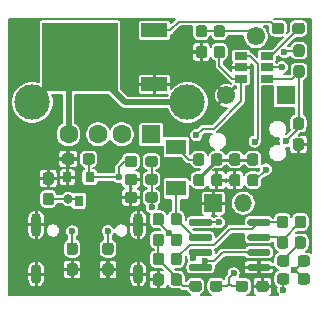
<source format=gbr>
%TF.GenerationSoftware,KiCad,Pcbnew,(5.1.8-0-10_14)*%
%TF.CreationDate,2021-01-24T23:40:28+01:00*%
%TF.ProjectId,clapruptor,636c6170-7275-4707-946f-722e6b696361,rev?*%
%TF.SameCoordinates,Original*%
%TF.FileFunction,Copper,L2,Bot*%
%TF.FilePolarity,Positive*%
%FSLAX46Y46*%
G04 Gerber Fmt 4.6, Leading zero omitted, Abs format (unit mm)*
G04 Created by KiCad (PCBNEW (5.1.8-0-10_14)) date 2021-01-24 23:40:28*
%MOMM*%
%LPD*%
G01*
G04 APERTURE LIST*
%TA.AperFunction,ComponentPad*%
%ADD10C,1.550000*%
%TD*%
%TA.AperFunction,ComponentPad*%
%ADD11R,1.550000X1.550000*%
%TD*%
%TA.AperFunction,ComponentPad*%
%ADD12R,1.500000X1.500000*%
%TD*%
%TA.AperFunction,ComponentPad*%
%ADD13O,1.500000X1.500000*%
%TD*%
%TA.AperFunction,SMDPad,CuDef*%
%ADD14R,1.700000X1.300000*%
%TD*%
%TA.AperFunction,ComponentPad*%
%ADD15O,0.900000X1.700000*%
%TD*%
%TA.AperFunction,ComponentPad*%
%ADD16O,0.900000X2.000000*%
%TD*%
%TA.AperFunction,SMDPad,CuDef*%
%ADD17R,0.800000X0.900000*%
%TD*%
%TA.AperFunction,SMDPad,CuDef*%
%ADD18R,1.060000X0.650000*%
%TD*%
%TA.AperFunction,SMDPad,CuDef*%
%ADD19R,6.400000X5.800000*%
%TD*%
%TA.AperFunction,SMDPad,CuDef*%
%ADD20R,2.200000X1.200000*%
%TD*%
%TA.AperFunction,ComponentPad*%
%ADD21C,1.600000*%
%TD*%
%TA.AperFunction,ComponentPad*%
%ADD22R,1.600000X1.500000*%
%TD*%
%TA.AperFunction,ComponentPad*%
%ADD23C,3.000000*%
%TD*%
%TA.AperFunction,ViaPad*%
%ADD24C,0.800000*%
%TD*%
%TA.AperFunction,ViaPad*%
%ADD25C,0.600000*%
%TD*%
%TA.AperFunction,Conductor*%
%ADD26C,0.203200*%
%TD*%
%TA.AperFunction,Conductor*%
%ADD27C,0.250000*%
%TD*%
%TA.AperFunction,Conductor*%
%ADD28C,0.508000*%
%TD*%
%TA.AperFunction,Conductor*%
%ADD29C,0.200000*%
%TD*%
%TA.AperFunction,Conductor*%
%ADD30C,0.100000*%
%TD*%
G04 APERTURE END LIST*
D10*
%TO.P,RV1,2*%
%TO.N,Vref*%
X165063800Y-75010000D03*
D11*
%TO.P,RV1,1*%
%TO.N,vCPU*%
X167563800Y-80010000D03*
D10*
%TO.P,RV1,3*%
%TO.N,GND*%
X162563800Y-80010000D03*
%TD*%
%TO.P,R8,2*%
%TO.N,ctrl*%
%TA.AperFunction,SMDPad,CuDef*%
G36*
G01*
X168142400Y-74571900D02*
X168142400Y-74096900D01*
G75*
G02*
X168379900Y-73859400I237500J0D01*
G01*
X168954900Y-73859400D01*
G75*
G02*
X169192400Y-74096900I0J-237500D01*
G01*
X169192400Y-74571900D01*
G75*
G02*
X168954900Y-74809400I-237500J0D01*
G01*
X168379900Y-74809400D01*
G75*
G02*
X168142400Y-74571900I0J237500D01*
G01*
G37*
%TD.AperFunction*%
%TO.P,R8,1*%
%TO.N,Net-(Q1-Pad1)*%
%TA.AperFunction,SMDPad,CuDef*%
G36*
G01*
X166392400Y-74571900D02*
X166392400Y-74096900D01*
G75*
G02*
X166629900Y-73859400I237500J0D01*
G01*
X167204900Y-73859400D01*
G75*
G02*
X167442400Y-74096900I0J-237500D01*
G01*
X167442400Y-74571900D01*
G75*
G02*
X167204900Y-74809400I-237500J0D01*
G01*
X166629900Y-74809400D01*
G75*
G02*
X166392400Y-74571900I0J237500D01*
G01*
G37*
%TD.AperFunction*%
%TD*%
%TO.P,C1,2*%
%TO.N,GND*%
%TA.AperFunction,SMDPad,CuDef*%
G36*
G01*
X165093100Y-96401900D02*
X165093100Y-95926900D01*
G75*
G02*
X165330600Y-95689400I237500J0D01*
G01*
X165905600Y-95689400D01*
G75*
G02*
X166143100Y-95926900I0J-237500D01*
G01*
X166143100Y-96401900D01*
G75*
G02*
X165905600Y-96639400I-237500J0D01*
G01*
X165330600Y-96639400D01*
G75*
G02*
X165093100Y-96401900I0J237500D01*
G01*
G37*
%TD.AperFunction*%
%TO.P,C1,1*%
%TO.N,vCPU*%
%TA.AperFunction,SMDPad,CuDef*%
G36*
G01*
X163343100Y-96401900D02*
X163343100Y-95926900D01*
G75*
G02*
X163580600Y-95689400I237500J0D01*
G01*
X164155600Y-95689400D01*
G75*
G02*
X164393100Y-95926900I0J-237500D01*
G01*
X164393100Y-96401900D01*
G75*
G02*
X164155600Y-96639400I-237500J0D01*
G01*
X163580600Y-96639400D01*
G75*
G02*
X163343100Y-96401900I0J237500D01*
G01*
G37*
%TD.AperFunction*%
%TD*%
%TO.P,R9,2*%
%TO.N,Net-(R7-Pad1)*%
%TA.AperFunction,SMDPad,CuDef*%
G36*
G01*
X158080700Y-91712500D02*
X158555700Y-91712500D01*
G75*
G02*
X158793200Y-91950000I0J-237500D01*
G01*
X158793200Y-92525000D01*
G75*
G02*
X158555700Y-92762500I-237500J0D01*
G01*
X158080700Y-92762500D01*
G75*
G02*
X157843200Y-92525000I0J237500D01*
G01*
X157843200Y-91950000D01*
G75*
G02*
X158080700Y-91712500I237500J0D01*
G01*
G37*
%TD.AperFunction*%
%TO.P,R9,1*%
%TO.N,Net-(D1-Pad2)*%
%TA.AperFunction,SMDPad,CuDef*%
G36*
G01*
X158080700Y-89962500D02*
X158555700Y-89962500D01*
G75*
G02*
X158793200Y-90200000I0J-237500D01*
G01*
X158793200Y-90775000D01*
G75*
G02*
X158555700Y-91012500I-237500J0D01*
G01*
X158080700Y-91012500D01*
G75*
G02*
X157843200Y-90775000I0J237500D01*
G01*
X157843200Y-90200000D01*
G75*
G02*
X158080700Y-89962500I237500J0D01*
G01*
G37*
%TD.AperFunction*%
%TD*%
D12*
%TO.P,MK1,1*%
%TO.N,GND*%
X161442400Y-89128600D03*
D13*
%TO.P,MK1,2*%
%TO.N,Net-(C3-Pad2)*%
X163982400Y-89128600D03*
%TD*%
%TO.P,R11,2*%
%TO.N,sig*%
%TA.AperFunction,SMDPad,CuDef*%
G36*
G01*
X163508700Y-85957900D02*
X163033700Y-85957900D01*
G75*
G02*
X162796200Y-85720400I0J237500D01*
G01*
X162796200Y-85145400D01*
G75*
G02*
X163033700Y-84907900I237500J0D01*
G01*
X163508700Y-84907900D01*
G75*
G02*
X163746200Y-85145400I0J-237500D01*
G01*
X163746200Y-85720400D01*
G75*
G02*
X163508700Y-85957900I-237500J0D01*
G01*
G37*
%TD.AperFunction*%
%TO.P,R11,1*%
%TO.N,GND*%
%TA.AperFunction,SMDPad,CuDef*%
G36*
G01*
X163508700Y-87707900D02*
X163033700Y-87707900D01*
G75*
G02*
X162796200Y-87470400I0J237500D01*
G01*
X162796200Y-86895400D01*
G75*
G02*
X163033700Y-86657900I237500J0D01*
G01*
X163508700Y-86657900D01*
G75*
G02*
X163746200Y-86895400I0J-237500D01*
G01*
X163746200Y-87470400D01*
G75*
G02*
X163508700Y-87707900I-237500J0D01*
G01*
G37*
%TD.AperFunction*%
%TD*%
%TO.P,C9,2*%
%TO.N,sig*%
%TA.AperFunction,SMDPad,CuDef*%
G36*
G01*
X161984700Y-85957900D02*
X161509700Y-85957900D01*
G75*
G02*
X161272200Y-85720400I0J237500D01*
G01*
X161272200Y-85145400D01*
G75*
G02*
X161509700Y-84907900I237500J0D01*
G01*
X161984700Y-84907900D01*
G75*
G02*
X162222200Y-85145400I0J-237500D01*
G01*
X162222200Y-85720400D01*
G75*
G02*
X161984700Y-85957900I-237500J0D01*
G01*
G37*
%TD.AperFunction*%
%TO.P,C9,1*%
%TO.N,GND*%
%TA.AperFunction,SMDPad,CuDef*%
G36*
G01*
X161984700Y-87707900D02*
X161509700Y-87707900D01*
G75*
G02*
X161272200Y-87470400I0J237500D01*
G01*
X161272200Y-86895400D01*
G75*
G02*
X161509700Y-86657900I237500J0D01*
G01*
X161984700Y-86657900D01*
G75*
G02*
X162222200Y-86895400I0J-237500D01*
G01*
X162222200Y-87470400D01*
G75*
G02*
X161984700Y-87707900I-237500J0D01*
G01*
G37*
%TD.AperFunction*%
%TD*%
%TO.P,R14,2*%
%TO.N,sig*%
%TA.AperFunction,SMDPad,CuDef*%
G36*
G01*
X165032700Y-85957900D02*
X164557700Y-85957900D01*
G75*
G02*
X164320200Y-85720400I0J237500D01*
G01*
X164320200Y-85145400D01*
G75*
G02*
X164557700Y-84907900I237500J0D01*
G01*
X165032700Y-84907900D01*
G75*
G02*
X165270200Y-85145400I0J-237500D01*
G01*
X165270200Y-85720400D01*
G75*
G02*
X165032700Y-85957900I-237500J0D01*
G01*
G37*
%TD.AperFunction*%
%TO.P,R14,1*%
%TO.N,tpiclk*%
%TA.AperFunction,SMDPad,CuDef*%
G36*
G01*
X165032700Y-87707900D02*
X164557700Y-87707900D01*
G75*
G02*
X164320200Y-87470400I0J237500D01*
G01*
X164320200Y-86895400D01*
G75*
G02*
X164557700Y-86657900I237500J0D01*
G01*
X165032700Y-86657900D01*
G75*
G02*
X165270200Y-86895400I0J-237500D01*
G01*
X165270200Y-87470400D01*
G75*
G02*
X165032700Y-87707900I-237500J0D01*
G01*
G37*
%TD.AperFunction*%
%TD*%
%TO.P,R17,2*%
%TO.N,vCPU*%
%TA.AperFunction,SMDPad,CuDef*%
G36*
G01*
X161170100Y-96389200D02*
X161170100Y-95914200D01*
G75*
G02*
X161407600Y-95676700I237500J0D01*
G01*
X161982600Y-95676700D01*
G75*
G02*
X162220100Y-95914200I0J-237500D01*
G01*
X162220100Y-96389200D01*
G75*
G02*
X161982600Y-96626700I-237500J0D01*
G01*
X161407600Y-96626700D01*
G75*
G02*
X161170100Y-96389200I0J237500D01*
G01*
G37*
%TD.AperFunction*%
%TO.P,R17,1*%
%TO.N,Net-(C8-Pad1)*%
%TA.AperFunction,SMDPad,CuDef*%
G36*
G01*
X159420100Y-96389200D02*
X159420100Y-95914200D01*
G75*
G02*
X159657600Y-95676700I237500J0D01*
G01*
X160232600Y-95676700D01*
G75*
G02*
X160470100Y-95914200I0J-237500D01*
G01*
X160470100Y-96389200D01*
G75*
G02*
X160232600Y-96626700I-237500J0D01*
G01*
X159657600Y-96626700D01*
G75*
G02*
X159420100Y-96389200I0J237500D01*
G01*
G37*
%TD.AperFunction*%
%TD*%
%TO.P,C11,2*%
%TO.N,GND*%
%TA.AperFunction,SMDPad,CuDef*%
G36*
G01*
X168418500Y-83625200D02*
X168893500Y-83625200D01*
G75*
G02*
X169131000Y-83862700I0J-237500D01*
G01*
X169131000Y-84437700D01*
G75*
G02*
X168893500Y-84675200I-237500J0D01*
G01*
X168418500Y-84675200D01*
G75*
G02*
X168181000Y-84437700I0J237500D01*
G01*
X168181000Y-83862700D01*
G75*
G02*
X168418500Y-83625200I237500J0D01*
G01*
G37*
%TD.AperFunction*%
%TO.P,C11,1*%
%TO.N,nReset*%
%TA.AperFunction,SMDPad,CuDef*%
G36*
G01*
X168418500Y-81875200D02*
X168893500Y-81875200D01*
G75*
G02*
X169131000Y-82112700I0J-237500D01*
G01*
X169131000Y-82687700D01*
G75*
G02*
X168893500Y-82925200I-237500J0D01*
G01*
X168418500Y-82925200D01*
G75*
G02*
X168181000Y-82687700I0J237500D01*
G01*
X168181000Y-82112700D01*
G75*
G02*
X168418500Y-81875200I237500J0D01*
G01*
G37*
%TD.AperFunction*%
%TD*%
D14*
%TO.P,D1,2*%
%TO.N,Net-(D1-Pad2)*%
X158305500Y-87878800D03*
%TO.P,D1,1*%
%TO.N,Net-(D1-Pad1)*%
X158305500Y-84378800D03*
%TD*%
%TO.P,R16,2*%
%TO.N,Net-(J4-PadB5)*%
%TA.AperFunction,SMDPad,CuDef*%
G36*
G01*
X152764500Y-93514400D02*
X152289500Y-93514400D01*
G75*
G02*
X152052000Y-93276900I0J237500D01*
G01*
X152052000Y-92701900D01*
G75*
G02*
X152289500Y-92464400I237500J0D01*
G01*
X152764500Y-92464400D01*
G75*
G02*
X153002000Y-92701900I0J-237500D01*
G01*
X153002000Y-93276900D01*
G75*
G02*
X152764500Y-93514400I-237500J0D01*
G01*
G37*
%TD.AperFunction*%
%TO.P,R16,1*%
%TO.N,GND*%
%TA.AperFunction,SMDPad,CuDef*%
G36*
G01*
X152764500Y-95264400D02*
X152289500Y-95264400D01*
G75*
G02*
X152052000Y-95026900I0J237500D01*
G01*
X152052000Y-94451900D01*
G75*
G02*
X152289500Y-94214400I237500J0D01*
G01*
X152764500Y-94214400D01*
G75*
G02*
X153002000Y-94451900I0J-237500D01*
G01*
X153002000Y-95026900D01*
G75*
G02*
X152764500Y-95264400I-237500J0D01*
G01*
G37*
%TD.AperFunction*%
%TD*%
%TO.P,R15,2*%
%TO.N,Net-(J4-PadA5)*%
%TA.AperFunction,SMDPad,CuDef*%
G36*
G01*
X149741900Y-93514400D02*
X149266900Y-93514400D01*
G75*
G02*
X149029400Y-93276900I0J237500D01*
G01*
X149029400Y-92701900D01*
G75*
G02*
X149266900Y-92464400I237500J0D01*
G01*
X149741900Y-92464400D01*
G75*
G02*
X149979400Y-92701900I0J-237500D01*
G01*
X149979400Y-93276900D01*
G75*
G02*
X149741900Y-93514400I-237500J0D01*
G01*
G37*
%TD.AperFunction*%
%TO.P,R15,1*%
%TO.N,GND*%
%TA.AperFunction,SMDPad,CuDef*%
G36*
G01*
X149741900Y-95264400D02*
X149266900Y-95264400D01*
G75*
G02*
X149029400Y-95026900I0J237500D01*
G01*
X149029400Y-94451900D01*
G75*
G02*
X149266900Y-94214400I237500J0D01*
G01*
X149741900Y-94214400D01*
G75*
G02*
X149979400Y-94451900I0J-237500D01*
G01*
X149979400Y-95026900D01*
G75*
G02*
X149741900Y-95264400I-237500J0D01*
G01*
G37*
%TD.AperFunction*%
%TD*%
D15*
%TO.P,J4,S1*%
%TO.N,GND*%
X155083700Y-95135700D03*
X146443700Y-95135700D03*
D16*
X155083700Y-90965700D03*
X146443700Y-90965700D03*
%TD*%
%TO.P,R13,2*%
%TO.N,Vref*%
%TA.AperFunction,SMDPad,CuDef*%
G36*
G01*
X162200600Y-75099400D02*
X161725600Y-75099400D01*
G75*
G02*
X161488100Y-74861900I0J237500D01*
G01*
X161488100Y-74286900D01*
G75*
G02*
X161725600Y-74049400I237500J0D01*
G01*
X162200600Y-74049400D01*
G75*
G02*
X162438100Y-74286900I0J-237500D01*
G01*
X162438100Y-74861900D01*
G75*
G02*
X162200600Y-75099400I-237500J0D01*
G01*
G37*
%TD.AperFunction*%
%TO.P,R13,1*%
%TO.N,tpidata*%
%TA.AperFunction,SMDPad,CuDef*%
G36*
G01*
X162200600Y-76849400D02*
X161725600Y-76849400D01*
G75*
G02*
X161488100Y-76611900I0J237500D01*
G01*
X161488100Y-76036900D01*
G75*
G02*
X161725600Y-75799400I237500J0D01*
G01*
X162200600Y-75799400D01*
G75*
G02*
X162438100Y-76036900I0J-237500D01*
G01*
X162438100Y-76611900D01*
G75*
G02*
X162200600Y-76849400I-237500J0D01*
G01*
G37*
%TD.AperFunction*%
%TD*%
%TO.P,R12,2*%
%TO.N,VCC*%
%TA.AperFunction,SMDPad,CuDef*%
G36*
G01*
X168944300Y-76739000D02*
X168469300Y-76739000D01*
G75*
G02*
X168231800Y-76501500I0J237500D01*
G01*
X168231800Y-75926500D01*
G75*
G02*
X168469300Y-75689000I237500J0D01*
G01*
X168944300Y-75689000D01*
G75*
G02*
X169181800Y-75926500I0J-237500D01*
G01*
X169181800Y-76501500D01*
G75*
G02*
X168944300Y-76739000I-237500J0D01*
G01*
G37*
%TD.AperFunction*%
%TO.P,R12,1*%
%TO.N,nReset*%
%TA.AperFunction,SMDPad,CuDef*%
G36*
G01*
X168944300Y-78489000D02*
X168469300Y-78489000D01*
G75*
G02*
X168231800Y-78251500I0J237500D01*
G01*
X168231800Y-77676500D01*
G75*
G02*
X168469300Y-77439000I237500J0D01*
G01*
X168944300Y-77439000D01*
G75*
G02*
X169181800Y-77676500I0J-237500D01*
G01*
X169181800Y-78251500D01*
G75*
G02*
X168944300Y-78489000I-237500J0D01*
G01*
G37*
%TD.AperFunction*%
%TD*%
D17*
%TO.P,U3,3*%
%TO.N,VCC*%
X150037800Y-88922100D03*
%TO.P,U3,2*%
%TO.N,vCPU*%
X150987800Y-86922100D03*
%TO.P,U3,1*%
%TO.N,GND*%
X149087800Y-86922100D03*
%TD*%
D18*
%TO.P,U2,5*%
%TO.N,vCPU*%
X165991900Y-77635100D03*
%TO.P,U2,6*%
%TO.N,nReset*%
X165991900Y-78585100D03*
%TO.P,U2,4*%
%TO.N,ctrl*%
X165991900Y-76685100D03*
%TO.P,U2,3*%
%TO.N,tpiclk*%
X163791900Y-76685100D03*
%TO.P,U2,2*%
%TO.N,GND*%
X163791900Y-77635100D03*
%TO.P,U2,1*%
%TO.N,tpidata*%
X163791900Y-78585100D03*
%TD*%
%TO.P,U1,8*%
%TO.N,vCPU*%
%TA.AperFunction,SMDPad,CuDef*%
G36*
G01*
X161337900Y-90604200D02*
X161337900Y-90904200D01*
G75*
G02*
X161187900Y-91054200I-150000J0D01*
G01*
X159537900Y-91054200D01*
G75*
G02*
X159387900Y-90904200I0J150000D01*
G01*
X159387900Y-90604200D01*
G75*
G02*
X159537900Y-90454200I150000J0D01*
G01*
X161187900Y-90454200D01*
G75*
G02*
X161337900Y-90604200I0J-150000D01*
G01*
G37*
%TD.AperFunction*%
%TO.P,U1,7*%
%TO.N,Net-(D1-Pad2)*%
%TA.AperFunction,SMDPad,CuDef*%
G36*
G01*
X161337900Y-91874200D02*
X161337900Y-92174200D01*
G75*
G02*
X161187900Y-92324200I-150000J0D01*
G01*
X159537900Y-92324200D01*
G75*
G02*
X159387900Y-92174200I0J150000D01*
G01*
X159387900Y-91874200D01*
G75*
G02*
X159537900Y-91724200I150000J0D01*
G01*
X161187900Y-91724200D01*
G75*
G02*
X161337900Y-91874200I0J-150000D01*
G01*
G37*
%TD.AperFunction*%
%TO.P,U1,6*%
%TO.N,Net-(R7-Pad1)*%
%TA.AperFunction,SMDPad,CuDef*%
G36*
G01*
X161337900Y-93144200D02*
X161337900Y-93444200D01*
G75*
G02*
X161187900Y-93594200I-150000J0D01*
G01*
X159537900Y-93594200D01*
G75*
G02*
X159387900Y-93444200I0J150000D01*
G01*
X159387900Y-93144200D01*
G75*
G02*
X159537900Y-92994200I150000J0D01*
G01*
X161187900Y-92994200D01*
G75*
G02*
X161337900Y-93144200I0J-150000D01*
G01*
G37*
%TD.AperFunction*%
%TO.P,U1,5*%
%TO.N,1.1v*%
%TA.AperFunction,SMDPad,CuDef*%
G36*
G01*
X161337900Y-94414200D02*
X161337900Y-94714200D01*
G75*
G02*
X161187900Y-94864200I-150000J0D01*
G01*
X159537900Y-94864200D01*
G75*
G02*
X159387900Y-94714200I0J150000D01*
G01*
X159387900Y-94414200D01*
G75*
G02*
X159537900Y-94264200I150000J0D01*
G01*
X161187900Y-94264200D01*
G75*
G02*
X161337900Y-94414200I0J-150000D01*
G01*
G37*
%TD.AperFunction*%
%TO.P,U1,4*%
%TO.N,GND*%
%TA.AperFunction,SMDPad,CuDef*%
G36*
G01*
X166287900Y-94414200D02*
X166287900Y-94714200D01*
G75*
G02*
X166137900Y-94864200I-150000J0D01*
G01*
X164487900Y-94864200D01*
G75*
G02*
X164337900Y-94714200I0J150000D01*
G01*
X164337900Y-94414200D01*
G75*
G02*
X164487900Y-94264200I150000J0D01*
G01*
X166137900Y-94264200D01*
G75*
G02*
X166287900Y-94414200I0J-150000D01*
G01*
G37*
%TD.AperFunction*%
%TO.P,U1,3*%
%TO.N,1.1v*%
%TA.AperFunction,SMDPad,CuDef*%
G36*
G01*
X166287900Y-93144200D02*
X166287900Y-93444200D01*
G75*
G02*
X166137900Y-93594200I-150000J0D01*
G01*
X164487900Y-93594200D01*
G75*
G02*
X164337900Y-93444200I0J150000D01*
G01*
X164337900Y-93144200D01*
G75*
G02*
X164487900Y-92994200I150000J0D01*
G01*
X166137900Y-92994200D01*
G75*
G02*
X166287900Y-93144200I0J-150000D01*
G01*
G37*
%TD.AperFunction*%
%TO.P,U1,2*%
%TO.N,Net-(R2-Pad1)*%
%TA.AperFunction,SMDPad,CuDef*%
G36*
G01*
X166287900Y-91874200D02*
X166287900Y-92174200D01*
G75*
G02*
X166137900Y-92324200I-150000J0D01*
G01*
X164487900Y-92324200D01*
G75*
G02*
X164337900Y-92174200I0J150000D01*
G01*
X164337900Y-91874200D01*
G75*
G02*
X164487900Y-91724200I150000J0D01*
G01*
X166137900Y-91724200D01*
G75*
G02*
X166287900Y-91874200I0J-150000D01*
G01*
G37*
%TD.AperFunction*%
%TO.P,U1,1*%
%TO.N,Net-(C8-Pad2)*%
%TA.AperFunction,SMDPad,CuDef*%
G36*
G01*
X166287900Y-90604200D02*
X166287900Y-90904200D01*
G75*
G02*
X166137900Y-91054200I-150000J0D01*
G01*
X164487900Y-91054200D01*
G75*
G02*
X164337900Y-90904200I0J150000D01*
G01*
X164337900Y-90604200D01*
G75*
G02*
X164487900Y-90454200I150000J0D01*
G01*
X166137900Y-90454200D01*
G75*
G02*
X166287900Y-90604200I0J-150000D01*
G01*
G37*
%TD.AperFunction*%
%TD*%
%TO.P,R10,2*%
%TO.N,Net-(D1-Pad1)*%
%TA.AperFunction,SMDPad,CuDef*%
G36*
G01*
X160460700Y-85957900D02*
X159985700Y-85957900D01*
G75*
G02*
X159748200Y-85720400I0J237500D01*
G01*
X159748200Y-85145400D01*
G75*
G02*
X159985700Y-84907900I237500J0D01*
G01*
X160460700Y-84907900D01*
G75*
G02*
X160698200Y-85145400I0J-237500D01*
G01*
X160698200Y-85720400D01*
G75*
G02*
X160460700Y-85957900I-237500J0D01*
G01*
G37*
%TD.AperFunction*%
%TO.P,R10,1*%
%TO.N,sig*%
%TA.AperFunction,SMDPad,CuDef*%
G36*
G01*
X160460700Y-87707900D02*
X159985700Y-87707900D01*
G75*
G02*
X159748200Y-87470400I0J237500D01*
G01*
X159748200Y-86895400D01*
G75*
G02*
X159985700Y-86657900I237500J0D01*
G01*
X160460700Y-86657900D01*
G75*
G02*
X160698200Y-86895400I0J-237500D01*
G01*
X160698200Y-87470400D01*
G75*
G02*
X160460700Y-87707900I-237500J0D01*
G01*
G37*
%TD.AperFunction*%
%TD*%
%TO.P,R7,2*%
%TO.N,Net-(C8-Pad1)*%
%TA.AperFunction,SMDPad,CuDef*%
G36*
G01*
X156556700Y-91715100D02*
X157031700Y-91715100D01*
G75*
G02*
X157269200Y-91952600I0J-237500D01*
G01*
X157269200Y-92527600D01*
G75*
G02*
X157031700Y-92765100I-237500J0D01*
G01*
X156556700Y-92765100D01*
G75*
G02*
X156319200Y-92527600I0J237500D01*
G01*
X156319200Y-91952600D01*
G75*
G02*
X156556700Y-91715100I237500J0D01*
G01*
G37*
%TD.AperFunction*%
%TO.P,R7,1*%
%TO.N,Net-(R7-Pad1)*%
%TA.AperFunction,SMDPad,CuDef*%
G36*
G01*
X156556700Y-89965100D02*
X157031700Y-89965100D01*
G75*
G02*
X157269200Y-90202600I0J-237500D01*
G01*
X157269200Y-90777600D01*
G75*
G02*
X157031700Y-91015100I-237500J0D01*
G01*
X156556700Y-91015100D01*
G75*
G02*
X156319200Y-90777600I0J237500D01*
G01*
X156319200Y-90202600D01*
G75*
G02*
X156556700Y-89965100I237500J0D01*
G01*
G37*
%TD.AperFunction*%
%TD*%
%TO.P,R6,2*%
%TO.N,Net-(C8-Pad1)*%
%TA.AperFunction,SMDPad,CuDef*%
G36*
G01*
X157031700Y-94378000D02*
X156556700Y-94378000D01*
G75*
G02*
X156319200Y-94140500I0J237500D01*
G01*
X156319200Y-93565500D01*
G75*
G02*
X156556700Y-93328000I237500J0D01*
G01*
X157031700Y-93328000D01*
G75*
G02*
X157269200Y-93565500I0J-237500D01*
G01*
X157269200Y-94140500D01*
G75*
G02*
X157031700Y-94378000I-237500J0D01*
G01*
G37*
%TD.AperFunction*%
%TO.P,R6,1*%
%TO.N,GND*%
%TA.AperFunction,SMDPad,CuDef*%
G36*
G01*
X157031700Y-96128000D02*
X156556700Y-96128000D01*
G75*
G02*
X156319200Y-95890500I0J237500D01*
G01*
X156319200Y-95315500D01*
G75*
G02*
X156556700Y-95078000I237500J0D01*
G01*
X157031700Y-95078000D01*
G75*
G02*
X157269200Y-95315500I0J-237500D01*
G01*
X157269200Y-95890500D01*
G75*
G02*
X157031700Y-96128000I-237500J0D01*
G01*
G37*
%TD.AperFunction*%
%TD*%
%TO.P,R5,2*%
%TO.N,Net-(R2-Pad1)*%
%TA.AperFunction,SMDPad,CuDef*%
G36*
G01*
X167072300Y-91941100D02*
X167547300Y-91941100D01*
G75*
G02*
X167784800Y-92178600I0J-237500D01*
G01*
X167784800Y-92753600D01*
G75*
G02*
X167547300Y-92991100I-237500J0D01*
G01*
X167072300Y-92991100D01*
G75*
G02*
X166834800Y-92753600I0J237500D01*
G01*
X166834800Y-92178600D01*
G75*
G02*
X167072300Y-91941100I237500J0D01*
G01*
G37*
%TD.AperFunction*%
%TO.P,R5,1*%
%TO.N,Net-(C8-Pad2)*%
%TA.AperFunction,SMDPad,CuDef*%
G36*
G01*
X167072300Y-90191100D02*
X167547300Y-90191100D01*
G75*
G02*
X167784800Y-90428600I0J-237500D01*
G01*
X167784800Y-91003600D01*
G75*
G02*
X167547300Y-91241100I-237500J0D01*
G01*
X167072300Y-91241100D01*
G75*
G02*
X166834800Y-91003600I0J237500D01*
G01*
X166834800Y-90428600D01*
G75*
G02*
X167072300Y-90191100I237500J0D01*
G01*
G37*
%TD.AperFunction*%
%TD*%
%TO.P,R4,2*%
%TO.N,1.1v*%
%TA.AperFunction,SMDPad,CuDef*%
G36*
G01*
X155695160Y-88883500D02*
X155695160Y-88408500D01*
G75*
G02*
X155932660Y-88171000I237500J0D01*
G01*
X156507660Y-88171000D01*
G75*
G02*
X156745160Y-88408500I0J-237500D01*
G01*
X156745160Y-88883500D01*
G75*
G02*
X156507660Y-89121000I-237500J0D01*
G01*
X155932660Y-89121000D01*
G75*
G02*
X155695160Y-88883500I0J237500D01*
G01*
G37*
%TD.AperFunction*%
%TO.P,R4,1*%
%TO.N,GND*%
%TA.AperFunction,SMDPad,CuDef*%
G36*
G01*
X153945160Y-88883500D02*
X153945160Y-88408500D01*
G75*
G02*
X154182660Y-88171000I237500J0D01*
G01*
X154757660Y-88171000D01*
G75*
G02*
X154995160Y-88408500I0J-237500D01*
G01*
X154995160Y-88883500D01*
G75*
G02*
X154757660Y-89121000I-237500J0D01*
G01*
X154182660Y-89121000D01*
G75*
G02*
X153945160Y-88883500I0J237500D01*
G01*
G37*
%TD.AperFunction*%
%TD*%
%TO.P,R3,2*%
%TO.N,vCPU*%
%TA.AperFunction,SMDPad,CuDef*%
G36*
G01*
X154995160Y-85360500D02*
X154995160Y-85835500D01*
G75*
G02*
X154757660Y-86073000I-237500J0D01*
G01*
X154182660Y-86073000D01*
G75*
G02*
X153945160Y-85835500I0J237500D01*
G01*
X153945160Y-85360500D01*
G75*
G02*
X154182660Y-85123000I237500J0D01*
G01*
X154757660Y-85123000D01*
G75*
G02*
X154995160Y-85360500I0J-237500D01*
G01*
G37*
%TD.AperFunction*%
%TO.P,R3,1*%
%TO.N,1.1v*%
%TA.AperFunction,SMDPad,CuDef*%
G36*
G01*
X156745160Y-85360500D02*
X156745160Y-85835500D01*
G75*
G02*
X156507660Y-86073000I-237500J0D01*
G01*
X155932660Y-86073000D01*
G75*
G02*
X155695160Y-85835500I0J237500D01*
G01*
X155695160Y-85360500D01*
G75*
G02*
X155932660Y-85123000I237500J0D01*
G01*
X156507660Y-85123000D01*
G75*
G02*
X156745160Y-85360500I0J-237500D01*
G01*
G37*
%TD.AperFunction*%
%TD*%
%TO.P,R2,2*%
%TO.N,Net-(C3-Pad1)*%
%TA.AperFunction,SMDPad,CuDef*%
G36*
G01*
X168583600Y-91941100D02*
X169058600Y-91941100D01*
G75*
G02*
X169296100Y-92178600I0J-237500D01*
G01*
X169296100Y-92753600D01*
G75*
G02*
X169058600Y-92991100I-237500J0D01*
G01*
X168583600Y-92991100D01*
G75*
G02*
X168346100Y-92753600I0J237500D01*
G01*
X168346100Y-92178600D01*
G75*
G02*
X168583600Y-91941100I237500J0D01*
G01*
G37*
%TD.AperFunction*%
%TO.P,R2,1*%
%TO.N,Net-(R2-Pad1)*%
%TA.AperFunction,SMDPad,CuDef*%
G36*
G01*
X168583600Y-90191100D02*
X169058600Y-90191100D01*
G75*
G02*
X169296100Y-90428600I0J-237500D01*
G01*
X169296100Y-91003600D01*
G75*
G02*
X169058600Y-91241100I-237500J0D01*
G01*
X168583600Y-91241100D01*
G75*
G02*
X168346100Y-91003600I0J237500D01*
G01*
X168346100Y-90428600D01*
G75*
G02*
X168583600Y-90191100I237500J0D01*
G01*
G37*
%TD.AperFunction*%
%TD*%
%TO.P,R1,2*%
%TO.N,Net-(C3-Pad2)*%
%TA.AperFunction,SMDPad,CuDef*%
G36*
G01*
X168585600Y-95779600D02*
X168585600Y-95304600D01*
G75*
G02*
X168823100Y-95067100I237500J0D01*
G01*
X169398100Y-95067100D01*
G75*
G02*
X169635600Y-95304600I0J-237500D01*
G01*
X169635600Y-95779600D01*
G75*
G02*
X169398100Y-96017100I-237500J0D01*
G01*
X168823100Y-96017100D01*
G75*
G02*
X168585600Y-95779600I0J237500D01*
G01*
G37*
%TD.AperFunction*%
%TO.P,R1,1*%
%TO.N,vCPU*%
%TA.AperFunction,SMDPad,CuDef*%
G36*
G01*
X166835600Y-95779600D02*
X166835600Y-95304600D01*
G75*
G02*
X167073100Y-95067100I237500J0D01*
G01*
X167648100Y-95067100D01*
G75*
G02*
X167885600Y-95304600I0J-237500D01*
G01*
X167885600Y-95779600D01*
G75*
G02*
X167648100Y-96017100I-237500J0D01*
G01*
X167073100Y-96017100D01*
G75*
G02*
X166835600Y-95779600I0J237500D01*
G01*
G37*
%TD.AperFunction*%
%TD*%
D19*
%TO.P,Q1,2*%
%TO.N,Vswitch*%
X150150700Y-76772500D03*
D20*
%TO.P,Q1,3*%
%TO.N,GND*%
X156450700Y-79052500D03*
%TO.P,Q1,1*%
%TO.N,Net-(Q1-Pad1)*%
X156450700Y-74492500D03*
%TD*%
D21*
%TO.P,J2,4*%
%TO.N,Vswitch*%
X149188000Y-83304200D03*
%TO.P,J2,3*%
%TO.N,Net-(J2-Pad3)*%
X151688000Y-83304200D03*
%TO.P,J2,2*%
%TO.N,Net-(J2-Pad2)*%
X153688000Y-83304200D03*
D22*
%TO.P,J2,1*%
%TO.N,VCC*%
X156188000Y-83304200D03*
D23*
%TO.P,J2,5*%
%TO.N,Vswitch*%
X146118000Y-80594200D03*
X159258000Y-80594200D03*
%TD*%
%TO.P,C8,2*%
%TO.N,Net-(C8-Pad2)*%
%TA.AperFunction,SMDPad,CuDef*%
G36*
G01*
X158555700Y-94380600D02*
X158080700Y-94380600D01*
G75*
G02*
X157843200Y-94143100I0J237500D01*
G01*
X157843200Y-93568100D01*
G75*
G02*
X158080700Y-93330600I237500J0D01*
G01*
X158555700Y-93330600D01*
G75*
G02*
X158793200Y-93568100I0J-237500D01*
G01*
X158793200Y-94143100D01*
G75*
G02*
X158555700Y-94380600I-237500J0D01*
G01*
G37*
%TD.AperFunction*%
%TO.P,C8,1*%
%TO.N,Net-(C8-Pad1)*%
%TA.AperFunction,SMDPad,CuDef*%
G36*
G01*
X158555700Y-96130600D02*
X158080700Y-96130600D01*
G75*
G02*
X157843200Y-95893100I0J237500D01*
G01*
X157843200Y-95318100D01*
G75*
G02*
X158080700Y-95080600I237500J0D01*
G01*
X158555700Y-95080600D01*
G75*
G02*
X158793200Y-95318100I0J-237500D01*
G01*
X158793200Y-95893100D01*
G75*
G02*
X158555700Y-96130600I-237500J0D01*
G01*
G37*
%TD.AperFunction*%
%TD*%
%TO.P,C7,2*%
%TO.N,Vref*%
%TA.AperFunction,SMDPad,CuDef*%
G36*
G01*
X160676600Y-75099400D02*
X160201600Y-75099400D01*
G75*
G02*
X159964100Y-74861900I0J237500D01*
G01*
X159964100Y-74286900D01*
G75*
G02*
X160201600Y-74049400I237500J0D01*
G01*
X160676600Y-74049400D01*
G75*
G02*
X160914100Y-74286900I0J-237500D01*
G01*
X160914100Y-74861900D01*
G75*
G02*
X160676600Y-75099400I-237500J0D01*
G01*
G37*
%TD.AperFunction*%
%TO.P,C7,1*%
%TO.N,GND*%
%TA.AperFunction,SMDPad,CuDef*%
G36*
G01*
X160676600Y-76849400D02*
X160201600Y-76849400D01*
G75*
G02*
X159964100Y-76611900I0J237500D01*
G01*
X159964100Y-76036900D01*
G75*
G02*
X160201600Y-75799400I237500J0D01*
G01*
X160676600Y-75799400D01*
G75*
G02*
X160914100Y-76036900I0J-237500D01*
G01*
X160914100Y-76611900D01*
G75*
G02*
X160676600Y-76849400I-237500J0D01*
G01*
G37*
%TD.AperFunction*%
%TD*%
%TO.P,C6,2*%
%TO.N,GND*%
%TA.AperFunction,SMDPad,CuDef*%
G36*
G01*
X149673800Y-85144600D02*
X149673800Y-85619600D01*
G75*
G02*
X149436300Y-85857100I-237500J0D01*
G01*
X148861300Y-85857100D01*
G75*
G02*
X148623800Y-85619600I0J237500D01*
G01*
X148623800Y-85144600D01*
G75*
G02*
X148861300Y-84907100I237500J0D01*
G01*
X149436300Y-84907100D01*
G75*
G02*
X149673800Y-85144600I0J-237500D01*
G01*
G37*
%TD.AperFunction*%
%TO.P,C6,1*%
%TO.N,vCPU*%
%TA.AperFunction,SMDPad,CuDef*%
G36*
G01*
X151423800Y-85144600D02*
X151423800Y-85619600D01*
G75*
G02*
X151186300Y-85857100I-237500J0D01*
G01*
X150611300Y-85857100D01*
G75*
G02*
X150373800Y-85619600I0J237500D01*
G01*
X150373800Y-85144600D01*
G75*
G02*
X150611300Y-84907100I237500J0D01*
G01*
X151186300Y-84907100D01*
G75*
G02*
X151423800Y-85144600I0J-237500D01*
G01*
G37*
%TD.AperFunction*%
%TD*%
%TO.P,C5,2*%
%TO.N,1.1v*%
%TA.AperFunction,SMDPad,CuDef*%
G36*
G01*
X155695160Y-87359500D02*
X155695160Y-86884500D01*
G75*
G02*
X155932660Y-86647000I237500J0D01*
G01*
X156507660Y-86647000D01*
G75*
G02*
X156745160Y-86884500I0J-237500D01*
G01*
X156745160Y-87359500D01*
G75*
G02*
X156507660Y-87597000I-237500J0D01*
G01*
X155932660Y-87597000D01*
G75*
G02*
X155695160Y-87359500I0J237500D01*
G01*
G37*
%TD.AperFunction*%
%TO.P,C5,1*%
%TO.N,GND*%
%TA.AperFunction,SMDPad,CuDef*%
G36*
G01*
X153945160Y-87359500D02*
X153945160Y-86884500D01*
G75*
G02*
X154182660Y-86647000I237500J0D01*
G01*
X154757660Y-86647000D01*
G75*
G02*
X154995160Y-86884500I0J-237500D01*
G01*
X154995160Y-87359500D01*
G75*
G02*
X154757660Y-87597000I-237500J0D01*
G01*
X154182660Y-87597000D01*
G75*
G02*
X153945160Y-87359500I0J237500D01*
G01*
G37*
%TD.AperFunction*%
%TD*%
%TO.P,C4,2*%
%TO.N,GND*%
%TA.AperFunction,SMDPad,CuDef*%
G36*
G01*
X147722600Y-87560700D02*
X147247600Y-87560700D01*
G75*
G02*
X147010100Y-87323200I0J237500D01*
G01*
X147010100Y-86748200D01*
G75*
G02*
X147247600Y-86510700I237500J0D01*
G01*
X147722600Y-86510700D01*
G75*
G02*
X147960100Y-86748200I0J-237500D01*
G01*
X147960100Y-87323200D01*
G75*
G02*
X147722600Y-87560700I-237500J0D01*
G01*
G37*
%TD.AperFunction*%
%TO.P,C4,1*%
%TO.N,VCC*%
%TA.AperFunction,SMDPad,CuDef*%
G36*
G01*
X147722600Y-89310700D02*
X147247600Y-89310700D01*
G75*
G02*
X147010100Y-89073200I0J237500D01*
G01*
X147010100Y-88498200D01*
G75*
G02*
X147247600Y-88260700I237500J0D01*
G01*
X147722600Y-88260700D01*
G75*
G02*
X147960100Y-88498200I0J-237500D01*
G01*
X147960100Y-89073200D01*
G75*
G02*
X147722600Y-89310700I-237500J0D01*
G01*
G37*
%TD.AperFunction*%
%TD*%
%TO.P,C3,2*%
%TO.N,Net-(C3-Pad2)*%
%TA.AperFunction,SMDPad,CuDef*%
G36*
G01*
X168585600Y-94255600D02*
X168585600Y-93780600D01*
G75*
G02*
X168823100Y-93543100I237500J0D01*
G01*
X169398100Y-93543100D01*
G75*
G02*
X169635600Y-93780600I0J-237500D01*
G01*
X169635600Y-94255600D01*
G75*
G02*
X169398100Y-94493100I-237500J0D01*
G01*
X168823100Y-94493100D01*
G75*
G02*
X168585600Y-94255600I0J237500D01*
G01*
G37*
%TD.AperFunction*%
%TO.P,C3,1*%
%TO.N,Net-(C3-Pad1)*%
%TA.AperFunction,SMDPad,CuDef*%
G36*
G01*
X166835600Y-94255600D02*
X166835600Y-93780600D01*
G75*
G02*
X167073100Y-93543100I237500J0D01*
G01*
X167648100Y-93543100D01*
G75*
G02*
X167885600Y-93780600I0J-237500D01*
G01*
X167885600Y-94255600D01*
G75*
G02*
X167648100Y-94493100I-237500J0D01*
G01*
X167073100Y-94493100D01*
G75*
G02*
X166835600Y-94255600I0J237500D01*
G01*
G37*
%TD.AperFunction*%
%TD*%
D24*
%TO.N,GND*%
X154432000Y-78994000D03*
X152654000Y-80772000D03*
X157480000Y-81788000D03*
X158750000Y-77978000D03*
X162687000Y-77266800D03*
X152628600Y-86106000D03*
X163525200Y-94132400D03*
X147548600Y-85445600D03*
X161950400Y-94996000D03*
X158064200Y-86182200D03*
D25*
%TO.N,Net-(C3-Pad2)*%
X168249600Y-94767400D03*
%TO.N,VCC*%
X167445841Y-76336041D03*
D24*
X149171699Y-88770499D03*
D25*
%TO.N,Net-(R7-Pad1)*%
X157661459Y-91664941D03*
X159769659Y-93773141D03*
%TO.N,nReset*%
X167563800Y-83896200D03*
%TO.N,tpiclk*%
X164947600Y-83921600D03*
X165887400Y-86283800D03*
%TO.N,tpidata*%
X159994600Y-83381001D03*
%TO.N,Net-(J4-PadB5)*%
X152527000Y-91490800D03*
%TO.N,Net-(J4-PadA5)*%
X149504400Y-91516200D03*
%TO.N,vCPU*%
X161925000Y-90754200D03*
X167360600Y-96469200D03*
X167259000Y-77622400D03*
X153441400Y-86918800D03*
X163169600Y-95072200D03*
%TO.N,1.1v*%
X156235400Y-89458800D03*
X160782000Y-94056200D03*
%TD*%
D26*
%TO.N,GND*%
X148926000Y-87083900D02*
X149087800Y-86922100D01*
%TO.N,Net-(C3-Pad2)*%
X168361300Y-94767400D02*
X169110600Y-94018100D01*
X168249600Y-94767400D02*
X168361300Y-94767400D01*
X168335900Y-94767400D02*
X169110600Y-95542100D01*
X168249600Y-94767400D02*
X168335900Y-94767400D01*
%TO.N,Net-(C3-Pad1)*%
X167360600Y-93926600D02*
X168821100Y-92466100D01*
X167360600Y-94018100D02*
X167360600Y-93926600D01*
%TO.N,VCC*%
X149949600Y-88833900D02*
X150037800Y-88922100D01*
X149901400Y-88785700D02*
X150037800Y-88922100D01*
X148805900Y-88785700D02*
X149901400Y-88785700D01*
X147485100Y-88785700D02*
X148805900Y-88785700D01*
X167567882Y-76214000D02*
X167445841Y-76336041D01*
X168706800Y-76214000D02*
X167567882Y-76214000D01*
%TO.N,Vref*%
X161963100Y-74574400D02*
X160439100Y-74574400D01*
X164628200Y-74574400D02*
X161963100Y-74574400D01*
X165063800Y-75010000D02*
X164628200Y-74574400D01*
%TO.N,Net-(C8-Pad2)*%
X167271700Y-90754200D02*
X167309800Y-90716100D01*
X165312900Y-90754200D02*
X167271700Y-90754200D01*
X159480336Y-92633800D02*
X158318200Y-93795936D01*
X165312900Y-90754200D02*
X164761299Y-91305801D01*
X162871999Y-91305801D02*
X161544000Y-92633800D01*
X158318200Y-93795936D02*
X158318200Y-93855600D01*
X161544000Y-92633800D02*
X159480336Y-92633800D01*
X164761299Y-91305801D02*
X162871999Y-91305801D01*
%TO.N,Net-(C8-Pad1)*%
X156794200Y-92240100D02*
X156794200Y-93853000D01*
X158318200Y-95377000D02*
X156794200Y-93853000D01*
X158318200Y-95605600D02*
X158318200Y-95377000D01*
X158864300Y-96151700D02*
X158318200Y-95605600D01*
X159945100Y-96151700D02*
X158864300Y-96151700D01*
D27*
%TO.N,sig*%
X164795200Y-85432900D02*
X163360100Y-85432900D01*
X163360100Y-85432900D02*
X161747200Y-85432900D01*
X160223200Y-86956900D02*
X161747200Y-85432900D01*
X160223200Y-87182900D02*
X160223200Y-86956900D01*
D26*
%TO.N,Net-(D1-Pad2)*%
X159854900Y-92024200D02*
X158318200Y-90487500D01*
X160362900Y-92024200D02*
X159854900Y-92024200D01*
X158305500Y-90474800D02*
X158318200Y-90487500D01*
X158305500Y-87878800D02*
X158305500Y-90474800D01*
%TO.N,Net-(D1-Pad1)*%
X159359600Y-85432900D02*
X158305500Y-84378800D01*
X160223200Y-85432900D02*
X159359600Y-85432900D01*
D28*
%TO.N,Vswitch*%
X149939700Y-76772500D02*
X150150700Y-76772500D01*
X146118000Y-80594200D02*
X149939700Y-76772500D01*
X153972400Y-80594200D02*
X150150700Y-76772500D01*
X159258000Y-80594200D02*
X153972400Y-80594200D01*
X149188000Y-77735200D02*
X150150700Y-76772500D01*
X149188000Y-83304200D02*
X149188000Y-77735200D01*
D26*
%TO.N,Net-(Q1-Pad1)*%
X158541100Y-73761600D02*
X157810200Y-74492500D01*
X166293800Y-73761600D02*
X158541100Y-73761600D01*
X166866600Y-74334400D02*
X166293800Y-73761600D01*
X166917400Y-74334400D02*
X166866600Y-74334400D01*
X156450700Y-74492500D02*
X157810200Y-74492500D01*
%TO.N,Net-(R2-Pad1)*%
X167309800Y-92227400D02*
X168821100Y-90716100D01*
X167309800Y-92466100D02*
X167309800Y-92227400D01*
X166867900Y-92024200D02*
X167309800Y-92466100D01*
X165312900Y-92024200D02*
X166867900Y-92024200D01*
%TO.N,Net-(R7-Pad1)*%
X156794200Y-90713500D02*
X158318200Y-92237500D01*
X156794200Y-90490100D02*
X156794200Y-90713500D01*
X160362900Y-93294200D02*
X160248600Y-93294200D01*
X160248600Y-93294200D02*
X159769659Y-93773141D01*
%TO.N,ctrl*%
X166316700Y-76685100D02*
X168667400Y-74334400D01*
X165991900Y-76685100D02*
X166316700Y-76685100D01*
%TO.N,nReset*%
X168085700Y-78585100D02*
X165991900Y-78585100D01*
X168706800Y-77964000D02*
X168085700Y-78585100D01*
X168706800Y-82753200D02*
X167563800Y-83896200D01*
X168706800Y-77964000D02*
X168706800Y-82753200D01*
%TO.N,tpiclk*%
X165196799Y-77356799D02*
X165196799Y-83672401D01*
X163791900Y-76685100D02*
X164525100Y-76685100D01*
X164525100Y-76685100D02*
X165196799Y-77356799D01*
X165196799Y-83672401D02*
X164947600Y-83921600D01*
X164988300Y-87182900D02*
X165887400Y-86283800D01*
X164795200Y-87182900D02*
X164988300Y-87182900D01*
%TO.N,tpidata*%
X163791900Y-80505300D02*
X163791900Y-78585100D01*
X161467800Y-82829400D02*
X163791900Y-80505300D01*
X160546201Y-82829400D02*
X161467800Y-82829400D01*
X159994600Y-83381001D02*
X160546201Y-82829400D01*
X161963100Y-77489500D02*
X161963100Y-76324400D01*
X163058700Y-78585100D02*
X161963100Y-77489500D01*
X163791900Y-78585100D02*
X163058700Y-78585100D01*
%TO.N,Net-(J4-PadB5)*%
X152527000Y-92989400D02*
X152527000Y-91490800D01*
%TO.N,Net-(J4-PadA5)*%
X149504400Y-91516200D02*
X149504400Y-92989400D01*
%TO.N,vCPU*%
X150898800Y-86833100D02*
X150987800Y-86922100D01*
X150898800Y-85382100D02*
X150898800Y-86833100D01*
X154203460Y-85864700D02*
X154470160Y-85598000D01*
X161925000Y-90754200D02*
X160362900Y-90754200D01*
X162598100Y-96151700D02*
X161695100Y-96151700D01*
X162788600Y-95961200D02*
X162598100Y-96151700D01*
X162991800Y-96164400D02*
X162788600Y-95961200D01*
X163868100Y-96164400D02*
X162991800Y-96164400D01*
X167360600Y-96469200D02*
X167360600Y-95542100D01*
X167246300Y-77635100D02*
X167259000Y-77622400D01*
X165991900Y-77635100D02*
X167246300Y-77635100D01*
X153441400Y-86101760D02*
X153441400Y-86918800D01*
X153945160Y-85598000D02*
X153441400Y-86101760D01*
X154470160Y-85598000D02*
X153945160Y-85598000D01*
X150987800Y-86922100D02*
X153438100Y-86922100D01*
X153438100Y-86922100D02*
X153441400Y-86918800D01*
X162788600Y-95961200D02*
X162788600Y-95453200D01*
X162788600Y-95453200D02*
X163169600Y-95072200D01*
%TO.N,1.1v*%
X156220160Y-85598000D02*
X156220160Y-87122000D01*
X156220160Y-87122000D02*
X156220160Y-88646000D01*
X156220160Y-89443560D02*
X156235400Y-89458800D01*
X156220160Y-88646000D02*
X156220160Y-89443560D01*
X160782000Y-94145100D02*
X160362900Y-94564200D01*
X160782000Y-94056200D02*
X160782000Y-94145100D01*
X162229800Y-93294200D02*
X165312900Y-93294200D01*
X161467800Y-94056200D02*
X162229800Y-93294200D01*
X160782000Y-94056200D02*
X161467800Y-94056200D01*
%TD*%
D29*
%TO.N,GND*%
X157851264Y-73883489D02*
X157846359Y-73833690D01*
X157829204Y-73777140D01*
X157801347Y-73725023D01*
X157763858Y-73679342D01*
X157718177Y-73641853D01*
X157666060Y-73613996D01*
X157609510Y-73596841D01*
X157550700Y-73591049D01*
X155350700Y-73591049D01*
X155291890Y-73596841D01*
X155235340Y-73613996D01*
X155183223Y-73641853D01*
X155137542Y-73679342D01*
X155100053Y-73725023D01*
X155072196Y-73777140D01*
X155055041Y-73833690D01*
X155049249Y-73892500D01*
X155049249Y-75092500D01*
X155055041Y-75151310D01*
X155072196Y-75207860D01*
X155100053Y-75259977D01*
X155137542Y-75305658D01*
X155183223Y-75343147D01*
X155235340Y-75371004D01*
X155291890Y-75388159D01*
X155350700Y-75393951D01*
X157550700Y-75393951D01*
X157609510Y-75388159D01*
X157666060Y-75371004D01*
X157718177Y-75343147D01*
X157763858Y-75305658D01*
X157801347Y-75259977D01*
X157829204Y-75207860D01*
X157846359Y-75151310D01*
X157852151Y-75092500D01*
X157852151Y-74891911D01*
X157888927Y-74888289D01*
X157964629Y-74865325D01*
X158034396Y-74828034D01*
X158095548Y-74777848D01*
X158108129Y-74762518D01*
X158707448Y-74163200D01*
X159678634Y-74163200D01*
X159673005Y-74181756D01*
X159662649Y-74286900D01*
X159662649Y-74861900D01*
X159673005Y-74967044D01*
X159703674Y-75068148D01*
X159753479Y-75161325D01*
X159820504Y-75242996D01*
X159902175Y-75310021D01*
X159995352Y-75359826D01*
X160096456Y-75390495D01*
X160201600Y-75400851D01*
X160676600Y-75400851D01*
X160781744Y-75390495D01*
X160882848Y-75359826D01*
X160976025Y-75310021D01*
X161057696Y-75242996D01*
X161124721Y-75161325D01*
X161174526Y-75068148D01*
X161201100Y-74980544D01*
X161227674Y-75068148D01*
X161277479Y-75161325D01*
X161344504Y-75242996D01*
X161426175Y-75310021D01*
X161519352Y-75359826D01*
X161620456Y-75390495D01*
X161725600Y-75400851D01*
X162200600Y-75400851D01*
X162305744Y-75390495D01*
X162406848Y-75359826D01*
X162500025Y-75310021D01*
X162581696Y-75242996D01*
X162648721Y-75161325D01*
X162698526Y-75068148D01*
X162726478Y-74976000D01*
X163988800Y-74976000D01*
X163988800Y-75115878D01*
X164030112Y-75323566D01*
X164111148Y-75519203D01*
X164228793Y-75695272D01*
X164378528Y-75845007D01*
X164554597Y-75962652D01*
X164750234Y-76043688D01*
X164957922Y-76085000D01*
X165169678Y-76085000D01*
X165377366Y-76043688D01*
X165573003Y-75962652D01*
X165749072Y-75845007D01*
X165898807Y-75695272D01*
X166016452Y-75519203D01*
X166097488Y-75323566D01*
X166138800Y-75115878D01*
X166138800Y-74904122D01*
X166097488Y-74696434D01*
X166016452Y-74500797D01*
X165898807Y-74324728D01*
X165749072Y-74174993D01*
X165731422Y-74163200D01*
X166090949Y-74163200D01*
X166090949Y-74571900D01*
X166101305Y-74677044D01*
X166131974Y-74778148D01*
X166181779Y-74871325D01*
X166248804Y-74952996D01*
X166330475Y-75020021D01*
X166423652Y-75069826D01*
X166524756Y-75100495D01*
X166629900Y-75110851D01*
X167204900Y-75110851D01*
X167310044Y-75100495D01*
X167343509Y-75090344D01*
X166375204Y-76058649D01*
X165461900Y-76058649D01*
X165403090Y-76064441D01*
X165346540Y-76081596D01*
X165294423Y-76109453D01*
X165248742Y-76146942D01*
X165211253Y-76192623D01*
X165183396Y-76244740D01*
X165166241Y-76301290D01*
X165160449Y-76360100D01*
X165160449Y-76752501D01*
X164823029Y-76415082D01*
X164810448Y-76399752D01*
X164749296Y-76349566D01*
X164679529Y-76312275D01*
X164614948Y-76292685D01*
X164600404Y-76244740D01*
X164572547Y-76192623D01*
X164535058Y-76146942D01*
X164489377Y-76109453D01*
X164437260Y-76081596D01*
X164380710Y-76064441D01*
X164321900Y-76058649D01*
X163261900Y-76058649D01*
X163203090Y-76064441D01*
X163146540Y-76081596D01*
X163094423Y-76109453D01*
X163048742Y-76146942D01*
X163011253Y-76192623D01*
X162983396Y-76244740D01*
X162966241Y-76301290D01*
X162960449Y-76360100D01*
X162960449Y-77010100D01*
X162966241Y-77068910D01*
X162983396Y-77125460D01*
X163001911Y-77160099D01*
X162983395Y-77194739D01*
X162966240Y-77251290D01*
X162960448Y-77310100D01*
X162961900Y-77510100D01*
X163036900Y-77585100D01*
X163741900Y-77585100D01*
X163741900Y-77565100D01*
X163841900Y-77565100D01*
X163841900Y-77585100D01*
X164546900Y-77585100D01*
X164621900Y-77510100D01*
X164623055Y-77351003D01*
X164795199Y-77523147D01*
X164795200Y-83340160D01*
X164772586Y-83344658D01*
X164663393Y-83389887D01*
X164565122Y-83455550D01*
X164481550Y-83539122D01*
X164415887Y-83637393D01*
X164370658Y-83746586D01*
X164347600Y-83862505D01*
X164347600Y-83980695D01*
X164370658Y-84096614D01*
X164415887Y-84205807D01*
X164481550Y-84304078D01*
X164565122Y-84387650D01*
X164663393Y-84453313D01*
X164772586Y-84498542D01*
X164888505Y-84521600D01*
X165006695Y-84521600D01*
X165122614Y-84498542D01*
X165231807Y-84453313D01*
X165330078Y-84387650D01*
X165413650Y-84304078D01*
X165479313Y-84205807D01*
X165524542Y-84096614D01*
X165547600Y-83980695D01*
X165547600Y-83868034D01*
X165564132Y-83837105D01*
X165569624Y-83826831D01*
X165592588Y-83751129D01*
X165600342Y-83672401D01*
X165598399Y-83652673D01*
X165598399Y-79211551D01*
X166489658Y-79211551D01*
X166487349Y-79235000D01*
X166487349Y-80785000D01*
X166493141Y-80843810D01*
X166510296Y-80900360D01*
X166538153Y-80952477D01*
X166575642Y-80998158D01*
X166621323Y-81035647D01*
X166673440Y-81063504D01*
X166729990Y-81080659D01*
X166788800Y-81086451D01*
X168305201Y-81086451D01*
X168305201Y-81586579D01*
X168212252Y-81614774D01*
X168119075Y-81664579D01*
X168037404Y-81731604D01*
X167970379Y-81813275D01*
X167920574Y-81906452D01*
X167889905Y-82007556D01*
X167879549Y-82112700D01*
X167879549Y-82687700D01*
X167889905Y-82792844D01*
X167920574Y-82893948D01*
X167947580Y-82944472D01*
X167595852Y-83296200D01*
X167564965Y-83296200D01*
X167608186Y-83231516D01*
X167668137Y-83086780D01*
X167698700Y-82933130D01*
X167698700Y-82776470D01*
X167668137Y-82622820D01*
X167608186Y-82478084D01*
X167521150Y-82347826D01*
X167410374Y-82237050D01*
X167280116Y-82150014D01*
X167135380Y-82090063D01*
X166981730Y-82059500D01*
X166825070Y-82059500D01*
X166671420Y-82090063D01*
X166526684Y-82150014D01*
X166396426Y-82237050D01*
X166285650Y-82347826D01*
X166198614Y-82478084D01*
X166138663Y-82622820D01*
X166108100Y-82776470D01*
X166108100Y-82933130D01*
X166138663Y-83086780D01*
X166198614Y-83231516D01*
X166285650Y-83361774D01*
X166396426Y-83472550D01*
X166526684Y-83559586D01*
X166671420Y-83619537D01*
X166825070Y-83650100D01*
X166981730Y-83650100D01*
X167019407Y-83642606D01*
X166986858Y-83721186D01*
X166963800Y-83837105D01*
X166963800Y-83955295D01*
X166986858Y-84071214D01*
X166996476Y-84094433D01*
X166981730Y-84091500D01*
X166825070Y-84091500D01*
X166671420Y-84122063D01*
X166526684Y-84182014D01*
X166396426Y-84269050D01*
X166285650Y-84379826D01*
X166198614Y-84510084D01*
X166138663Y-84654820D01*
X166108100Y-84808470D01*
X166108100Y-84965130D01*
X166138663Y-85118780D01*
X166198614Y-85263516D01*
X166285650Y-85393774D01*
X166396426Y-85504550D01*
X166526684Y-85591586D01*
X166671420Y-85651537D01*
X166825070Y-85682100D01*
X166981730Y-85682100D01*
X167135380Y-85651537D01*
X167280116Y-85591586D01*
X167410374Y-85504550D01*
X167521150Y-85393774D01*
X167608186Y-85263516D01*
X167668137Y-85118780D01*
X167698700Y-84965130D01*
X167698700Y-84808470D01*
X167668137Y-84654820D01*
X167608186Y-84510084D01*
X167598909Y-84496200D01*
X167622895Y-84496200D01*
X167738814Y-84473142D01*
X167848007Y-84427913D01*
X167880525Y-84406185D01*
X167879548Y-84675200D01*
X167885340Y-84734010D01*
X167902495Y-84790561D01*
X167930352Y-84842678D01*
X167967841Y-84888359D01*
X168013522Y-84925848D01*
X168065639Y-84953705D01*
X168122190Y-84970860D01*
X168181000Y-84976652D01*
X168531000Y-84975200D01*
X168606000Y-84900200D01*
X168606000Y-84200200D01*
X168706000Y-84200200D01*
X168706000Y-84900200D01*
X168781000Y-84975200D01*
X169131000Y-84976652D01*
X169189810Y-84970860D01*
X169246361Y-84953705D01*
X169298478Y-84925848D01*
X169344159Y-84888359D01*
X169381648Y-84842678D01*
X169409505Y-84790561D01*
X169426660Y-84734010D01*
X169432452Y-84675200D01*
X169431000Y-84275200D01*
X169356000Y-84200200D01*
X168706000Y-84200200D01*
X168606000Y-84200200D01*
X168586000Y-84200200D01*
X168586000Y-84100200D01*
X168606000Y-84100200D01*
X168606000Y-84080200D01*
X168706000Y-84080200D01*
X168706000Y-84100200D01*
X169356000Y-84100200D01*
X169431000Y-84025200D01*
X169432452Y-83625200D01*
X169426660Y-83566390D01*
X169409505Y-83509839D01*
X169381648Y-83457722D01*
X169344159Y-83412041D01*
X169298478Y-83374552D01*
X169246361Y-83346695D01*
X169189810Y-83329540D01*
X169131000Y-83323748D01*
X168781000Y-83325200D01*
X168706002Y-83400198D01*
X168706002Y-83325200D01*
X168702748Y-83325200D01*
X168801298Y-83226651D01*
X168893500Y-83226651D01*
X168998644Y-83216295D01*
X169099748Y-83185626D01*
X169192925Y-83135821D01*
X169274596Y-83068796D01*
X169341621Y-82987125D01*
X169391426Y-82893948D01*
X169422095Y-82792844D01*
X169432451Y-82687700D01*
X169432451Y-82112700D01*
X169422095Y-82007556D01*
X169391426Y-81906452D01*
X169341621Y-81813275D01*
X169274596Y-81731604D01*
X169192925Y-81664579D01*
X169108400Y-81619399D01*
X169108400Y-78762211D01*
X169150548Y-78749426D01*
X169243725Y-78699621D01*
X169325396Y-78632596D01*
X169392421Y-78550925D01*
X169442226Y-78457748D01*
X169472895Y-78356644D01*
X169483251Y-78251500D01*
X169483251Y-77676500D01*
X169472895Y-77571356D01*
X169442226Y-77470252D01*
X169392421Y-77377075D01*
X169325396Y-77295404D01*
X169243725Y-77228379D01*
X169150548Y-77178574D01*
X169049444Y-77147905D01*
X168944300Y-77137549D01*
X168469300Y-77137549D01*
X168364156Y-77147905D01*
X168263052Y-77178574D01*
X168169875Y-77228379D01*
X168088204Y-77295404D01*
X168021179Y-77377075D01*
X167971374Y-77470252D01*
X167940705Y-77571356D01*
X167930349Y-77676500D01*
X167930349Y-78172504D01*
X167919353Y-78183500D01*
X167472260Y-78183500D01*
X167543207Y-78154113D01*
X167641478Y-78088450D01*
X167725050Y-78004878D01*
X167790713Y-77906607D01*
X167835942Y-77797414D01*
X167859000Y-77681495D01*
X167859000Y-77563305D01*
X167835942Y-77447386D01*
X167790713Y-77338193D01*
X167725050Y-77239922D01*
X167641478Y-77156350D01*
X167543207Y-77090687D01*
X167434014Y-77045458D01*
X167318095Y-77022400D01*
X167199905Y-77022400D01*
X167083986Y-77045458D01*
X166974793Y-77090687D01*
X166876522Y-77156350D01*
X166809185Y-77223687D01*
X166800404Y-77194740D01*
X166781889Y-77160100D01*
X166800404Y-77125460D01*
X166817559Y-77068910D01*
X166823351Y-77010100D01*
X166823351Y-76746396D01*
X166928296Y-76641451D01*
X166979791Y-76718519D01*
X167063363Y-76802091D01*
X167161634Y-76867754D01*
X167270827Y-76912983D01*
X167386746Y-76936041D01*
X167504936Y-76936041D01*
X167620855Y-76912983D01*
X167730048Y-76867754D01*
X167828319Y-76802091D01*
X167911891Y-76718519D01*
X167955049Y-76653929D01*
X167971374Y-76707748D01*
X168021179Y-76800925D01*
X168088204Y-76882596D01*
X168169875Y-76949621D01*
X168263052Y-76999426D01*
X168364156Y-77030095D01*
X168469300Y-77040451D01*
X168944300Y-77040451D01*
X169049444Y-77030095D01*
X169150548Y-76999426D01*
X169243725Y-76949621D01*
X169325396Y-76882596D01*
X169392421Y-76800925D01*
X169442226Y-76707748D01*
X169472895Y-76606644D01*
X169483251Y-76501500D01*
X169483251Y-75926500D01*
X169472895Y-75821356D01*
X169442226Y-75720252D01*
X169392421Y-75627075D01*
X169325396Y-75545404D01*
X169243725Y-75478379D01*
X169150548Y-75428574D01*
X169049444Y-75397905D01*
X168944300Y-75387549D01*
X168469300Y-75387549D01*
X168364156Y-75397905D01*
X168263052Y-75428574D01*
X168169875Y-75478379D01*
X168088204Y-75545404D01*
X168021179Y-75627075D01*
X167971374Y-75720252D01*
X167943422Y-75812400D01*
X167757347Y-75812400D01*
X168458897Y-75110851D01*
X168954900Y-75110851D01*
X169060044Y-75100495D01*
X169161148Y-75069826D01*
X169254325Y-75020021D01*
X169335996Y-74952996D01*
X169403021Y-74871325D01*
X169452826Y-74778148D01*
X169483495Y-74677044D01*
X169493851Y-74571900D01*
X169493851Y-74096900D01*
X169483495Y-73991756D01*
X169452826Y-73890652D01*
X169403021Y-73797475D01*
X169335996Y-73715804D01*
X169254325Y-73648779D01*
X169161148Y-73598974D01*
X169060044Y-73568305D01*
X168954900Y-73557949D01*
X168379900Y-73557949D01*
X168274756Y-73568305D01*
X168173652Y-73598974D01*
X168080475Y-73648779D01*
X167998804Y-73715804D01*
X167931779Y-73797475D01*
X167881974Y-73890652D01*
X167851305Y-73991756D01*
X167840949Y-74096900D01*
X167840949Y-74571900D01*
X167842832Y-74591020D01*
X167723344Y-74710508D01*
X167733495Y-74677044D01*
X167743851Y-74571900D01*
X167743851Y-74096900D01*
X167733495Y-73991756D01*
X167702826Y-73890652D01*
X167653021Y-73797475D01*
X167585996Y-73715804D01*
X167504325Y-73648779D01*
X167411148Y-73598974D01*
X167310044Y-73568305D01*
X167204900Y-73557949D01*
X166658096Y-73557949D01*
X166602547Y-73502400D01*
X169702600Y-73502400D01*
X169702601Y-93336645D01*
X169697525Y-93332479D01*
X169604348Y-93282674D01*
X169503244Y-93252005D01*
X169398100Y-93241649D01*
X169283326Y-93241649D01*
X169358025Y-93201721D01*
X169439696Y-93134696D01*
X169506721Y-93053025D01*
X169556526Y-92959848D01*
X169587195Y-92858744D01*
X169597551Y-92753600D01*
X169597551Y-92178600D01*
X169587195Y-92073456D01*
X169556526Y-91972352D01*
X169506721Y-91879175D01*
X169439696Y-91797504D01*
X169358025Y-91730479D01*
X169264848Y-91680674D01*
X169163744Y-91650005D01*
X169058600Y-91639649D01*
X168583600Y-91639649D01*
X168478456Y-91650005D01*
X168444991Y-91660156D01*
X168564480Y-91540668D01*
X168583600Y-91542551D01*
X169058600Y-91542551D01*
X169163744Y-91532195D01*
X169264848Y-91501526D01*
X169358025Y-91451721D01*
X169439696Y-91384696D01*
X169506721Y-91303025D01*
X169556526Y-91209848D01*
X169587195Y-91108744D01*
X169597551Y-91003600D01*
X169597551Y-90428600D01*
X169587195Y-90323456D01*
X169556526Y-90222352D01*
X169506721Y-90129175D01*
X169439696Y-90047504D01*
X169358025Y-89980479D01*
X169264848Y-89930674D01*
X169163744Y-89900005D01*
X169058600Y-89889649D01*
X168583600Y-89889649D01*
X168478456Y-89900005D01*
X168377352Y-89930674D01*
X168284175Y-89980479D01*
X168202504Y-90047504D01*
X168135479Y-90129175D01*
X168085674Y-90222352D01*
X168065450Y-90289023D01*
X168045226Y-90222352D01*
X167995421Y-90129175D01*
X167928396Y-90047504D01*
X167846725Y-89980479D01*
X167753548Y-89930674D01*
X167652444Y-89900005D01*
X167547300Y-89889649D01*
X167072300Y-89889649D01*
X166967156Y-89900005D01*
X166866052Y-89930674D01*
X166772875Y-89980479D01*
X166691204Y-90047504D01*
X166624179Y-90129175D01*
X166574374Y-90222352D01*
X166543705Y-90323456D01*
X166540835Y-90352600D01*
X166512622Y-90352600D01*
X166457124Y-90284976D01*
X166388713Y-90228832D01*
X166310663Y-90187114D01*
X166225974Y-90161424D01*
X166137900Y-90152749D01*
X164487900Y-90152749D01*
X164399826Y-90161424D01*
X164315137Y-90187114D01*
X164237087Y-90228832D01*
X164168676Y-90284976D01*
X164112532Y-90353387D01*
X164070814Y-90431437D01*
X164045124Y-90516126D01*
X164036449Y-90604200D01*
X164036449Y-90904201D01*
X162891716Y-90904201D01*
X162871998Y-90902259D01*
X162852281Y-90904201D01*
X162852272Y-90904201D01*
X162793272Y-90910012D01*
X162717570Y-90932976D01*
X162647803Y-90970267D01*
X162647801Y-90970268D01*
X162647802Y-90970268D01*
X162601973Y-91007878D01*
X162601970Y-91007881D01*
X162586651Y-91020453D01*
X162574079Y-91035772D01*
X161639351Y-91970501D01*
X161639351Y-91874200D01*
X161630676Y-91786126D01*
X161604986Y-91701437D01*
X161563268Y-91623387D01*
X161507124Y-91554976D01*
X161438713Y-91498832D01*
X161360663Y-91457114D01*
X161275974Y-91431424D01*
X161187900Y-91422749D01*
X159821397Y-91422749D01*
X159754299Y-91355651D01*
X161187900Y-91355651D01*
X161275974Y-91346976D01*
X161360663Y-91321286D01*
X161438713Y-91279568D01*
X161507124Y-91223424D01*
X161524511Y-91202239D01*
X161542522Y-91220250D01*
X161640793Y-91285913D01*
X161749986Y-91331142D01*
X161865905Y-91354200D01*
X161984095Y-91354200D01*
X162100014Y-91331142D01*
X162209207Y-91285913D01*
X162307478Y-91220250D01*
X162391050Y-91136678D01*
X162456713Y-91038407D01*
X162501942Y-90929214D01*
X162525000Y-90813295D01*
X162525000Y-90695105D01*
X162501942Y-90579186D01*
X162456713Y-90469993D01*
X162391050Y-90371722D01*
X162307478Y-90288150D01*
X162209207Y-90222487D01*
X162106276Y-90179852D01*
X162192400Y-90180052D01*
X162251210Y-90174260D01*
X162307761Y-90157105D01*
X162359878Y-90129248D01*
X162405559Y-90091759D01*
X162443048Y-90046078D01*
X162470905Y-89993961D01*
X162488060Y-89937410D01*
X162493852Y-89878600D01*
X162492400Y-89253600D01*
X162417400Y-89178600D01*
X161492400Y-89178600D01*
X161492400Y-90103600D01*
X161567400Y-90178600D01*
X161745746Y-90179014D01*
X161640793Y-90222487D01*
X161542522Y-90288150D01*
X161524511Y-90306161D01*
X161507124Y-90284976D01*
X161438713Y-90228832D01*
X161360663Y-90187114D01*
X161320937Y-90175063D01*
X161392400Y-90103600D01*
X161392400Y-89178600D01*
X160467400Y-89178600D01*
X160392400Y-89253600D01*
X160390948Y-89878600D01*
X160396740Y-89937410D01*
X160413895Y-89993961D01*
X160441752Y-90046078D01*
X160479241Y-90091759D01*
X160524922Y-90129248D01*
X160568889Y-90152749D01*
X159537900Y-90152749D01*
X159449826Y-90161424D01*
X159365137Y-90187114D01*
X159287087Y-90228832D01*
X159218676Y-90284976D01*
X159162532Y-90353387D01*
X159120814Y-90431437D01*
X159095124Y-90516126D01*
X159094651Y-90520928D01*
X159094651Y-90200000D01*
X159084295Y-90094856D01*
X159053626Y-89993752D01*
X159003821Y-89900575D01*
X158936796Y-89818904D01*
X158855125Y-89751879D01*
X158761948Y-89702074D01*
X158707100Y-89685436D01*
X158707100Y-88830251D01*
X159155500Y-88830251D01*
X159214310Y-88824459D01*
X159270860Y-88807304D01*
X159322977Y-88779447D01*
X159368658Y-88741958D01*
X159406147Y-88696277D01*
X159434004Y-88644160D01*
X159451159Y-88587610D01*
X159456951Y-88528800D01*
X159456951Y-88378600D01*
X160390948Y-88378600D01*
X160392400Y-89003600D01*
X160467400Y-89078600D01*
X161392400Y-89078600D01*
X161392400Y-88153600D01*
X161492400Y-88153600D01*
X161492400Y-89078600D01*
X162417400Y-89078600D01*
X162470816Y-89025184D01*
X162932400Y-89025184D01*
X162932400Y-89232016D01*
X162972750Y-89434874D01*
X163051902Y-89625962D01*
X163166811Y-89797936D01*
X163313064Y-89944189D01*
X163485038Y-90059098D01*
X163676126Y-90138250D01*
X163878984Y-90178600D01*
X164085816Y-90178600D01*
X164288674Y-90138250D01*
X164479762Y-90059098D01*
X164651736Y-89944189D01*
X164797989Y-89797936D01*
X164912898Y-89625962D01*
X164992050Y-89434874D01*
X165032400Y-89232016D01*
X165032400Y-89025184D01*
X164992050Y-88822326D01*
X164912898Y-88631238D01*
X164797989Y-88459264D01*
X164651736Y-88313011D01*
X164479762Y-88198102D01*
X164288674Y-88118950D01*
X164085816Y-88078600D01*
X163878984Y-88078600D01*
X163676126Y-88118950D01*
X163485038Y-88198102D01*
X163313064Y-88313011D01*
X163166811Y-88459264D01*
X163051902Y-88631238D01*
X162972750Y-88822326D01*
X162932400Y-89025184D01*
X162470816Y-89025184D01*
X162492400Y-89003600D01*
X162493852Y-88378600D01*
X162488060Y-88319790D01*
X162470905Y-88263239D01*
X162443048Y-88211122D01*
X162405559Y-88165441D01*
X162359878Y-88127952D01*
X162307761Y-88100095D01*
X162251210Y-88082940D01*
X162192400Y-88077148D01*
X161567400Y-88078600D01*
X161492400Y-88153600D01*
X161392400Y-88153600D01*
X161317400Y-88078600D01*
X160692400Y-88077148D01*
X160633590Y-88082940D01*
X160577039Y-88100095D01*
X160524922Y-88127952D01*
X160479241Y-88165441D01*
X160441752Y-88211122D01*
X160413895Y-88263239D01*
X160396740Y-88319790D01*
X160390948Y-88378600D01*
X159456951Y-88378600D01*
X159456951Y-87573980D01*
X159457105Y-87575544D01*
X159487774Y-87676648D01*
X159537579Y-87769825D01*
X159604604Y-87851496D01*
X159686275Y-87918521D01*
X159779452Y-87968326D01*
X159880556Y-87998995D01*
X159985700Y-88009351D01*
X160460700Y-88009351D01*
X160565844Y-87998995D01*
X160666948Y-87968326D01*
X160760125Y-87918521D01*
X160841796Y-87851496D01*
X160908821Y-87769825D01*
X160958626Y-87676648D01*
X160971010Y-87635824D01*
X160970748Y-87707900D01*
X160976540Y-87766710D01*
X160993695Y-87823261D01*
X161021552Y-87875378D01*
X161059041Y-87921059D01*
X161104722Y-87958548D01*
X161156839Y-87986405D01*
X161213390Y-88003560D01*
X161272200Y-88009352D01*
X161622200Y-88007900D01*
X161697200Y-87932900D01*
X161697200Y-87232900D01*
X161797200Y-87232900D01*
X161797200Y-87932900D01*
X161872200Y-88007900D01*
X162222200Y-88009352D01*
X162281010Y-88003560D01*
X162337561Y-87986405D01*
X162389678Y-87958548D01*
X162435359Y-87921059D01*
X162472848Y-87875378D01*
X162500705Y-87823261D01*
X162509200Y-87795257D01*
X162517695Y-87823261D01*
X162545552Y-87875378D01*
X162583041Y-87921059D01*
X162628722Y-87958548D01*
X162680839Y-87986405D01*
X162737390Y-88003560D01*
X162796200Y-88009352D01*
X163146200Y-88007900D01*
X163221200Y-87932900D01*
X163221200Y-87232900D01*
X162571200Y-87232900D01*
X162509200Y-87294900D01*
X162447200Y-87232900D01*
X161797200Y-87232900D01*
X161697200Y-87232900D01*
X161677200Y-87232900D01*
X161677200Y-87132900D01*
X161697200Y-87132900D01*
X161697200Y-86432900D01*
X161797200Y-86432900D01*
X161797200Y-87132900D01*
X162447200Y-87132900D01*
X162509200Y-87070900D01*
X162571200Y-87132900D01*
X163221200Y-87132900D01*
X163221200Y-86432900D01*
X163146200Y-86357900D01*
X162796200Y-86356448D01*
X162737390Y-86362240D01*
X162680839Y-86379395D01*
X162628722Y-86407252D01*
X162583041Y-86444741D01*
X162545552Y-86490422D01*
X162517695Y-86542539D01*
X162509200Y-86570543D01*
X162500705Y-86542539D01*
X162472848Y-86490422D01*
X162435359Y-86444741D01*
X162389678Y-86407252D01*
X162337561Y-86379395D01*
X162281010Y-86362240D01*
X162222200Y-86356448D01*
X161872200Y-86357900D01*
X161797200Y-86432900D01*
X161697200Y-86432900D01*
X161622200Y-86357900D01*
X161424063Y-86357078D01*
X161521790Y-86259351D01*
X161984700Y-86259351D01*
X162089844Y-86248995D01*
X162190948Y-86218326D01*
X162284125Y-86168521D01*
X162365796Y-86101496D01*
X162432821Y-86019825D01*
X162482626Y-85926648D01*
X162503480Y-85857900D01*
X162514920Y-85857900D01*
X162535774Y-85926648D01*
X162585579Y-86019825D01*
X162652604Y-86101496D01*
X162734275Y-86168521D01*
X162827452Y-86218326D01*
X162928556Y-86248995D01*
X163033700Y-86259351D01*
X163508700Y-86259351D01*
X163613844Y-86248995D01*
X163714948Y-86218326D01*
X163808125Y-86168521D01*
X163889796Y-86101496D01*
X163956821Y-86019825D01*
X164006626Y-85926648D01*
X164027480Y-85857900D01*
X164038920Y-85857900D01*
X164059774Y-85926648D01*
X164109579Y-86019825D01*
X164176604Y-86101496D01*
X164258275Y-86168521D01*
X164351452Y-86218326D01*
X164452556Y-86248995D01*
X164557700Y-86259351D01*
X165032700Y-86259351D01*
X165137844Y-86248995D01*
X165238948Y-86218326D01*
X165294584Y-86188587D01*
X165287400Y-86224705D01*
X165287400Y-86315852D01*
X165213498Y-86389754D01*
X165137844Y-86366805D01*
X165032700Y-86356449D01*
X164557700Y-86356449D01*
X164452556Y-86366805D01*
X164351452Y-86397474D01*
X164258275Y-86447279D01*
X164176604Y-86514304D01*
X164109579Y-86595975D01*
X164059774Y-86689152D01*
X164047390Y-86729976D01*
X164047652Y-86657900D01*
X164041860Y-86599090D01*
X164024705Y-86542539D01*
X163996848Y-86490422D01*
X163959359Y-86444741D01*
X163913678Y-86407252D01*
X163861561Y-86379395D01*
X163805010Y-86362240D01*
X163746200Y-86356448D01*
X163396200Y-86357900D01*
X163321200Y-86432900D01*
X163321200Y-87132900D01*
X163341200Y-87132900D01*
X163341200Y-87232900D01*
X163321200Y-87232900D01*
X163321200Y-87932900D01*
X163396200Y-88007900D01*
X163746200Y-88009352D01*
X163805010Y-88003560D01*
X163861561Y-87986405D01*
X163913678Y-87958548D01*
X163959359Y-87921059D01*
X163996848Y-87875378D01*
X164024705Y-87823261D01*
X164041860Y-87766710D01*
X164047652Y-87707900D01*
X164047390Y-87635824D01*
X164059774Y-87676648D01*
X164109579Y-87769825D01*
X164176604Y-87851496D01*
X164258275Y-87918521D01*
X164351452Y-87968326D01*
X164452556Y-87998995D01*
X164557700Y-88009351D01*
X165032700Y-88009351D01*
X165137844Y-87998995D01*
X165238948Y-87968326D01*
X165332125Y-87918521D01*
X165413796Y-87851496D01*
X165480821Y-87769825D01*
X165530626Y-87676648D01*
X165561295Y-87575544D01*
X165571651Y-87470400D01*
X165571651Y-87167496D01*
X165855348Y-86883800D01*
X165946495Y-86883800D01*
X166062414Y-86860742D01*
X166171607Y-86815513D01*
X166269878Y-86749850D01*
X166353450Y-86666278D01*
X166419113Y-86568007D01*
X166464342Y-86458814D01*
X166487400Y-86342895D01*
X166487400Y-86224705D01*
X166464342Y-86108786D01*
X166419113Y-85999593D01*
X166353450Y-85901322D01*
X166269878Y-85817750D01*
X166171607Y-85752087D01*
X166062414Y-85706858D01*
X165946495Y-85683800D01*
X165828305Y-85683800D01*
X165712386Y-85706858D01*
X165603193Y-85752087D01*
X165566088Y-85776880D01*
X165571651Y-85720400D01*
X165571651Y-85145400D01*
X165561295Y-85040256D01*
X165530626Y-84939152D01*
X165480821Y-84845975D01*
X165413796Y-84764304D01*
X165332125Y-84697279D01*
X165238948Y-84647474D01*
X165137844Y-84616805D01*
X165032700Y-84606449D01*
X164557700Y-84606449D01*
X164452556Y-84616805D01*
X164351452Y-84647474D01*
X164258275Y-84697279D01*
X164176604Y-84764304D01*
X164109579Y-84845975D01*
X164059774Y-84939152D01*
X164038920Y-85007900D01*
X164027480Y-85007900D01*
X164006626Y-84939152D01*
X163956821Y-84845975D01*
X163889796Y-84764304D01*
X163808125Y-84697279D01*
X163714948Y-84647474D01*
X163613844Y-84616805D01*
X163508700Y-84606449D01*
X163033700Y-84606449D01*
X162928556Y-84616805D01*
X162827452Y-84647474D01*
X162734275Y-84697279D01*
X162652604Y-84764304D01*
X162585579Y-84845975D01*
X162535774Y-84939152D01*
X162514920Y-85007900D01*
X162503480Y-85007900D01*
X162482626Y-84939152D01*
X162432821Y-84845975D01*
X162365796Y-84764304D01*
X162284125Y-84697279D01*
X162190948Y-84647474D01*
X162096055Y-84618689D01*
X162200116Y-84575586D01*
X162330374Y-84488550D01*
X162441150Y-84377774D01*
X162528186Y-84247516D01*
X162588137Y-84102780D01*
X162618700Y-83949130D01*
X162618700Y-83792470D01*
X162588137Y-83638820D01*
X162528186Y-83494084D01*
X162441150Y-83363826D01*
X162330374Y-83253050D01*
X162200116Y-83166014D01*
X162055380Y-83106063D01*
X161901730Y-83075500D01*
X161789647Y-83075500D01*
X164061925Y-80803223D01*
X164077248Y-80790648D01*
X164127434Y-80729496D01*
X164151459Y-80684549D01*
X164164725Y-80659730D01*
X164187689Y-80584028D01*
X164195443Y-80505300D01*
X164193500Y-80485572D01*
X164193500Y-79211551D01*
X164321900Y-79211551D01*
X164380710Y-79205759D01*
X164437260Y-79188604D01*
X164489377Y-79160747D01*
X164535058Y-79123258D01*
X164572547Y-79077577D01*
X164600404Y-79025460D01*
X164617559Y-78968910D01*
X164623351Y-78910100D01*
X164623351Y-78260100D01*
X164617559Y-78201290D01*
X164600404Y-78144740D01*
X164581889Y-78110101D01*
X164600405Y-78075461D01*
X164617560Y-78018910D01*
X164623352Y-77960100D01*
X164621900Y-77760100D01*
X164546900Y-77685100D01*
X163841900Y-77685100D01*
X163841900Y-77705100D01*
X163741900Y-77705100D01*
X163741900Y-77685100D01*
X163036900Y-77685100D01*
X162961900Y-77760100D01*
X162960745Y-77919197D01*
X162364700Y-77323153D01*
X162364700Y-77122611D01*
X162406848Y-77109826D01*
X162500025Y-77060021D01*
X162581696Y-76992996D01*
X162648721Y-76911325D01*
X162698526Y-76818148D01*
X162729195Y-76717044D01*
X162739551Y-76611900D01*
X162739551Y-76036900D01*
X162729195Y-75931756D01*
X162698526Y-75830652D01*
X162648721Y-75737475D01*
X162581696Y-75655804D01*
X162500025Y-75588779D01*
X162406848Y-75538974D01*
X162305744Y-75508305D01*
X162200600Y-75497949D01*
X161725600Y-75497949D01*
X161620456Y-75508305D01*
X161519352Y-75538974D01*
X161426175Y-75588779D01*
X161344504Y-75655804D01*
X161277479Y-75737475D01*
X161227674Y-75830652D01*
X161215290Y-75871476D01*
X161215552Y-75799400D01*
X161209760Y-75740590D01*
X161192605Y-75684039D01*
X161164748Y-75631922D01*
X161127259Y-75586241D01*
X161081578Y-75548752D01*
X161029461Y-75520895D01*
X160972910Y-75503740D01*
X160914100Y-75497948D01*
X160564100Y-75499400D01*
X160489100Y-75574400D01*
X160489100Y-76274400D01*
X160509100Y-76274400D01*
X160509100Y-76374400D01*
X160489100Y-76374400D01*
X160489100Y-77074400D01*
X160564100Y-77149400D01*
X160914100Y-77150852D01*
X160972910Y-77145060D01*
X161029461Y-77127905D01*
X161081578Y-77100048D01*
X161127259Y-77062559D01*
X161164748Y-77016878D01*
X161192605Y-76964761D01*
X161209760Y-76908210D01*
X161215552Y-76849400D01*
X161215290Y-76777324D01*
X161227674Y-76818148D01*
X161277479Y-76911325D01*
X161344504Y-76992996D01*
X161426175Y-77060021D01*
X161519352Y-77109826D01*
X161561500Y-77122611D01*
X161561500Y-77469775D01*
X161559557Y-77489500D01*
X161561500Y-77509225D01*
X161561500Y-77509226D01*
X161567311Y-77568226D01*
X161590275Y-77643928D01*
X161627566Y-77713695D01*
X161677752Y-77774848D01*
X161693082Y-77787429D01*
X162760776Y-78855124D01*
X162773352Y-78870448D01*
X162834504Y-78920634D01*
X162904271Y-78957925D01*
X162968852Y-78977515D01*
X162980020Y-79014332D01*
X162970144Y-79009142D01*
X162767079Y-78949099D01*
X162556201Y-78929827D01*
X162345616Y-78952064D01*
X162143415Y-79014958D01*
X161970006Y-79107647D01*
X161889251Y-79264740D01*
X162563800Y-79939289D01*
X163238349Y-79264740D01*
X163208293Y-79206271D01*
X163261900Y-79211551D01*
X163390301Y-79211551D01*
X163390301Y-79377213D01*
X163309060Y-79335451D01*
X162634511Y-80010000D01*
X162648653Y-80024142D01*
X162577942Y-80094853D01*
X162563800Y-80080711D01*
X161889251Y-80755260D01*
X161970006Y-80912353D01*
X162157456Y-81010858D01*
X162360521Y-81070901D01*
X162571399Y-81090173D01*
X162647070Y-81082182D01*
X161301453Y-82427800D01*
X160565929Y-82427800D01*
X160546201Y-82425857D01*
X160467473Y-82433611D01*
X160391771Y-82456575D01*
X160370672Y-82467853D01*
X160322005Y-82493866D01*
X160260853Y-82544052D01*
X160248277Y-82559376D01*
X160026652Y-82781001D01*
X159935505Y-82781001D01*
X159819586Y-82804059D01*
X159710393Y-82849288D01*
X159612122Y-82914951D01*
X159528550Y-82998523D01*
X159462887Y-83096794D01*
X159417658Y-83205987D01*
X159394600Y-83321906D01*
X159394600Y-83440096D01*
X159417658Y-83556015D01*
X159462887Y-83665208D01*
X159528550Y-83763479D01*
X159612122Y-83847051D01*
X159710393Y-83912714D01*
X159819586Y-83957943D01*
X159935505Y-83981001D01*
X160053695Y-83981001D01*
X160169614Y-83957943D01*
X160278807Y-83912714D01*
X160377078Y-83847051D01*
X160460650Y-83763479D01*
X160526313Y-83665208D01*
X160571542Y-83556015D01*
X160594600Y-83440096D01*
X160594600Y-83348949D01*
X160712549Y-83231000D01*
X161349426Y-83231000D01*
X161316426Y-83253050D01*
X161205650Y-83363826D01*
X161118614Y-83494084D01*
X161058663Y-83638820D01*
X161028100Y-83792470D01*
X161028100Y-83949130D01*
X161058663Y-84102780D01*
X161118614Y-84247516D01*
X161205650Y-84377774D01*
X161316426Y-84488550D01*
X161446684Y-84575586D01*
X161521195Y-84606449D01*
X161509700Y-84606449D01*
X161404556Y-84616805D01*
X161303452Y-84647474D01*
X161210275Y-84697279D01*
X161128604Y-84764304D01*
X161061579Y-84845975D01*
X161011774Y-84939152D01*
X160985200Y-85026756D01*
X160958626Y-84939152D01*
X160908821Y-84845975D01*
X160841796Y-84764304D01*
X160760125Y-84697279D01*
X160666948Y-84647474D01*
X160565844Y-84616805D01*
X160460700Y-84606449D01*
X159985700Y-84606449D01*
X159880556Y-84616805D01*
X159779452Y-84647474D01*
X159686275Y-84697279D01*
X159604604Y-84764304D01*
X159537579Y-84845975D01*
X159487774Y-84939152D01*
X159475212Y-84980564D01*
X159456951Y-84962303D01*
X159456951Y-83728800D01*
X159451159Y-83669990D01*
X159434004Y-83613440D01*
X159406147Y-83561323D01*
X159368658Y-83515642D01*
X159322977Y-83478153D01*
X159270860Y-83450296D01*
X159214310Y-83433141D01*
X159155500Y-83427349D01*
X157455500Y-83427349D01*
X157396690Y-83433141D01*
X157340140Y-83450296D01*
X157289451Y-83477390D01*
X157289451Y-82554200D01*
X157283659Y-82495390D01*
X157266504Y-82438840D01*
X157238647Y-82386723D01*
X157201158Y-82341042D01*
X157155477Y-82303553D01*
X157103360Y-82275696D01*
X157046810Y-82258541D01*
X156988000Y-82252749D01*
X155388000Y-82252749D01*
X155329190Y-82258541D01*
X155272640Y-82275696D01*
X155220523Y-82303553D01*
X155174842Y-82341042D01*
X155137353Y-82386723D01*
X155109496Y-82438840D01*
X155092341Y-82495390D01*
X155086549Y-82554200D01*
X155086549Y-84054200D01*
X155092341Y-84113010D01*
X155109496Y-84169560D01*
X155137353Y-84221677D01*
X155174842Y-84267358D01*
X155220523Y-84304847D01*
X155272640Y-84332704D01*
X155329190Y-84349859D01*
X155388000Y-84355651D01*
X156988000Y-84355651D01*
X157046810Y-84349859D01*
X157103360Y-84332704D01*
X157154049Y-84305610D01*
X157154049Y-85028800D01*
X157159841Y-85087610D01*
X157176996Y-85144160D01*
X157204853Y-85196277D01*
X157242342Y-85241958D01*
X157288023Y-85279447D01*
X157340140Y-85307304D01*
X157396690Y-85324459D01*
X157455500Y-85330251D01*
X158689003Y-85330251D01*
X159061676Y-85702924D01*
X159074252Y-85718248D01*
X159135404Y-85768434D01*
X159171980Y-85787984D01*
X159205171Y-85805725D01*
X159280872Y-85828689D01*
X159359600Y-85836443D01*
X159379328Y-85834500D01*
X159459822Y-85834500D01*
X159487774Y-85926648D01*
X159537579Y-86019825D01*
X159604604Y-86101496D01*
X159686275Y-86168521D01*
X159779452Y-86218326D01*
X159880556Y-86248995D01*
X159985700Y-86259351D01*
X160319709Y-86259351D01*
X160222611Y-86356449D01*
X159985700Y-86356449D01*
X159880556Y-86366805D01*
X159779452Y-86397474D01*
X159686275Y-86447279D01*
X159604604Y-86514304D01*
X159537579Y-86595975D01*
X159487774Y-86689152D01*
X159457105Y-86790256D01*
X159446749Y-86895400D01*
X159446749Y-87155453D01*
X159434004Y-87113440D01*
X159406147Y-87061323D01*
X159368658Y-87015642D01*
X159322977Y-86978153D01*
X159270860Y-86950296D01*
X159214310Y-86933141D01*
X159155500Y-86927349D01*
X157455500Y-86927349D01*
X157396690Y-86933141D01*
X157340140Y-86950296D01*
X157288023Y-86978153D01*
X157242342Y-87015642D01*
X157204853Y-87061323D01*
X157176996Y-87113440D01*
X157159841Y-87169990D01*
X157154049Y-87228800D01*
X157154049Y-88528800D01*
X157159841Y-88587610D01*
X157176996Y-88644160D01*
X157204853Y-88696277D01*
X157242342Y-88741958D01*
X157288023Y-88779447D01*
X157340140Y-88807304D01*
X157396690Y-88824459D01*
X157455500Y-88830251D01*
X157903900Y-88830251D01*
X157903901Y-89693141D01*
X157874452Y-89702074D01*
X157781275Y-89751879D01*
X157699604Y-89818904D01*
X157632579Y-89900575D01*
X157582774Y-89993752D01*
X157555806Y-90082656D01*
X157529626Y-89996352D01*
X157479821Y-89903175D01*
X157412796Y-89821504D01*
X157331125Y-89754479D01*
X157237948Y-89704674D01*
X157136844Y-89674005D01*
X157031700Y-89663649D01*
X156799984Y-89663649D01*
X156812342Y-89633814D01*
X156835400Y-89517895D01*
X156835400Y-89399705D01*
X156819784Y-89321199D01*
X156888756Y-89264596D01*
X156955781Y-89182925D01*
X157005586Y-89089748D01*
X157036255Y-88988644D01*
X157046611Y-88883500D01*
X157046611Y-88408500D01*
X157036255Y-88303356D01*
X157005586Y-88202252D01*
X156955781Y-88109075D01*
X156888756Y-88027404D01*
X156807085Y-87960379D01*
X156713908Y-87910574D01*
X156626304Y-87884000D01*
X156713908Y-87857426D01*
X156807085Y-87807621D01*
X156888756Y-87740596D01*
X156955781Y-87658925D01*
X157005586Y-87565748D01*
X157036255Y-87464644D01*
X157046611Y-87359500D01*
X157046611Y-86884500D01*
X157036255Y-86779356D01*
X157005586Y-86678252D01*
X156955781Y-86585075D01*
X156888756Y-86503404D01*
X156807085Y-86436379D01*
X156713908Y-86386574D01*
X156626304Y-86360000D01*
X156713908Y-86333426D01*
X156807085Y-86283621D01*
X156888756Y-86216596D01*
X156955781Y-86134925D01*
X157005586Y-86041748D01*
X157036255Y-85940644D01*
X157046611Y-85835500D01*
X157046611Y-85360500D01*
X157036255Y-85255356D01*
X157005586Y-85154252D01*
X156955781Y-85061075D01*
X156888756Y-84979404D01*
X156807085Y-84912379D01*
X156713908Y-84862574D01*
X156612804Y-84831905D01*
X156507660Y-84821549D01*
X155932660Y-84821549D01*
X155827516Y-84831905D01*
X155726412Y-84862574D01*
X155633235Y-84912379D01*
X155551564Y-84979404D01*
X155484539Y-85061075D01*
X155434734Y-85154252D01*
X155404065Y-85255356D01*
X155393709Y-85360500D01*
X155393709Y-85835500D01*
X155404065Y-85940644D01*
X155434734Y-86041748D01*
X155484539Y-86134925D01*
X155551564Y-86216596D01*
X155633235Y-86283621D01*
X155726412Y-86333426D01*
X155814016Y-86360000D01*
X155726412Y-86386574D01*
X155633235Y-86436379D01*
X155551564Y-86503404D01*
X155484539Y-86585075D01*
X155434734Y-86678252D01*
X155404065Y-86779356D01*
X155393709Y-86884500D01*
X155393709Y-87359500D01*
X155404065Y-87464644D01*
X155434734Y-87565748D01*
X155484539Y-87658925D01*
X155551564Y-87740596D01*
X155633235Y-87807621D01*
X155726412Y-87857426D01*
X155814016Y-87884000D01*
X155726412Y-87910574D01*
X155633235Y-87960379D01*
X155551564Y-88027404D01*
X155484539Y-88109075D01*
X155434734Y-88202252D01*
X155404065Y-88303356D01*
X155393709Y-88408500D01*
X155393709Y-88883500D01*
X155404065Y-88988644D01*
X155434734Y-89089748D01*
X155484539Y-89182925D01*
X155551564Y-89264596D01*
X155633235Y-89331621D01*
X155647433Y-89339210D01*
X155635400Y-89399705D01*
X155635400Y-89517895D01*
X155658458Y-89633814D01*
X155703687Y-89743007D01*
X155769350Y-89841278D01*
X155852922Y-89924850D01*
X155951193Y-89990513D01*
X156048339Y-90030752D01*
X156028105Y-90097456D01*
X156017749Y-90202600D01*
X156017749Y-90777600D01*
X156028105Y-90882744D01*
X156058774Y-90983848D01*
X156108579Y-91077025D01*
X156175604Y-91158696D01*
X156257275Y-91225721D01*
X156350452Y-91275526D01*
X156451556Y-91306195D01*
X156556700Y-91316551D01*
X156829304Y-91316551D01*
X156926402Y-91413649D01*
X156556700Y-91413649D01*
X156451556Y-91424005D01*
X156350452Y-91454674D01*
X156257275Y-91504479D01*
X156175604Y-91571504D01*
X156108579Y-91653175D01*
X156058774Y-91746352D01*
X156028105Y-91847456D01*
X156017749Y-91952600D01*
X156017749Y-92527600D01*
X156028105Y-92632744D01*
X156058774Y-92733848D01*
X156108579Y-92827025D01*
X156175604Y-92908696D01*
X156257275Y-92975721D01*
X156350452Y-93025526D01*
X156392600Y-93038311D01*
X156392601Y-93054789D01*
X156350452Y-93067574D01*
X156257275Y-93117379D01*
X156175604Y-93184404D01*
X156108579Y-93266075D01*
X156058774Y-93359252D01*
X156028105Y-93460356D01*
X156017749Y-93565500D01*
X156017749Y-94140500D01*
X156028105Y-94245644D01*
X156058774Y-94346748D01*
X156108579Y-94439925D01*
X156175604Y-94521596D01*
X156257275Y-94588621D01*
X156350452Y-94638426D01*
X156451556Y-94669095D01*
X156556700Y-94679451D01*
X157031700Y-94679451D01*
X157050820Y-94677568D01*
X157150294Y-94777041D01*
X156919200Y-94778000D01*
X156844200Y-94853000D01*
X156844200Y-95553000D01*
X156864200Y-95553000D01*
X156864200Y-95653000D01*
X156844200Y-95653000D01*
X156844200Y-96353000D01*
X156919200Y-96428000D01*
X157269200Y-96429452D01*
X157328010Y-96423660D01*
X157384561Y-96406505D01*
X157436678Y-96378648D01*
X157482359Y-96341159D01*
X157519848Y-96295478D01*
X157547705Y-96243361D01*
X157564860Y-96186810D01*
X157570652Y-96128000D01*
X157570400Y-96058555D01*
X157582774Y-96099348D01*
X157632579Y-96192525D01*
X157699604Y-96274196D01*
X157781275Y-96341221D01*
X157874452Y-96391026D01*
X157975556Y-96421695D01*
X158080700Y-96432051D01*
X158555700Y-96432051D01*
X158573419Y-96430306D01*
X158578952Y-96437048D01*
X158594271Y-96449620D01*
X158594274Y-96449623D01*
X158629517Y-96478545D01*
X158640104Y-96487234D01*
X158709871Y-96524525D01*
X158785573Y-96547489D01*
X158844573Y-96553300D01*
X158844582Y-96553300D01*
X158864299Y-96555242D01*
X158884017Y-96553300D01*
X159146889Y-96553300D01*
X159159674Y-96595448D01*
X159209479Y-96688625D01*
X159276504Y-96770296D01*
X159358175Y-96837321D01*
X159451352Y-96887126D01*
X159514232Y-96906200D01*
X144165200Y-96906200D01*
X144165200Y-95185700D01*
X145693700Y-95185700D01*
X145693700Y-95585700D01*
X145717866Y-95731057D01*
X145769925Y-95868906D01*
X145847877Y-95993951D01*
X145948726Y-96101385D01*
X146068596Y-96187080D01*
X146202881Y-96247743D01*
X146277251Y-96266996D01*
X146393700Y-96208846D01*
X146393700Y-95185700D01*
X146493700Y-95185700D01*
X146493700Y-96208846D01*
X146610149Y-96266996D01*
X146684519Y-96247743D01*
X146818804Y-96187080D01*
X146938674Y-96101385D01*
X147039523Y-95993951D01*
X147117475Y-95868906D01*
X147169534Y-95731057D01*
X147193700Y-95585700D01*
X147193700Y-95264400D01*
X148727948Y-95264400D01*
X148733740Y-95323210D01*
X148750895Y-95379761D01*
X148778752Y-95431878D01*
X148816241Y-95477559D01*
X148861922Y-95515048D01*
X148914039Y-95542905D01*
X148970590Y-95560060D01*
X149029400Y-95565852D01*
X149379400Y-95564400D01*
X149454400Y-95489400D01*
X149454400Y-94789400D01*
X149554400Y-94789400D01*
X149554400Y-95489400D01*
X149629400Y-95564400D01*
X149979400Y-95565852D01*
X150038210Y-95560060D01*
X150094761Y-95542905D01*
X150146878Y-95515048D01*
X150192559Y-95477559D01*
X150230048Y-95431878D01*
X150257905Y-95379761D01*
X150275060Y-95323210D01*
X150280852Y-95264400D01*
X151750548Y-95264400D01*
X151756340Y-95323210D01*
X151773495Y-95379761D01*
X151801352Y-95431878D01*
X151838841Y-95477559D01*
X151884522Y-95515048D01*
X151936639Y-95542905D01*
X151993190Y-95560060D01*
X152052000Y-95565852D01*
X152402000Y-95564400D01*
X152477000Y-95489400D01*
X152477000Y-94789400D01*
X152577000Y-94789400D01*
X152577000Y-95489400D01*
X152652000Y-95564400D01*
X153002000Y-95565852D01*
X153060810Y-95560060D01*
X153117361Y-95542905D01*
X153169478Y-95515048D01*
X153215159Y-95477559D01*
X153252648Y-95431878D01*
X153280505Y-95379761D01*
X153297660Y-95323210D01*
X153303452Y-95264400D01*
X153303167Y-95185700D01*
X154333700Y-95185700D01*
X154333700Y-95585700D01*
X154357866Y-95731057D01*
X154409925Y-95868906D01*
X154487877Y-95993951D01*
X154588726Y-96101385D01*
X154708596Y-96187080D01*
X154842881Y-96247743D01*
X154917251Y-96266996D01*
X155033700Y-96208846D01*
X155033700Y-95185700D01*
X155133700Y-95185700D01*
X155133700Y-96208846D01*
X155250149Y-96266996D01*
X155324519Y-96247743D01*
X155458804Y-96187080D01*
X155541444Y-96128000D01*
X156017748Y-96128000D01*
X156023540Y-96186810D01*
X156040695Y-96243361D01*
X156068552Y-96295478D01*
X156106041Y-96341159D01*
X156151722Y-96378648D01*
X156203839Y-96406505D01*
X156260390Y-96423660D01*
X156319200Y-96429452D01*
X156669200Y-96428000D01*
X156744200Y-96353000D01*
X156744200Y-95653000D01*
X156094200Y-95653000D01*
X156019200Y-95728000D01*
X156017748Y-96128000D01*
X155541444Y-96128000D01*
X155578674Y-96101385D01*
X155679523Y-95993951D01*
X155757475Y-95868906D01*
X155809534Y-95731057D01*
X155833700Y-95585700D01*
X155833700Y-95185700D01*
X155133700Y-95185700D01*
X155033700Y-95185700D01*
X154333700Y-95185700D01*
X153303167Y-95185700D01*
X153302000Y-94864400D01*
X153227000Y-94789400D01*
X152577000Y-94789400D01*
X152477000Y-94789400D01*
X151827000Y-94789400D01*
X151752000Y-94864400D01*
X151750548Y-95264400D01*
X150280852Y-95264400D01*
X150279400Y-94864400D01*
X150204400Y-94789400D01*
X149554400Y-94789400D01*
X149454400Y-94789400D01*
X148804400Y-94789400D01*
X148729400Y-94864400D01*
X148727948Y-95264400D01*
X147193700Y-95264400D01*
X147193700Y-95185700D01*
X146493700Y-95185700D01*
X146393700Y-95185700D01*
X145693700Y-95185700D01*
X144165200Y-95185700D01*
X144165200Y-94685700D01*
X145693700Y-94685700D01*
X145693700Y-95085700D01*
X146393700Y-95085700D01*
X146393700Y-94062554D01*
X146493700Y-94062554D01*
X146493700Y-95085700D01*
X147193700Y-95085700D01*
X147193700Y-94685700D01*
X147169534Y-94540343D01*
X147117475Y-94402494D01*
X147039523Y-94277449D01*
X146980339Y-94214400D01*
X148727948Y-94214400D01*
X148729400Y-94614400D01*
X148804400Y-94689400D01*
X149454400Y-94689400D01*
X149454400Y-93989400D01*
X149554400Y-93989400D01*
X149554400Y-94689400D01*
X150204400Y-94689400D01*
X150279400Y-94614400D01*
X150280852Y-94214400D01*
X151750548Y-94214400D01*
X151752000Y-94614400D01*
X151827000Y-94689400D01*
X152477000Y-94689400D01*
X152477000Y-93989400D01*
X152577000Y-93989400D01*
X152577000Y-94689400D01*
X153227000Y-94689400D01*
X153230700Y-94685700D01*
X154333700Y-94685700D01*
X154333700Y-95085700D01*
X155033700Y-95085700D01*
X155033700Y-94062554D01*
X155133700Y-94062554D01*
X155133700Y-95085700D01*
X155833700Y-95085700D01*
X155833700Y-95078000D01*
X156017748Y-95078000D01*
X156019200Y-95478000D01*
X156094200Y-95553000D01*
X156744200Y-95553000D01*
X156744200Y-94853000D01*
X156669200Y-94778000D01*
X156319200Y-94776548D01*
X156260390Y-94782340D01*
X156203839Y-94799495D01*
X156151722Y-94827352D01*
X156106041Y-94864841D01*
X156068552Y-94910522D01*
X156040695Y-94962639D01*
X156023540Y-95019190D01*
X156017748Y-95078000D01*
X155833700Y-95078000D01*
X155833700Y-94685700D01*
X155809534Y-94540343D01*
X155757475Y-94402494D01*
X155679523Y-94277449D01*
X155578674Y-94170015D01*
X155458804Y-94084320D01*
X155324519Y-94023657D01*
X155250149Y-94004404D01*
X155133700Y-94062554D01*
X155033700Y-94062554D01*
X154917251Y-94004404D01*
X154842881Y-94023657D01*
X154708596Y-94084320D01*
X154588726Y-94170015D01*
X154487877Y-94277449D01*
X154409925Y-94402494D01*
X154357866Y-94540343D01*
X154333700Y-94685700D01*
X153230700Y-94685700D01*
X153302000Y-94614400D01*
X153303452Y-94214400D01*
X153297660Y-94155590D01*
X153280505Y-94099039D01*
X153252648Y-94046922D01*
X153215159Y-94001241D01*
X153169478Y-93963752D01*
X153117361Y-93935895D01*
X153060810Y-93918740D01*
X153002000Y-93912948D01*
X152652000Y-93914400D01*
X152577000Y-93989400D01*
X152477000Y-93989400D01*
X152402000Y-93914400D01*
X152052000Y-93912948D01*
X151993190Y-93918740D01*
X151936639Y-93935895D01*
X151884522Y-93963752D01*
X151838841Y-94001241D01*
X151801352Y-94046922D01*
X151773495Y-94099039D01*
X151756340Y-94155590D01*
X151750548Y-94214400D01*
X150280852Y-94214400D01*
X150275060Y-94155590D01*
X150257905Y-94099039D01*
X150230048Y-94046922D01*
X150192559Y-94001241D01*
X150146878Y-93963752D01*
X150094761Y-93935895D01*
X150038210Y-93918740D01*
X149979400Y-93912948D01*
X149629400Y-93914400D01*
X149554400Y-93989400D01*
X149454400Y-93989400D01*
X149379400Y-93914400D01*
X149029400Y-93912948D01*
X148970590Y-93918740D01*
X148914039Y-93935895D01*
X148861922Y-93963752D01*
X148816241Y-94001241D01*
X148778752Y-94046922D01*
X148750895Y-94099039D01*
X148733740Y-94155590D01*
X148727948Y-94214400D01*
X146980339Y-94214400D01*
X146938674Y-94170015D01*
X146818804Y-94084320D01*
X146684519Y-94023657D01*
X146610149Y-94004404D01*
X146493700Y-94062554D01*
X146393700Y-94062554D01*
X146277251Y-94004404D01*
X146202881Y-94023657D01*
X146068596Y-94084320D01*
X145948726Y-94170015D01*
X145847877Y-94277449D01*
X145769925Y-94402494D01*
X145717866Y-94540343D01*
X145693700Y-94685700D01*
X144165200Y-94685700D01*
X144165200Y-92701900D01*
X148727949Y-92701900D01*
X148727949Y-93276900D01*
X148738305Y-93382044D01*
X148768974Y-93483148D01*
X148818779Y-93576325D01*
X148885804Y-93657996D01*
X148967475Y-93725021D01*
X149060652Y-93774826D01*
X149161756Y-93805495D01*
X149266900Y-93815851D01*
X149741900Y-93815851D01*
X149847044Y-93805495D01*
X149948148Y-93774826D01*
X150041325Y-93725021D01*
X150122996Y-93657996D01*
X150190021Y-93576325D01*
X150239826Y-93483148D01*
X150270495Y-93382044D01*
X150280851Y-93276900D01*
X150280851Y-92701900D01*
X151750549Y-92701900D01*
X151750549Y-93276900D01*
X151760905Y-93382044D01*
X151791574Y-93483148D01*
X151841379Y-93576325D01*
X151908404Y-93657996D01*
X151990075Y-93725021D01*
X152083252Y-93774826D01*
X152184356Y-93805495D01*
X152289500Y-93815851D01*
X152764500Y-93815851D01*
X152869644Y-93805495D01*
X152970748Y-93774826D01*
X153063925Y-93725021D01*
X153145596Y-93657996D01*
X153212621Y-93576325D01*
X153262426Y-93483148D01*
X153293095Y-93382044D01*
X153303451Y-93276900D01*
X153303451Y-92701900D01*
X153293095Y-92596756D01*
X153262426Y-92495652D01*
X153212621Y-92402475D01*
X153145596Y-92320804D01*
X153063925Y-92253779D01*
X152970748Y-92203974D01*
X152928600Y-92191189D01*
X152928600Y-91937728D01*
X152993050Y-91873278D01*
X153058713Y-91775007D01*
X153099690Y-91676078D01*
X153121987Y-91729907D01*
X153187650Y-91828178D01*
X153271222Y-91911750D01*
X153369493Y-91977413D01*
X153478686Y-92022642D01*
X153594605Y-92045700D01*
X153712795Y-92045700D01*
X153828714Y-92022642D01*
X153937907Y-91977413D01*
X154036178Y-91911750D01*
X154119750Y-91828178D01*
X154185413Y-91729907D01*
X154230642Y-91620714D01*
X154253700Y-91504795D01*
X154253700Y-91386605D01*
X154230642Y-91270686D01*
X154185413Y-91161493D01*
X154119750Y-91063222D01*
X154072228Y-91015700D01*
X154333700Y-91015700D01*
X154333700Y-91565700D01*
X154357866Y-91711057D01*
X154409925Y-91848906D01*
X154487877Y-91973951D01*
X154588726Y-92081385D01*
X154708596Y-92167080D01*
X154842881Y-92227743D01*
X154917251Y-92246996D01*
X155033700Y-92188846D01*
X155033700Y-91015700D01*
X155133700Y-91015700D01*
X155133700Y-92188846D01*
X155250149Y-92246996D01*
X155324519Y-92227743D01*
X155458804Y-92167080D01*
X155578674Y-92081385D01*
X155679523Y-91973951D01*
X155757475Y-91848906D01*
X155809534Y-91711057D01*
X155833700Y-91565700D01*
X155833700Y-91015700D01*
X155133700Y-91015700D01*
X155033700Y-91015700D01*
X154333700Y-91015700D01*
X154072228Y-91015700D01*
X154036178Y-90979650D01*
X153937907Y-90913987D01*
X153828714Y-90868758D01*
X153712795Y-90845700D01*
X153594605Y-90845700D01*
X153478686Y-90868758D01*
X153369493Y-90913987D01*
X153271222Y-90979650D01*
X153187650Y-91063222D01*
X153121987Y-91161493D01*
X153081010Y-91260422D01*
X153058713Y-91206593D01*
X152993050Y-91108322D01*
X152909478Y-91024750D01*
X152811207Y-90959087D01*
X152702014Y-90913858D01*
X152586095Y-90890800D01*
X152467905Y-90890800D01*
X152351986Y-90913858D01*
X152242793Y-90959087D01*
X152144522Y-91024750D01*
X152060950Y-91108322D01*
X151995287Y-91206593D01*
X151950058Y-91315786D01*
X151927000Y-91431705D01*
X151927000Y-91549895D01*
X151950058Y-91665814D01*
X151995287Y-91775007D01*
X152060950Y-91873278D01*
X152125401Y-91937729D01*
X152125401Y-92191189D01*
X152083252Y-92203974D01*
X151990075Y-92253779D01*
X151908404Y-92320804D01*
X151841379Y-92402475D01*
X151791574Y-92495652D01*
X151760905Y-92596756D01*
X151750549Y-92701900D01*
X150280851Y-92701900D01*
X150270495Y-92596756D01*
X150239826Y-92495652D01*
X150190021Y-92402475D01*
X150122996Y-92320804D01*
X150041325Y-92253779D01*
X149948148Y-92203974D01*
X149906000Y-92191189D01*
X149906000Y-91963128D01*
X149970450Y-91898678D01*
X150036113Y-91800407D01*
X150081342Y-91691214D01*
X150104400Y-91575295D01*
X150104400Y-91457105D01*
X150081342Y-91341186D01*
X150036113Y-91231993D01*
X149970450Y-91133722D01*
X149886878Y-91050150D01*
X149788607Y-90984487D01*
X149679414Y-90939258D01*
X149563495Y-90916200D01*
X149445305Y-90916200D01*
X149329386Y-90939258D01*
X149220193Y-90984487D01*
X149121922Y-91050150D01*
X149038350Y-91133722D01*
X148972687Y-91231993D01*
X148927458Y-91341186D01*
X148904400Y-91457105D01*
X148904400Y-91575295D01*
X148927458Y-91691214D01*
X148972687Y-91800407D01*
X149038350Y-91898678D01*
X149102800Y-91963128D01*
X149102800Y-92191189D01*
X149060652Y-92203974D01*
X148967475Y-92253779D01*
X148885804Y-92320804D01*
X148818779Y-92402475D01*
X148768974Y-92495652D01*
X148738305Y-92596756D01*
X148727949Y-92701900D01*
X144165200Y-92701900D01*
X144165200Y-91015700D01*
X145693700Y-91015700D01*
X145693700Y-91565700D01*
X145717866Y-91711057D01*
X145769925Y-91848906D01*
X145847877Y-91973951D01*
X145948726Y-92081385D01*
X146068596Y-92167080D01*
X146202881Y-92227743D01*
X146277251Y-92246996D01*
X146393700Y-92188846D01*
X146393700Y-91015700D01*
X146493700Y-91015700D01*
X146493700Y-92188846D01*
X146610149Y-92246996D01*
X146684519Y-92227743D01*
X146818804Y-92167080D01*
X146938674Y-92081385D01*
X147039523Y-91973951D01*
X147117475Y-91848906D01*
X147169534Y-91711057D01*
X147193700Y-91565700D01*
X147193700Y-91386605D01*
X147273700Y-91386605D01*
X147273700Y-91504795D01*
X147296758Y-91620714D01*
X147341987Y-91729907D01*
X147407650Y-91828178D01*
X147491222Y-91911750D01*
X147589493Y-91977413D01*
X147698686Y-92022642D01*
X147814605Y-92045700D01*
X147932795Y-92045700D01*
X148048714Y-92022642D01*
X148157907Y-91977413D01*
X148256178Y-91911750D01*
X148339750Y-91828178D01*
X148405413Y-91729907D01*
X148450642Y-91620714D01*
X148473700Y-91504795D01*
X148473700Y-91386605D01*
X148450642Y-91270686D01*
X148405413Y-91161493D01*
X148339750Y-91063222D01*
X148256178Y-90979650D01*
X148157907Y-90913987D01*
X148048714Y-90868758D01*
X147932795Y-90845700D01*
X147814605Y-90845700D01*
X147698686Y-90868758D01*
X147589493Y-90913987D01*
X147491222Y-90979650D01*
X147407650Y-91063222D01*
X147341987Y-91161493D01*
X147296758Y-91270686D01*
X147273700Y-91386605D01*
X147193700Y-91386605D01*
X147193700Y-91015700D01*
X146493700Y-91015700D01*
X146393700Y-91015700D01*
X145693700Y-91015700D01*
X144165200Y-91015700D01*
X144165200Y-90365700D01*
X145693700Y-90365700D01*
X145693700Y-90915700D01*
X146393700Y-90915700D01*
X146393700Y-89742554D01*
X146493700Y-89742554D01*
X146493700Y-90915700D01*
X147193700Y-90915700D01*
X147193700Y-90365700D01*
X154333700Y-90365700D01*
X154333700Y-90915700D01*
X155033700Y-90915700D01*
X155033700Y-89742554D01*
X155133700Y-89742554D01*
X155133700Y-90915700D01*
X155833700Y-90915700D01*
X155833700Y-90365700D01*
X155809534Y-90220343D01*
X155757475Y-90082494D01*
X155679523Y-89957449D01*
X155578674Y-89850015D01*
X155458804Y-89764320D01*
X155324519Y-89703657D01*
X155250149Y-89684404D01*
X155133700Y-89742554D01*
X155033700Y-89742554D01*
X154917251Y-89684404D01*
X154842881Y-89703657D01*
X154708596Y-89764320D01*
X154588726Y-89850015D01*
X154487877Y-89957449D01*
X154409925Y-90082494D01*
X154357866Y-90220343D01*
X154333700Y-90365700D01*
X147193700Y-90365700D01*
X147169534Y-90220343D01*
X147117475Y-90082494D01*
X147039523Y-89957449D01*
X146938674Y-89850015D01*
X146818804Y-89764320D01*
X146684519Y-89703657D01*
X146610149Y-89684404D01*
X146493700Y-89742554D01*
X146393700Y-89742554D01*
X146277251Y-89684404D01*
X146202881Y-89703657D01*
X146068596Y-89764320D01*
X145948726Y-89850015D01*
X145847877Y-89957449D01*
X145769925Y-90082494D01*
X145717866Y-90220343D01*
X145693700Y-90365700D01*
X144165200Y-90365700D01*
X144165200Y-88498200D01*
X146708649Y-88498200D01*
X146708649Y-89073200D01*
X146719005Y-89178344D01*
X146749674Y-89279448D01*
X146799479Y-89372625D01*
X146866504Y-89454296D01*
X146948175Y-89521321D01*
X147041352Y-89571126D01*
X147142456Y-89601795D01*
X147247600Y-89612151D01*
X147722600Y-89612151D01*
X147827744Y-89601795D01*
X147928848Y-89571126D01*
X148022025Y-89521321D01*
X148103696Y-89454296D01*
X148170721Y-89372625D01*
X148220526Y-89279448D01*
X148248478Y-89187300D01*
X148608313Y-89187300D01*
X148627973Y-89216723D01*
X148725475Y-89314225D01*
X148840125Y-89390831D01*
X148967517Y-89443598D01*
X149102755Y-89470499D01*
X149240643Y-89470499D01*
X149347691Y-89449205D01*
X149359296Y-89487460D01*
X149387153Y-89539577D01*
X149424642Y-89585258D01*
X149470323Y-89622747D01*
X149522440Y-89650604D01*
X149578990Y-89667759D01*
X149637800Y-89673551D01*
X150437800Y-89673551D01*
X150496610Y-89667759D01*
X150553160Y-89650604D01*
X150605277Y-89622747D01*
X150650958Y-89585258D01*
X150688447Y-89539577D01*
X150716304Y-89487460D01*
X150733459Y-89430910D01*
X150739251Y-89372100D01*
X150739251Y-89121000D01*
X153643708Y-89121000D01*
X153649500Y-89179810D01*
X153666655Y-89236361D01*
X153694512Y-89288478D01*
X153732001Y-89334159D01*
X153777682Y-89371648D01*
X153829799Y-89399505D01*
X153886350Y-89416660D01*
X153945160Y-89422452D01*
X154345160Y-89421000D01*
X154420160Y-89346000D01*
X154420160Y-88696000D01*
X154520160Y-88696000D01*
X154520160Y-89346000D01*
X154595160Y-89421000D01*
X154995160Y-89422452D01*
X155053970Y-89416660D01*
X155110521Y-89399505D01*
X155162638Y-89371648D01*
X155208319Y-89334159D01*
X155245808Y-89288478D01*
X155273665Y-89236361D01*
X155290820Y-89179810D01*
X155296612Y-89121000D01*
X155295160Y-88771000D01*
X155220160Y-88696000D01*
X154520160Y-88696000D01*
X154420160Y-88696000D01*
X153720160Y-88696000D01*
X153645160Y-88771000D01*
X153643708Y-89121000D01*
X150739251Y-89121000D01*
X150739251Y-88472100D01*
X150733459Y-88413290D01*
X150716304Y-88356740D01*
X150688447Y-88304623D01*
X150650958Y-88258942D01*
X150605277Y-88221453D01*
X150553160Y-88193596D01*
X150496610Y-88176441D01*
X150437800Y-88170649D01*
X149637800Y-88170649D01*
X149578990Y-88176441D01*
X149553959Y-88184034D01*
X149503273Y-88150167D01*
X149375881Y-88097400D01*
X149240643Y-88070499D01*
X149102755Y-88070499D01*
X148967517Y-88097400D01*
X148840125Y-88150167D01*
X148725475Y-88226773D01*
X148627973Y-88324275D01*
X148588000Y-88384100D01*
X148248478Y-88384100D01*
X148220526Y-88291952D01*
X148170721Y-88198775D01*
X148103696Y-88117104D01*
X148022025Y-88050079D01*
X147928848Y-88000274D01*
X147827744Y-87969605D01*
X147722600Y-87959249D01*
X147247600Y-87959249D01*
X147142456Y-87969605D01*
X147041352Y-88000274D01*
X146948175Y-88050079D01*
X146866504Y-88117104D01*
X146799479Y-88198775D01*
X146749674Y-88291952D01*
X146719005Y-88393056D01*
X146708649Y-88498200D01*
X144165200Y-88498200D01*
X144165200Y-87560700D01*
X146708648Y-87560700D01*
X146714440Y-87619510D01*
X146731595Y-87676061D01*
X146759452Y-87728178D01*
X146796941Y-87773859D01*
X146842622Y-87811348D01*
X146894739Y-87839205D01*
X146951290Y-87856360D01*
X147010100Y-87862152D01*
X147360100Y-87860700D01*
X147435100Y-87785700D01*
X147435100Y-87085700D01*
X147535100Y-87085700D01*
X147535100Y-87785700D01*
X147610100Y-87860700D01*
X147960100Y-87862152D01*
X148018910Y-87856360D01*
X148075461Y-87839205D01*
X148127578Y-87811348D01*
X148173259Y-87773859D01*
X148210748Y-87728178D01*
X148238605Y-87676061D01*
X148255760Y-87619510D01*
X148261552Y-87560700D01*
X148260868Y-87372100D01*
X148386348Y-87372100D01*
X148392140Y-87430910D01*
X148409295Y-87487461D01*
X148437152Y-87539578D01*
X148474641Y-87585259D01*
X148520322Y-87622748D01*
X148572439Y-87650605D01*
X148628990Y-87667760D01*
X148687800Y-87673552D01*
X148962800Y-87672100D01*
X149037800Y-87597100D01*
X149037800Y-86972100D01*
X149137800Y-86972100D01*
X149137800Y-87597100D01*
X149212800Y-87672100D01*
X149487800Y-87673552D01*
X149546610Y-87667760D01*
X149603161Y-87650605D01*
X149655278Y-87622748D01*
X149700959Y-87585259D01*
X149738448Y-87539578D01*
X149766305Y-87487461D01*
X149783460Y-87430910D01*
X149789252Y-87372100D01*
X149787800Y-87047100D01*
X149712800Y-86972100D01*
X149137800Y-86972100D01*
X149037800Y-86972100D01*
X148462800Y-86972100D01*
X148387800Y-87047100D01*
X148386348Y-87372100D01*
X148260868Y-87372100D01*
X148260100Y-87160700D01*
X148185100Y-87085700D01*
X147535100Y-87085700D01*
X147435100Y-87085700D01*
X146785100Y-87085700D01*
X146710100Y-87160700D01*
X146708648Y-87560700D01*
X144165200Y-87560700D01*
X144165200Y-86510700D01*
X146708648Y-86510700D01*
X146710100Y-86910700D01*
X146785100Y-86985700D01*
X147435100Y-86985700D01*
X147435100Y-86285700D01*
X147535100Y-86285700D01*
X147535100Y-86985700D01*
X148185100Y-86985700D01*
X148260100Y-86910700D01*
X148261552Y-86510700D01*
X148257751Y-86472100D01*
X148386348Y-86472100D01*
X148387800Y-86797100D01*
X148462800Y-86872100D01*
X149037800Y-86872100D01*
X149037800Y-86247100D01*
X149137800Y-86247100D01*
X149137800Y-86872100D01*
X149712800Y-86872100D01*
X149787800Y-86797100D01*
X149789252Y-86472100D01*
X149783460Y-86413290D01*
X149766305Y-86356739D01*
X149738448Y-86304622D01*
X149700959Y-86258941D01*
X149655278Y-86221452D01*
X149603161Y-86193595D01*
X149546610Y-86176440D01*
X149487800Y-86170648D01*
X149212800Y-86172100D01*
X149137800Y-86247100D01*
X149037800Y-86247100D01*
X148962800Y-86172100D01*
X148687800Y-86170648D01*
X148628990Y-86176440D01*
X148572439Y-86193595D01*
X148520322Y-86221452D01*
X148474641Y-86258941D01*
X148437152Y-86304622D01*
X148409295Y-86356739D01*
X148392140Y-86413290D01*
X148386348Y-86472100D01*
X148257751Y-86472100D01*
X148255760Y-86451890D01*
X148238605Y-86395339D01*
X148210748Y-86343222D01*
X148173259Y-86297541D01*
X148127578Y-86260052D01*
X148075461Y-86232195D01*
X148018910Y-86215040D01*
X147960100Y-86209248D01*
X147610100Y-86210700D01*
X147535100Y-86285700D01*
X147435100Y-86285700D01*
X147360100Y-86210700D01*
X147010100Y-86209248D01*
X146951290Y-86215040D01*
X146894739Y-86232195D01*
X146842622Y-86260052D01*
X146796941Y-86297541D01*
X146759452Y-86343222D01*
X146731595Y-86395339D01*
X146714440Y-86451890D01*
X146708648Y-86510700D01*
X144165200Y-86510700D01*
X144165200Y-85857100D01*
X148322348Y-85857100D01*
X148328140Y-85915910D01*
X148345295Y-85972461D01*
X148373152Y-86024578D01*
X148410641Y-86070259D01*
X148456322Y-86107748D01*
X148508439Y-86135605D01*
X148564990Y-86152760D01*
X148623800Y-86158552D01*
X149023800Y-86157100D01*
X149098800Y-86082100D01*
X149098800Y-85432100D01*
X149198800Y-85432100D01*
X149198800Y-86082100D01*
X149273800Y-86157100D01*
X149673800Y-86158552D01*
X149732610Y-86152760D01*
X149789161Y-86135605D01*
X149841278Y-86107748D01*
X149886959Y-86070259D01*
X149924448Y-86024578D01*
X149952305Y-85972461D01*
X149969460Y-85915910D01*
X149975252Y-85857100D01*
X149973800Y-85507100D01*
X149898800Y-85432100D01*
X149198800Y-85432100D01*
X149098800Y-85432100D01*
X148398800Y-85432100D01*
X148323800Y-85507100D01*
X148322348Y-85857100D01*
X144165200Y-85857100D01*
X144165200Y-84907100D01*
X148322348Y-84907100D01*
X148323800Y-85257100D01*
X148398800Y-85332100D01*
X149098800Y-85332100D01*
X149098800Y-84682100D01*
X149198800Y-84682100D01*
X149198800Y-85332100D01*
X149898800Y-85332100D01*
X149973800Y-85257100D01*
X149974266Y-85144600D01*
X150072349Y-85144600D01*
X150072349Y-85619600D01*
X150082705Y-85724744D01*
X150113374Y-85825848D01*
X150163179Y-85919025D01*
X150230204Y-86000696D01*
X150311875Y-86067721D01*
X150405052Y-86117526D01*
X150497201Y-86145478D01*
X150497201Y-86186085D01*
X150472440Y-86193596D01*
X150420323Y-86221453D01*
X150374642Y-86258942D01*
X150337153Y-86304623D01*
X150309296Y-86356740D01*
X150292141Y-86413290D01*
X150286349Y-86472100D01*
X150286349Y-87372100D01*
X150292141Y-87430910D01*
X150309296Y-87487460D01*
X150337153Y-87539577D01*
X150374642Y-87585258D01*
X150420323Y-87622747D01*
X150472440Y-87650604D01*
X150528990Y-87667759D01*
X150587800Y-87673551D01*
X151387800Y-87673551D01*
X151446610Y-87667759D01*
X151503160Y-87650604D01*
X151555277Y-87622747D01*
X151600958Y-87585258D01*
X151638447Y-87539577D01*
X151666304Y-87487460D01*
X151683459Y-87430910D01*
X151689251Y-87372100D01*
X151689251Y-87323700D01*
X152997772Y-87323700D01*
X153058922Y-87384850D01*
X153157193Y-87450513D01*
X153266386Y-87495742D01*
X153382305Y-87518800D01*
X153500495Y-87518800D01*
X153616414Y-87495742D01*
X153644176Y-87484243D01*
X153643708Y-87597000D01*
X153649500Y-87655810D01*
X153666655Y-87712361D01*
X153694512Y-87764478D01*
X153732001Y-87810159D01*
X153777682Y-87847648D01*
X153829799Y-87875505D01*
X153857803Y-87884000D01*
X153829799Y-87892495D01*
X153777682Y-87920352D01*
X153732001Y-87957841D01*
X153694512Y-88003522D01*
X153666655Y-88055639D01*
X153649500Y-88112190D01*
X153643708Y-88171000D01*
X153645160Y-88521000D01*
X153720160Y-88596000D01*
X154420160Y-88596000D01*
X154420160Y-87946000D01*
X154358160Y-87884000D01*
X154420160Y-87822000D01*
X154420160Y-87172000D01*
X154520160Y-87172000D01*
X154520160Y-87822000D01*
X154582160Y-87884000D01*
X154520160Y-87946000D01*
X154520160Y-88596000D01*
X155220160Y-88596000D01*
X155295160Y-88521000D01*
X155296612Y-88171000D01*
X155290820Y-88112190D01*
X155273665Y-88055639D01*
X155245808Y-88003522D01*
X155208319Y-87957841D01*
X155162638Y-87920352D01*
X155110521Y-87892495D01*
X155082517Y-87884000D01*
X155110521Y-87875505D01*
X155162638Y-87847648D01*
X155208319Y-87810159D01*
X155245808Y-87764478D01*
X155273665Y-87712361D01*
X155290820Y-87655810D01*
X155296612Y-87597000D01*
X155295160Y-87247000D01*
X155220160Y-87172000D01*
X154520160Y-87172000D01*
X154420160Y-87172000D01*
X154400160Y-87172000D01*
X154400160Y-87072000D01*
X154420160Y-87072000D01*
X154420160Y-87052000D01*
X154520160Y-87052000D01*
X154520160Y-87072000D01*
X155220160Y-87072000D01*
X155295160Y-86997000D01*
X155296612Y-86647000D01*
X155290820Y-86588190D01*
X155273665Y-86531639D01*
X155245808Y-86479522D01*
X155208319Y-86433841D01*
X155162638Y-86396352D01*
X155110521Y-86368495D01*
X155053970Y-86351340D01*
X154995160Y-86345548D01*
X154923084Y-86345810D01*
X154963908Y-86333426D01*
X155057085Y-86283621D01*
X155138756Y-86216596D01*
X155205781Y-86134925D01*
X155255586Y-86041748D01*
X155286255Y-85940644D01*
X155296611Y-85835500D01*
X155296611Y-85360500D01*
X155286255Y-85255356D01*
X155255586Y-85154252D01*
X155205781Y-85061075D01*
X155138756Y-84979404D01*
X155057085Y-84912379D01*
X154963908Y-84862574D01*
X154862804Y-84831905D01*
X154757660Y-84821549D01*
X154182660Y-84821549D01*
X154077516Y-84831905D01*
X153976412Y-84862574D01*
X153883235Y-84912379D01*
X153801564Y-84979404D01*
X153734539Y-85061075D01*
X153684734Y-85154252D01*
X153654065Y-85255356D01*
X153646877Y-85328334D01*
X153171381Y-85803832D01*
X153156052Y-85816412D01*
X153105866Y-85877565D01*
X153068575Y-85947332D01*
X153045611Y-86023034D01*
X153041210Y-86067721D01*
X153037857Y-86101760D01*
X153039800Y-86121485D01*
X153039800Y-86471872D01*
X152991172Y-86520500D01*
X151689251Y-86520500D01*
X151689251Y-86472100D01*
X151683459Y-86413290D01*
X151666304Y-86356740D01*
X151638447Y-86304623D01*
X151600958Y-86258942D01*
X151555277Y-86221453D01*
X151503160Y-86193596D01*
X151446610Y-86176441D01*
X151387800Y-86170649D01*
X151300400Y-86170649D01*
X151300400Y-86145478D01*
X151392548Y-86117526D01*
X151485725Y-86067721D01*
X151567396Y-86000696D01*
X151634421Y-85919025D01*
X151684226Y-85825848D01*
X151714895Y-85724744D01*
X151725251Y-85619600D01*
X151725251Y-85144600D01*
X151714895Y-85039456D01*
X151684226Y-84938352D01*
X151634421Y-84845175D01*
X151567396Y-84763504D01*
X151485725Y-84696479D01*
X151392548Y-84646674D01*
X151291444Y-84616005D01*
X151186300Y-84605649D01*
X150611300Y-84605649D01*
X150506156Y-84616005D01*
X150405052Y-84646674D01*
X150311875Y-84696479D01*
X150230204Y-84763504D01*
X150163179Y-84845175D01*
X150113374Y-84938352D01*
X150082705Y-85039456D01*
X150072349Y-85144600D01*
X149974266Y-85144600D01*
X149975252Y-84907100D01*
X149969460Y-84848290D01*
X149952305Y-84791739D01*
X149924448Y-84739622D01*
X149886959Y-84693941D01*
X149841278Y-84656452D01*
X149789161Y-84628595D01*
X149732610Y-84611440D01*
X149673800Y-84605648D01*
X149273800Y-84607100D01*
X149198800Y-84682100D01*
X149098800Y-84682100D01*
X149023800Y-84607100D01*
X148623800Y-84605648D01*
X148564990Y-84611440D01*
X148508439Y-84628595D01*
X148456322Y-84656452D01*
X148410641Y-84693941D01*
X148373152Y-84739622D01*
X148345295Y-84791739D01*
X148328140Y-84848290D01*
X148322348Y-84907100D01*
X144165200Y-84907100D01*
X144165200Y-80416916D01*
X144318000Y-80416916D01*
X144318000Y-80771484D01*
X144387173Y-81119241D01*
X144522861Y-81446820D01*
X144719849Y-81741633D01*
X144970567Y-81992351D01*
X145265380Y-82189339D01*
X145592959Y-82325027D01*
X145940716Y-82394200D01*
X146295284Y-82394200D01*
X146643041Y-82325027D01*
X146970620Y-82189339D01*
X147265433Y-81992351D01*
X147516151Y-81741633D01*
X147713139Y-81446820D01*
X147848827Y-81119241D01*
X147918000Y-80771484D01*
X147918000Y-80416916D01*
X147848827Y-80069159D01*
X147809390Y-79973951D01*
X148634001Y-79973951D01*
X148634000Y-82351413D01*
X148486791Y-82449775D01*
X148333575Y-82602991D01*
X148213193Y-82783155D01*
X148130273Y-82983342D01*
X148088000Y-83195859D01*
X148088000Y-83412541D01*
X148130273Y-83625058D01*
X148213193Y-83825245D01*
X148333575Y-84005409D01*
X148486791Y-84158625D01*
X148666955Y-84279007D01*
X148867142Y-84361927D01*
X149079659Y-84404200D01*
X149296341Y-84404200D01*
X149508858Y-84361927D01*
X149709045Y-84279007D01*
X149889209Y-84158625D01*
X150042425Y-84005409D01*
X150162807Y-83825245D01*
X150245727Y-83625058D01*
X150288000Y-83412541D01*
X150288000Y-83195859D01*
X150588000Y-83195859D01*
X150588000Y-83412541D01*
X150630273Y-83625058D01*
X150713193Y-83825245D01*
X150833575Y-84005409D01*
X150986791Y-84158625D01*
X151166955Y-84279007D01*
X151367142Y-84361927D01*
X151579659Y-84404200D01*
X151796341Y-84404200D01*
X152008858Y-84361927D01*
X152209045Y-84279007D01*
X152389209Y-84158625D01*
X152542425Y-84005409D01*
X152662807Y-83825245D01*
X152688000Y-83764424D01*
X152713193Y-83825245D01*
X152833575Y-84005409D01*
X152986791Y-84158625D01*
X153166955Y-84279007D01*
X153367142Y-84361927D01*
X153579659Y-84404200D01*
X153796341Y-84404200D01*
X154008858Y-84361927D01*
X154209045Y-84279007D01*
X154389209Y-84158625D01*
X154542425Y-84005409D01*
X154662807Y-83825245D01*
X154745727Y-83625058D01*
X154788000Y-83412541D01*
X154788000Y-83195859D01*
X154745727Y-82983342D01*
X154662807Y-82783155D01*
X154542425Y-82602991D01*
X154389209Y-82449775D01*
X154209045Y-82329393D01*
X154008858Y-82246473D01*
X153796341Y-82204200D01*
X153579659Y-82204200D01*
X153367142Y-82246473D01*
X153166955Y-82329393D01*
X152986791Y-82449775D01*
X152833575Y-82602991D01*
X152713193Y-82783155D01*
X152688000Y-82843976D01*
X152662807Y-82783155D01*
X152542425Y-82602991D01*
X152389209Y-82449775D01*
X152209045Y-82329393D01*
X152008858Y-82246473D01*
X151796341Y-82204200D01*
X151579659Y-82204200D01*
X151367142Y-82246473D01*
X151166955Y-82329393D01*
X150986791Y-82449775D01*
X150833575Y-82602991D01*
X150713193Y-82783155D01*
X150630273Y-82983342D01*
X150588000Y-83195859D01*
X150288000Y-83195859D01*
X150245727Y-82983342D01*
X150162807Y-82783155D01*
X150042425Y-82602991D01*
X149889209Y-82449775D01*
X149742000Y-82351413D01*
X149742000Y-79973951D01*
X152568677Y-79973951D01*
X153561421Y-80966695D01*
X153578768Y-80987832D01*
X153663125Y-81057063D01*
X153759368Y-81108505D01*
X153832117Y-81130574D01*
X153863796Y-81140184D01*
X153873165Y-81141107D01*
X153945188Y-81148200D01*
X153945196Y-81148200D01*
X153972400Y-81150879D01*
X153999604Y-81148200D01*
X157539168Y-81148200D01*
X157662861Y-81446820D01*
X157859849Y-81741633D01*
X158110567Y-81992351D01*
X158405380Y-82189339D01*
X158732959Y-82325027D01*
X159080716Y-82394200D01*
X159435284Y-82394200D01*
X159783041Y-82325027D01*
X160110620Y-82189339D01*
X160405433Y-81992351D01*
X160656151Y-81741633D01*
X160853139Y-81446820D01*
X160988827Y-81119241D01*
X161058000Y-80771484D01*
X161058000Y-80416916D01*
X160988827Y-80069159D01*
X160967471Y-80017599D01*
X161483627Y-80017599D01*
X161505864Y-80228184D01*
X161568758Y-80430385D01*
X161661447Y-80603794D01*
X161818540Y-80684549D01*
X162493089Y-80010000D01*
X161818540Y-79335451D01*
X161661447Y-79416206D01*
X161562942Y-79603656D01*
X161502899Y-79806721D01*
X161483627Y-80017599D01*
X160967471Y-80017599D01*
X160853139Y-79741580D01*
X160656151Y-79446767D01*
X160405433Y-79196049D01*
X160110620Y-78999061D01*
X159783041Y-78863373D01*
X159435284Y-78794200D01*
X159080716Y-78794200D01*
X158732959Y-78863373D01*
X158405380Y-78999061D01*
X158110567Y-79196049D01*
X157859849Y-79446767D01*
X157851561Y-79459171D01*
X157850700Y-79177500D01*
X157775700Y-79102500D01*
X156500700Y-79102500D01*
X156500700Y-79877500D01*
X156575700Y-79952500D01*
X157550700Y-79953952D01*
X157575922Y-79951468D01*
X157539168Y-80040200D01*
X154201874Y-80040200D01*
X153814174Y-79652500D01*
X155049248Y-79652500D01*
X155055040Y-79711310D01*
X155072195Y-79767861D01*
X155100052Y-79819978D01*
X155137541Y-79865659D01*
X155183222Y-79903148D01*
X155235339Y-79931005D01*
X155291890Y-79948160D01*
X155350700Y-79953952D01*
X156325700Y-79952500D01*
X156400700Y-79877500D01*
X156400700Y-79102500D01*
X155125700Y-79102500D01*
X155050700Y-79177500D01*
X155049248Y-79652500D01*
X153814174Y-79652500D01*
X153652151Y-79490477D01*
X153652151Y-78452500D01*
X155049248Y-78452500D01*
X155050700Y-78927500D01*
X155125700Y-79002500D01*
X156400700Y-79002500D01*
X156400700Y-78227500D01*
X156500700Y-78227500D01*
X156500700Y-79002500D01*
X157775700Y-79002500D01*
X157850700Y-78927500D01*
X157852152Y-78452500D01*
X157846360Y-78393690D01*
X157829205Y-78337139D01*
X157801348Y-78285022D01*
X157763859Y-78239341D01*
X157718178Y-78201852D01*
X157666061Y-78173995D01*
X157609510Y-78156840D01*
X157550700Y-78151048D01*
X156575700Y-78152500D01*
X156500700Y-78227500D01*
X156400700Y-78227500D01*
X156325700Y-78152500D01*
X155350700Y-78151048D01*
X155291890Y-78156840D01*
X155235339Y-78173995D01*
X155183222Y-78201852D01*
X155137541Y-78239341D01*
X155100052Y-78285022D01*
X155072195Y-78337139D01*
X155055040Y-78393690D01*
X155049248Y-78452500D01*
X153652151Y-78452500D01*
X153652151Y-76849400D01*
X159662648Y-76849400D01*
X159668440Y-76908210D01*
X159685595Y-76964761D01*
X159713452Y-77016878D01*
X159750941Y-77062559D01*
X159796622Y-77100048D01*
X159848739Y-77127905D01*
X159905290Y-77145060D01*
X159964100Y-77150852D01*
X160314100Y-77149400D01*
X160389100Y-77074400D01*
X160389100Y-76374400D01*
X159739100Y-76374400D01*
X159664100Y-76449400D01*
X159662648Y-76849400D01*
X153652151Y-76849400D01*
X153652151Y-75799400D01*
X159662648Y-75799400D01*
X159664100Y-76199400D01*
X159739100Y-76274400D01*
X160389100Y-76274400D01*
X160389100Y-75574400D01*
X160314100Y-75499400D01*
X159964100Y-75497948D01*
X159905290Y-75503740D01*
X159848739Y-75520895D01*
X159796622Y-75548752D01*
X159750941Y-75586241D01*
X159713452Y-75631922D01*
X159685595Y-75684039D01*
X159668440Y-75740590D01*
X159662648Y-75799400D01*
X153652151Y-75799400D01*
X153652151Y-73872500D01*
X153646359Y-73813690D01*
X153629204Y-73757140D01*
X153601347Y-73705023D01*
X153563858Y-73659342D01*
X153518177Y-73621853D01*
X153466060Y-73593996D01*
X153409510Y-73576841D01*
X153350700Y-73571049D01*
X146950700Y-73571049D01*
X146891890Y-73576841D01*
X146835340Y-73593996D01*
X146783223Y-73621853D01*
X146737542Y-73659342D01*
X146700053Y-73705023D01*
X146672196Y-73757140D01*
X146655041Y-73813690D01*
X146649249Y-73872500D01*
X146649249Y-78865944D01*
X146643041Y-78863373D01*
X146295284Y-78794200D01*
X145940716Y-78794200D01*
X145592959Y-78863373D01*
X145265380Y-78999061D01*
X144970567Y-79196049D01*
X144719849Y-79446767D01*
X144522861Y-79741580D01*
X144387173Y-80069159D01*
X144318000Y-80416916D01*
X144165200Y-80416916D01*
X144165200Y-73502400D01*
X158232352Y-73502400D01*
X157851264Y-73883489D01*
%TA.AperFunction,Conductor*%
D30*
G36*
X157851264Y-73883489D02*
G01*
X157846359Y-73833690D01*
X157829204Y-73777140D01*
X157801347Y-73725023D01*
X157763858Y-73679342D01*
X157718177Y-73641853D01*
X157666060Y-73613996D01*
X157609510Y-73596841D01*
X157550700Y-73591049D01*
X155350700Y-73591049D01*
X155291890Y-73596841D01*
X155235340Y-73613996D01*
X155183223Y-73641853D01*
X155137542Y-73679342D01*
X155100053Y-73725023D01*
X155072196Y-73777140D01*
X155055041Y-73833690D01*
X155049249Y-73892500D01*
X155049249Y-75092500D01*
X155055041Y-75151310D01*
X155072196Y-75207860D01*
X155100053Y-75259977D01*
X155137542Y-75305658D01*
X155183223Y-75343147D01*
X155235340Y-75371004D01*
X155291890Y-75388159D01*
X155350700Y-75393951D01*
X157550700Y-75393951D01*
X157609510Y-75388159D01*
X157666060Y-75371004D01*
X157718177Y-75343147D01*
X157763858Y-75305658D01*
X157801347Y-75259977D01*
X157829204Y-75207860D01*
X157846359Y-75151310D01*
X157852151Y-75092500D01*
X157852151Y-74891911D01*
X157888927Y-74888289D01*
X157964629Y-74865325D01*
X158034396Y-74828034D01*
X158095548Y-74777848D01*
X158108129Y-74762518D01*
X158707448Y-74163200D01*
X159678634Y-74163200D01*
X159673005Y-74181756D01*
X159662649Y-74286900D01*
X159662649Y-74861900D01*
X159673005Y-74967044D01*
X159703674Y-75068148D01*
X159753479Y-75161325D01*
X159820504Y-75242996D01*
X159902175Y-75310021D01*
X159995352Y-75359826D01*
X160096456Y-75390495D01*
X160201600Y-75400851D01*
X160676600Y-75400851D01*
X160781744Y-75390495D01*
X160882848Y-75359826D01*
X160976025Y-75310021D01*
X161057696Y-75242996D01*
X161124721Y-75161325D01*
X161174526Y-75068148D01*
X161201100Y-74980544D01*
X161227674Y-75068148D01*
X161277479Y-75161325D01*
X161344504Y-75242996D01*
X161426175Y-75310021D01*
X161519352Y-75359826D01*
X161620456Y-75390495D01*
X161725600Y-75400851D01*
X162200600Y-75400851D01*
X162305744Y-75390495D01*
X162406848Y-75359826D01*
X162500025Y-75310021D01*
X162581696Y-75242996D01*
X162648721Y-75161325D01*
X162698526Y-75068148D01*
X162726478Y-74976000D01*
X163988800Y-74976000D01*
X163988800Y-75115878D01*
X164030112Y-75323566D01*
X164111148Y-75519203D01*
X164228793Y-75695272D01*
X164378528Y-75845007D01*
X164554597Y-75962652D01*
X164750234Y-76043688D01*
X164957922Y-76085000D01*
X165169678Y-76085000D01*
X165377366Y-76043688D01*
X165573003Y-75962652D01*
X165749072Y-75845007D01*
X165898807Y-75695272D01*
X166016452Y-75519203D01*
X166097488Y-75323566D01*
X166138800Y-75115878D01*
X166138800Y-74904122D01*
X166097488Y-74696434D01*
X166016452Y-74500797D01*
X165898807Y-74324728D01*
X165749072Y-74174993D01*
X165731422Y-74163200D01*
X166090949Y-74163200D01*
X166090949Y-74571900D01*
X166101305Y-74677044D01*
X166131974Y-74778148D01*
X166181779Y-74871325D01*
X166248804Y-74952996D01*
X166330475Y-75020021D01*
X166423652Y-75069826D01*
X166524756Y-75100495D01*
X166629900Y-75110851D01*
X167204900Y-75110851D01*
X167310044Y-75100495D01*
X167343509Y-75090344D01*
X166375204Y-76058649D01*
X165461900Y-76058649D01*
X165403090Y-76064441D01*
X165346540Y-76081596D01*
X165294423Y-76109453D01*
X165248742Y-76146942D01*
X165211253Y-76192623D01*
X165183396Y-76244740D01*
X165166241Y-76301290D01*
X165160449Y-76360100D01*
X165160449Y-76752501D01*
X164823029Y-76415082D01*
X164810448Y-76399752D01*
X164749296Y-76349566D01*
X164679529Y-76312275D01*
X164614948Y-76292685D01*
X164600404Y-76244740D01*
X164572547Y-76192623D01*
X164535058Y-76146942D01*
X164489377Y-76109453D01*
X164437260Y-76081596D01*
X164380710Y-76064441D01*
X164321900Y-76058649D01*
X163261900Y-76058649D01*
X163203090Y-76064441D01*
X163146540Y-76081596D01*
X163094423Y-76109453D01*
X163048742Y-76146942D01*
X163011253Y-76192623D01*
X162983396Y-76244740D01*
X162966241Y-76301290D01*
X162960449Y-76360100D01*
X162960449Y-77010100D01*
X162966241Y-77068910D01*
X162983396Y-77125460D01*
X163001911Y-77160099D01*
X162983395Y-77194739D01*
X162966240Y-77251290D01*
X162960448Y-77310100D01*
X162961900Y-77510100D01*
X163036900Y-77585100D01*
X163741900Y-77585100D01*
X163741900Y-77565100D01*
X163841900Y-77565100D01*
X163841900Y-77585100D01*
X164546900Y-77585100D01*
X164621900Y-77510100D01*
X164623055Y-77351003D01*
X164795199Y-77523147D01*
X164795200Y-83340160D01*
X164772586Y-83344658D01*
X164663393Y-83389887D01*
X164565122Y-83455550D01*
X164481550Y-83539122D01*
X164415887Y-83637393D01*
X164370658Y-83746586D01*
X164347600Y-83862505D01*
X164347600Y-83980695D01*
X164370658Y-84096614D01*
X164415887Y-84205807D01*
X164481550Y-84304078D01*
X164565122Y-84387650D01*
X164663393Y-84453313D01*
X164772586Y-84498542D01*
X164888505Y-84521600D01*
X165006695Y-84521600D01*
X165122614Y-84498542D01*
X165231807Y-84453313D01*
X165330078Y-84387650D01*
X165413650Y-84304078D01*
X165479313Y-84205807D01*
X165524542Y-84096614D01*
X165547600Y-83980695D01*
X165547600Y-83868034D01*
X165564132Y-83837105D01*
X165569624Y-83826831D01*
X165592588Y-83751129D01*
X165600342Y-83672401D01*
X165598399Y-83652673D01*
X165598399Y-79211551D01*
X166489658Y-79211551D01*
X166487349Y-79235000D01*
X166487349Y-80785000D01*
X166493141Y-80843810D01*
X166510296Y-80900360D01*
X166538153Y-80952477D01*
X166575642Y-80998158D01*
X166621323Y-81035647D01*
X166673440Y-81063504D01*
X166729990Y-81080659D01*
X166788800Y-81086451D01*
X168305201Y-81086451D01*
X168305201Y-81586579D01*
X168212252Y-81614774D01*
X168119075Y-81664579D01*
X168037404Y-81731604D01*
X167970379Y-81813275D01*
X167920574Y-81906452D01*
X167889905Y-82007556D01*
X167879549Y-82112700D01*
X167879549Y-82687700D01*
X167889905Y-82792844D01*
X167920574Y-82893948D01*
X167947580Y-82944472D01*
X167595852Y-83296200D01*
X167564965Y-83296200D01*
X167608186Y-83231516D01*
X167668137Y-83086780D01*
X167698700Y-82933130D01*
X167698700Y-82776470D01*
X167668137Y-82622820D01*
X167608186Y-82478084D01*
X167521150Y-82347826D01*
X167410374Y-82237050D01*
X167280116Y-82150014D01*
X167135380Y-82090063D01*
X166981730Y-82059500D01*
X166825070Y-82059500D01*
X166671420Y-82090063D01*
X166526684Y-82150014D01*
X166396426Y-82237050D01*
X166285650Y-82347826D01*
X166198614Y-82478084D01*
X166138663Y-82622820D01*
X166108100Y-82776470D01*
X166108100Y-82933130D01*
X166138663Y-83086780D01*
X166198614Y-83231516D01*
X166285650Y-83361774D01*
X166396426Y-83472550D01*
X166526684Y-83559586D01*
X166671420Y-83619537D01*
X166825070Y-83650100D01*
X166981730Y-83650100D01*
X167019407Y-83642606D01*
X166986858Y-83721186D01*
X166963800Y-83837105D01*
X166963800Y-83955295D01*
X166986858Y-84071214D01*
X166996476Y-84094433D01*
X166981730Y-84091500D01*
X166825070Y-84091500D01*
X166671420Y-84122063D01*
X166526684Y-84182014D01*
X166396426Y-84269050D01*
X166285650Y-84379826D01*
X166198614Y-84510084D01*
X166138663Y-84654820D01*
X166108100Y-84808470D01*
X166108100Y-84965130D01*
X166138663Y-85118780D01*
X166198614Y-85263516D01*
X166285650Y-85393774D01*
X166396426Y-85504550D01*
X166526684Y-85591586D01*
X166671420Y-85651537D01*
X166825070Y-85682100D01*
X166981730Y-85682100D01*
X167135380Y-85651537D01*
X167280116Y-85591586D01*
X167410374Y-85504550D01*
X167521150Y-85393774D01*
X167608186Y-85263516D01*
X167668137Y-85118780D01*
X167698700Y-84965130D01*
X167698700Y-84808470D01*
X167668137Y-84654820D01*
X167608186Y-84510084D01*
X167598909Y-84496200D01*
X167622895Y-84496200D01*
X167738814Y-84473142D01*
X167848007Y-84427913D01*
X167880525Y-84406185D01*
X167879548Y-84675200D01*
X167885340Y-84734010D01*
X167902495Y-84790561D01*
X167930352Y-84842678D01*
X167967841Y-84888359D01*
X168013522Y-84925848D01*
X168065639Y-84953705D01*
X168122190Y-84970860D01*
X168181000Y-84976652D01*
X168531000Y-84975200D01*
X168606000Y-84900200D01*
X168606000Y-84200200D01*
X168706000Y-84200200D01*
X168706000Y-84900200D01*
X168781000Y-84975200D01*
X169131000Y-84976652D01*
X169189810Y-84970860D01*
X169246361Y-84953705D01*
X169298478Y-84925848D01*
X169344159Y-84888359D01*
X169381648Y-84842678D01*
X169409505Y-84790561D01*
X169426660Y-84734010D01*
X169432452Y-84675200D01*
X169431000Y-84275200D01*
X169356000Y-84200200D01*
X168706000Y-84200200D01*
X168606000Y-84200200D01*
X168586000Y-84200200D01*
X168586000Y-84100200D01*
X168606000Y-84100200D01*
X168606000Y-84080200D01*
X168706000Y-84080200D01*
X168706000Y-84100200D01*
X169356000Y-84100200D01*
X169431000Y-84025200D01*
X169432452Y-83625200D01*
X169426660Y-83566390D01*
X169409505Y-83509839D01*
X169381648Y-83457722D01*
X169344159Y-83412041D01*
X169298478Y-83374552D01*
X169246361Y-83346695D01*
X169189810Y-83329540D01*
X169131000Y-83323748D01*
X168781000Y-83325200D01*
X168706002Y-83400198D01*
X168706002Y-83325200D01*
X168702748Y-83325200D01*
X168801298Y-83226651D01*
X168893500Y-83226651D01*
X168998644Y-83216295D01*
X169099748Y-83185626D01*
X169192925Y-83135821D01*
X169274596Y-83068796D01*
X169341621Y-82987125D01*
X169391426Y-82893948D01*
X169422095Y-82792844D01*
X169432451Y-82687700D01*
X169432451Y-82112700D01*
X169422095Y-82007556D01*
X169391426Y-81906452D01*
X169341621Y-81813275D01*
X169274596Y-81731604D01*
X169192925Y-81664579D01*
X169108400Y-81619399D01*
X169108400Y-78762211D01*
X169150548Y-78749426D01*
X169243725Y-78699621D01*
X169325396Y-78632596D01*
X169392421Y-78550925D01*
X169442226Y-78457748D01*
X169472895Y-78356644D01*
X169483251Y-78251500D01*
X169483251Y-77676500D01*
X169472895Y-77571356D01*
X169442226Y-77470252D01*
X169392421Y-77377075D01*
X169325396Y-77295404D01*
X169243725Y-77228379D01*
X169150548Y-77178574D01*
X169049444Y-77147905D01*
X168944300Y-77137549D01*
X168469300Y-77137549D01*
X168364156Y-77147905D01*
X168263052Y-77178574D01*
X168169875Y-77228379D01*
X168088204Y-77295404D01*
X168021179Y-77377075D01*
X167971374Y-77470252D01*
X167940705Y-77571356D01*
X167930349Y-77676500D01*
X167930349Y-78172504D01*
X167919353Y-78183500D01*
X167472260Y-78183500D01*
X167543207Y-78154113D01*
X167641478Y-78088450D01*
X167725050Y-78004878D01*
X167790713Y-77906607D01*
X167835942Y-77797414D01*
X167859000Y-77681495D01*
X167859000Y-77563305D01*
X167835942Y-77447386D01*
X167790713Y-77338193D01*
X167725050Y-77239922D01*
X167641478Y-77156350D01*
X167543207Y-77090687D01*
X167434014Y-77045458D01*
X167318095Y-77022400D01*
X167199905Y-77022400D01*
X167083986Y-77045458D01*
X166974793Y-77090687D01*
X166876522Y-77156350D01*
X166809185Y-77223687D01*
X166800404Y-77194740D01*
X166781889Y-77160100D01*
X166800404Y-77125460D01*
X166817559Y-77068910D01*
X166823351Y-77010100D01*
X166823351Y-76746396D01*
X166928296Y-76641451D01*
X166979791Y-76718519D01*
X167063363Y-76802091D01*
X167161634Y-76867754D01*
X167270827Y-76912983D01*
X167386746Y-76936041D01*
X167504936Y-76936041D01*
X167620855Y-76912983D01*
X167730048Y-76867754D01*
X167828319Y-76802091D01*
X167911891Y-76718519D01*
X167955049Y-76653929D01*
X167971374Y-76707748D01*
X168021179Y-76800925D01*
X168088204Y-76882596D01*
X168169875Y-76949621D01*
X168263052Y-76999426D01*
X168364156Y-77030095D01*
X168469300Y-77040451D01*
X168944300Y-77040451D01*
X169049444Y-77030095D01*
X169150548Y-76999426D01*
X169243725Y-76949621D01*
X169325396Y-76882596D01*
X169392421Y-76800925D01*
X169442226Y-76707748D01*
X169472895Y-76606644D01*
X169483251Y-76501500D01*
X169483251Y-75926500D01*
X169472895Y-75821356D01*
X169442226Y-75720252D01*
X169392421Y-75627075D01*
X169325396Y-75545404D01*
X169243725Y-75478379D01*
X169150548Y-75428574D01*
X169049444Y-75397905D01*
X168944300Y-75387549D01*
X168469300Y-75387549D01*
X168364156Y-75397905D01*
X168263052Y-75428574D01*
X168169875Y-75478379D01*
X168088204Y-75545404D01*
X168021179Y-75627075D01*
X167971374Y-75720252D01*
X167943422Y-75812400D01*
X167757347Y-75812400D01*
X168458897Y-75110851D01*
X168954900Y-75110851D01*
X169060044Y-75100495D01*
X169161148Y-75069826D01*
X169254325Y-75020021D01*
X169335996Y-74952996D01*
X169403021Y-74871325D01*
X169452826Y-74778148D01*
X169483495Y-74677044D01*
X169493851Y-74571900D01*
X169493851Y-74096900D01*
X169483495Y-73991756D01*
X169452826Y-73890652D01*
X169403021Y-73797475D01*
X169335996Y-73715804D01*
X169254325Y-73648779D01*
X169161148Y-73598974D01*
X169060044Y-73568305D01*
X168954900Y-73557949D01*
X168379900Y-73557949D01*
X168274756Y-73568305D01*
X168173652Y-73598974D01*
X168080475Y-73648779D01*
X167998804Y-73715804D01*
X167931779Y-73797475D01*
X167881974Y-73890652D01*
X167851305Y-73991756D01*
X167840949Y-74096900D01*
X167840949Y-74571900D01*
X167842832Y-74591020D01*
X167723344Y-74710508D01*
X167733495Y-74677044D01*
X167743851Y-74571900D01*
X167743851Y-74096900D01*
X167733495Y-73991756D01*
X167702826Y-73890652D01*
X167653021Y-73797475D01*
X167585996Y-73715804D01*
X167504325Y-73648779D01*
X167411148Y-73598974D01*
X167310044Y-73568305D01*
X167204900Y-73557949D01*
X166658096Y-73557949D01*
X166602547Y-73502400D01*
X169702600Y-73502400D01*
X169702601Y-93336645D01*
X169697525Y-93332479D01*
X169604348Y-93282674D01*
X169503244Y-93252005D01*
X169398100Y-93241649D01*
X169283326Y-93241649D01*
X169358025Y-93201721D01*
X169439696Y-93134696D01*
X169506721Y-93053025D01*
X169556526Y-92959848D01*
X169587195Y-92858744D01*
X169597551Y-92753600D01*
X169597551Y-92178600D01*
X169587195Y-92073456D01*
X169556526Y-91972352D01*
X169506721Y-91879175D01*
X169439696Y-91797504D01*
X169358025Y-91730479D01*
X169264848Y-91680674D01*
X169163744Y-91650005D01*
X169058600Y-91639649D01*
X168583600Y-91639649D01*
X168478456Y-91650005D01*
X168444991Y-91660156D01*
X168564480Y-91540668D01*
X168583600Y-91542551D01*
X169058600Y-91542551D01*
X169163744Y-91532195D01*
X169264848Y-91501526D01*
X169358025Y-91451721D01*
X169439696Y-91384696D01*
X169506721Y-91303025D01*
X169556526Y-91209848D01*
X169587195Y-91108744D01*
X169597551Y-91003600D01*
X169597551Y-90428600D01*
X169587195Y-90323456D01*
X169556526Y-90222352D01*
X169506721Y-90129175D01*
X169439696Y-90047504D01*
X169358025Y-89980479D01*
X169264848Y-89930674D01*
X169163744Y-89900005D01*
X169058600Y-89889649D01*
X168583600Y-89889649D01*
X168478456Y-89900005D01*
X168377352Y-89930674D01*
X168284175Y-89980479D01*
X168202504Y-90047504D01*
X168135479Y-90129175D01*
X168085674Y-90222352D01*
X168065450Y-90289023D01*
X168045226Y-90222352D01*
X167995421Y-90129175D01*
X167928396Y-90047504D01*
X167846725Y-89980479D01*
X167753548Y-89930674D01*
X167652444Y-89900005D01*
X167547300Y-89889649D01*
X167072300Y-89889649D01*
X166967156Y-89900005D01*
X166866052Y-89930674D01*
X166772875Y-89980479D01*
X166691204Y-90047504D01*
X166624179Y-90129175D01*
X166574374Y-90222352D01*
X166543705Y-90323456D01*
X166540835Y-90352600D01*
X166512622Y-90352600D01*
X166457124Y-90284976D01*
X166388713Y-90228832D01*
X166310663Y-90187114D01*
X166225974Y-90161424D01*
X166137900Y-90152749D01*
X164487900Y-90152749D01*
X164399826Y-90161424D01*
X164315137Y-90187114D01*
X164237087Y-90228832D01*
X164168676Y-90284976D01*
X164112532Y-90353387D01*
X164070814Y-90431437D01*
X164045124Y-90516126D01*
X164036449Y-90604200D01*
X164036449Y-90904201D01*
X162891716Y-90904201D01*
X162871998Y-90902259D01*
X162852281Y-90904201D01*
X162852272Y-90904201D01*
X162793272Y-90910012D01*
X162717570Y-90932976D01*
X162647803Y-90970267D01*
X162647801Y-90970268D01*
X162647802Y-90970268D01*
X162601973Y-91007878D01*
X162601970Y-91007881D01*
X162586651Y-91020453D01*
X162574079Y-91035772D01*
X161639351Y-91970501D01*
X161639351Y-91874200D01*
X161630676Y-91786126D01*
X161604986Y-91701437D01*
X161563268Y-91623387D01*
X161507124Y-91554976D01*
X161438713Y-91498832D01*
X161360663Y-91457114D01*
X161275974Y-91431424D01*
X161187900Y-91422749D01*
X159821397Y-91422749D01*
X159754299Y-91355651D01*
X161187900Y-91355651D01*
X161275974Y-91346976D01*
X161360663Y-91321286D01*
X161438713Y-91279568D01*
X161507124Y-91223424D01*
X161524511Y-91202239D01*
X161542522Y-91220250D01*
X161640793Y-91285913D01*
X161749986Y-91331142D01*
X161865905Y-91354200D01*
X161984095Y-91354200D01*
X162100014Y-91331142D01*
X162209207Y-91285913D01*
X162307478Y-91220250D01*
X162391050Y-91136678D01*
X162456713Y-91038407D01*
X162501942Y-90929214D01*
X162525000Y-90813295D01*
X162525000Y-90695105D01*
X162501942Y-90579186D01*
X162456713Y-90469993D01*
X162391050Y-90371722D01*
X162307478Y-90288150D01*
X162209207Y-90222487D01*
X162106276Y-90179852D01*
X162192400Y-90180052D01*
X162251210Y-90174260D01*
X162307761Y-90157105D01*
X162359878Y-90129248D01*
X162405559Y-90091759D01*
X162443048Y-90046078D01*
X162470905Y-89993961D01*
X162488060Y-89937410D01*
X162493852Y-89878600D01*
X162492400Y-89253600D01*
X162417400Y-89178600D01*
X161492400Y-89178600D01*
X161492400Y-90103600D01*
X161567400Y-90178600D01*
X161745746Y-90179014D01*
X161640793Y-90222487D01*
X161542522Y-90288150D01*
X161524511Y-90306161D01*
X161507124Y-90284976D01*
X161438713Y-90228832D01*
X161360663Y-90187114D01*
X161320937Y-90175063D01*
X161392400Y-90103600D01*
X161392400Y-89178600D01*
X160467400Y-89178600D01*
X160392400Y-89253600D01*
X160390948Y-89878600D01*
X160396740Y-89937410D01*
X160413895Y-89993961D01*
X160441752Y-90046078D01*
X160479241Y-90091759D01*
X160524922Y-90129248D01*
X160568889Y-90152749D01*
X159537900Y-90152749D01*
X159449826Y-90161424D01*
X159365137Y-90187114D01*
X159287087Y-90228832D01*
X159218676Y-90284976D01*
X159162532Y-90353387D01*
X159120814Y-90431437D01*
X159095124Y-90516126D01*
X159094651Y-90520928D01*
X159094651Y-90200000D01*
X159084295Y-90094856D01*
X159053626Y-89993752D01*
X159003821Y-89900575D01*
X158936796Y-89818904D01*
X158855125Y-89751879D01*
X158761948Y-89702074D01*
X158707100Y-89685436D01*
X158707100Y-88830251D01*
X159155500Y-88830251D01*
X159214310Y-88824459D01*
X159270860Y-88807304D01*
X159322977Y-88779447D01*
X159368658Y-88741958D01*
X159406147Y-88696277D01*
X159434004Y-88644160D01*
X159451159Y-88587610D01*
X159456951Y-88528800D01*
X159456951Y-88378600D01*
X160390948Y-88378600D01*
X160392400Y-89003600D01*
X160467400Y-89078600D01*
X161392400Y-89078600D01*
X161392400Y-88153600D01*
X161492400Y-88153600D01*
X161492400Y-89078600D01*
X162417400Y-89078600D01*
X162470816Y-89025184D01*
X162932400Y-89025184D01*
X162932400Y-89232016D01*
X162972750Y-89434874D01*
X163051902Y-89625962D01*
X163166811Y-89797936D01*
X163313064Y-89944189D01*
X163485038Y-90059098D01*
X163676126Y-90138250D01*
X163878984Y-90178600D01*
X164085816Y-90178600D01*
X164288674Y-90138250D01*
X164479762Y-90059098D01*
X164651736Y-89944189D01*
X164797989Y-89797936D01*
X164912898Y-89625962D01*
X164992050Y-89434874D01*
X165032400Y-89232016D01*
X165032400Y-89025184D01*
X164992050Y-88822326D01*
X164912898Y-88631238D01*
X164797989Y-88459264D01*
X164651736Y-88313011D01*
X164479762Y-88198102D01*
X164288674Y-88118950D01*
X164085816Y-88078600D01*
X163878984Y-88078600D01*
X163676126Y-88118950D01*
X163485038Y-88198102D01*
X163313064Y-88313011D01*
X163166811Y-88459264D01*
X163051902Y-88631238D01*
X162972750Y-88822326D01*
X162932400Y-89025184D01*
X162470816Y-89025184D01*
X162492400Y-89003600D01*
X162493852Y-88378600D01*
X162488060Y-88319790D01*
X162470905Y-88263239D01*
X162443048Y-88211122D01*
X162405559Y-88165441D01*
X162359878Y-88127952D01*
X162307761Y-88100095D01*
X162251210Y-88082940D01*
X162192400Y-88077148D01*
X161567400Y-88078600D01*
X161492400Y-88153600D01*
X161392400Y-88153600D01*
X161317400Y-88078600D01*
X160692400Y-88077148D01*
X160633590Y-88082940D01*
X160577039Y-88100095D01*
X160524922Y-88127952D01*
X160479241Y-88165441D01*
X160441752Y-88211122D01*
X160413895Y-88263239D01*
X160396740Y-88319790D01*
X160390948Y-88378600D01*
X159456951Y-88378600D01*
X159456951Y-87573980D01*
X159457105Y-87575544D01*
X159487774Y-87676648D01*
X159537579Y-87769825D01*
X159604604Y-87851496D01*
X159686275Y-87918521D01*
X159779452Y-87968326D01*
X159880556Y-87998995D01*
X159985700Y-88009351D01*
X160460700Y-88009351D01*
X160565844Y-87998995D01*
X160666948Y-87968326D01*
X160760125Y-87918521D01*
X160841796Y-87851496D01*
X160908821Y-87769825D01*
X160958626Y-87676648D01*
X160971010Y-87635824D01*
X160970748Y-87707900D01*
X160976540Y-87766710D01*
X160993695Y-87823261D01*
X161021552Y-87875378D01*
X161059041Y-87921059D01*
X161104722Y-87958548D01*
X161156839Y-87986405D01*
X161213390Y-88003560D01*
X161272200Y-88009352D01*
X161622200Y-88007900D01*
X161697200Y-87932900D01*
X161697200Y-87232900D01*
X161797200Y-87232900D01*
X161797200Y-87932900D01*
X161872200Y-88007900D01*
X162222200Y-88009352D01*
X162281010Y-88003560D01*
X162337561Y-87986405D01*
X162389678Y-87958548D01*
X162435359Y-87921059D01*
X162472848Y-87875378D01*
X162500705Y-87823261D01*
X162509200Y-87795257D01*
X162517695Y-87823261D01*
X162545552Y-87875378D01*
X162583041Y-87921059D01*
X162628722Y-87958548D01*
X162680839Y-87986405D01*
X162737390Y-88003560D01*
X162796200Y-88009352D01*
X163146200Y-88007900D01*
X163221200Y-87932900D01*
X163221200Y-87232900D01*
X162571200Y-87232900D01*
X162509200Y-87294900D01*
X162447200Y-87232900D01*
X161797200Y-87232900D01*
X161697200Y-87232900D01*
X161677200Y-87232900D01*
X161677200Y-87132900D01*
X161697200Y-87132900D01*
X161697200Y-86432900D01*
X161797200Y-86432900D01*
X161797200Y-87132900D01*
X162447200Y-87132900D01*
X162509200Y-87070900D01*
X162571200Y-87132900D01*
X163221200Y-87132900D01*
X163221200Y-86432900D01*
X163146200Y-86357900D01*
X162796200Y-86356448D01*
X162737390Y-86362240D01*
X162680839Y-86379395D01*
X162628722Y-86407252D01*
X162583041Y-86444741D01*
X162545552Y-86490422D01*
X162517695Y-86542539D01*
X162509200Y-86570543D01*
X162500705Y-86542539D01*
X162472848Y-86490422D01*
X162435359Y-86444741D01*
X162389678Y-86407252D01*
X162337561Y-86379395D01*
X162281010Y-86362240D01*
X162222200Y-86356448D01*
X161872200Y-86357900D01*
X161797200Y-86432900D01*
X161697200Y-86432900D01*
X161622200Y-86357900D01*
X161424063Y-86357078D01*
X161521790Y-86259351D01*
X161984700Y-86259351D01*
X162089844Y-86248995D01*
X162190948Y-86218326D01*
X162284125Y-86168521D01*
X162365796Y-86101496D01*
X162432821Y-86019825D01*
X162482626Y-85926648D01*
X162503480Y-85857900D01*
X162514920Y-85857900D01*
X162535774Y-85926648D01*
X162585579Y-86019825D01*
X162652604Y-86101496D01*
X162734275Y-86168521D01*
X162827452Y-86218326D01*
X162928556Y-86248995D01*
X163033700Y-86259351D01*
X163508700Y-86259351D01*
X163613844Y-86248995D01*
X163714948Y-86218326D01*
X163808125Y-86168521D01*
X163889796Y-86101496D01*
X163956821Y-86019825D01*
X164006626Y-85926648D01*
X164027480Y-85857900D01*
X164038920Y-85857900D01*
X164059774Y-85926648D01*
X164109579Y-86019825D01*
X164176604Y-86101496D01*
X164258275Y-86168521D01*
X164351452Y-86218326D01*
X164452556Y-86248995D01*
X164557700Y-86259351D01*
X165032700Y-86259351D01*
X165137844Y-86248995D01*
X165238948Y-86218326D01*
X165294584Y-86188587D01*
X165287400Y-86224705D01*
X165287400Y-86315852D01*
X165213498Y-86389754D01*
X165137844Y-86366805D01*
X165032700Y-86356449D01*
X164557700Y-86356449D01*
X164452556Y-86366805D01*
X164351452Y-86397474D01*
X164258275Y-86447279D01*
X164176604Y-86514304D01*
X164109579Y-86595975D01*
X164059774Y-86689152D01*
X164047390Y-86729976D01*
X164047652Y-86657900D01*
X164041860Y-86599090D01*
X164024705Y-86542539D01*
X163996848Y-86490422D01*
X163959359Y-86444741D01*
X163913678Y-86407252D01*
X163861561Y-86379395D01*
X163805010Y-86362240D01*
X163746200Y-86356448D01*
X163396200Y-86357900D01*
X163321200Y-86432900D01*
X163321200Y-87132900D01*
X163341200Y-87132900D01*
X163341200Y-87232900D01*
X163321200Y-87232900D01*
X163321200Y-87932900D01*
X163396200Y-88007900D01*
X163746200Y-88009352D01*
X163805010Y-88003560D01*
X163861561Y-87986405D01*
X163913678Y-87958548D01*
X163959359Y-87921059D01*
X163996848Y-87875378D01*
X164024705Y-87823261D01*
X164041860Y-87766710D01*
X164047652Y-87707900D01*
X164047390Y-87635824D01*
X164059774Y-87676648D01*
X164109579Y-87769825D01*
X164176604Y-87851496D01*
X164258275Y-87918521D01*
X164351452Y-87968326D01*
X164452556Y-87998995D01*
X164557700Y-88009351D01*
X165032700Y-88009351D01*
X165137844Y-87998995D01*
X165238948Y-87968326D01*
X165332125Y-87918521D01*
X165413796Y-87851496D01*
X165480821Y-87769825D01*
X165530626Y-87676648D01*
X165561295Y-87575544D01*
X165571651Y-87470400D01*
X165571651Y-87167496D01*
X165855348Y-86883800D01*
X165946495Y-86883800D01*
X166062414Y-86860742D01*
X166171607Y-86815513D01*
X166269878Y-86749850D01*
X166353450Y-86666278D01*
X166419113Y-86568007D01*
X166464342Y-86458814D01*
X166487400Y-86342895D01*
X166487400Y-86224705D01*
X166464342Y-86108786D01*
X166419113Y-85999593D01*
X166353450Y-85901322D01*
X166269878Y-85817750D01*
X166171607Y-85752087D01*
X166062414Y-85706858D01*
X165946495Y-85683800D01*
X165828305Y-85683800D01*
X165712386Y-85706858D01*
X165603193Y-85752087D01*
X165566088Y-85776880D01*
X165571651Y-85720400D01*
X165571651Y-85145400D01*
X165561295Y-85040256D01*
X165530626Y-84939152D01*
X165480821Y-84845975D01*
X165413796Y-84764304D01*
X165332125Y-84697279D01*
X165238948Y-84647474D01*
X165137844Y-84616805D01*
X165032700Y-84606449D01*
X164557700Y-84606449D01*
X164452556Y-84616805D01*
X164351452Y-84647474D01*
X164258275Y-84697279D01*
X164176604Y-84764304D01*
X164109579Y-84845975D01*
X164059774Y-84939152D01*
X164038920Y-85007900D01*
X164027480Y-85007900D01*
X164006626Y-84939152D01*
X163956821Y-84845975D01*
X163889796Y-84764304D01*
X163808125Y-84697279D01*
X163714948Y-84647474D01*
X163613844Y-84616805D01*
X163508700Y-84606449D01*
X163033700Y-84606449D01*
X162928556Y-84616805D01*
X162827452Y-84647474D01*
X162734275Y-84697279D01*
X162652604Y-84764304D01*
X162585579Y-84845975D01*
X162535774Y-84939152D01*
X162514920Y-85007900D01*
X162503480Y-85007900D01*
X162482626Y-84939152D01*
X162432821Y-84845975D01*
X162365796Y-84764304D01*
X162284125Y-84697279D01*
X162190948Y-84647474D01*
X162096055Y-84618689D01*
X162200116Y-84575586D01*
X162330374Y-84488550D01*
X162441150Y-84377774D01*
X162528186Y-84247516D01*
X162588137Y-84102780D01*
X162618700Y-83949130D01*
X162618700Y-83792470D01*
X162588137Y-83638820D01*
X162528186Y-83494084D01*
X162441150Y-83363826D01*
X162330374Y-83253050D01*
X162200116Y-83166014D01*
X162055380Y-83106063D01*
X161901730Y-83075500D01*
X161789647Y-83075500D01*
X164061925Y-80803223D01*
X164077248Y-80790648D01*
X164127434Y-80729496D01*
X164151459Y-80684549D01*
X164164725Y-80659730D01*
X164187689Y-80584028D01*
X164195443Y-80505300D01*
X164193500Y-80485572D01*
X164193500Y-79211551D01*
X164321900Y-79211551D01*
X164380710Y-79205759D01*
X164437260Y-79188604D01*
X164489377Y-79160747D01*
X164535058Y-79123258D01*
X164572547Y-79077577D01*
X164600404Y-79025460D01*
X164617559Y-78968910D01*
X164623351Y-78910100D01*
X164623351Y-78260100D01*
X164617559Y-78201290D01*
X164600404Y-78144740D01*
X164581889Y-78110101D01*
X164600405Y-78075461D01*
X164617560Y-78018910D01*
X164623352Y-77960100D01*
X164621900Y-77760100D01*
X164546900Y-77685100D01*
X163841900Y-77685100D01*
X163841900Y-77705100D01*
X163741900Y-77705100D01*
X163741900Y-77685100D01*
X163036900Y-77685100D01*
X162961900Y-77760100D01*
X162960745Y-77919197D01*
X162364700Y-77323153D01*
X162364700Y-77122611D01*
X162406848Y-77109826D01*
X162500025Y-77060021D01*
X162581696Y-76992996D01*
X162648721Y-76911325D01*
X162698526Y-76818148D01*
X162729195Y-76717044D01*
X162739551Y-76611900D01*
X162739551Y-76036900D01*
X162729195Y-75931756D01*
X162698526Y-75830652D01*
X162648721Y-75737475D01*
X162581696Y-75655804D01*
X162500025Y-75588779D01*
X162406848Y-75538974D01*
X162305744Y-75508305D01*
X162200600Y-75497949D01*
X161725600Y-75497949D01*
X161620456Y-75508305D01*
X161519352Y-75538974D01*
X161426175Y-75588779D01*
X161344504Y-75655804D01*
X161277479Y-75737475D01*
X161227674Y-75830652D01*
X161215290Y-75871476D01*
X161215552Y-75799400D01*
X161209760Y-75740590D01*
X161192605Y-75684039D01*
X161164748Y-75631922D01*
X161127259Y-75586241D01*
X161081578Y-75548752D01*
X161029461Y-75520895D01*
X160972910Y-75503740D01*
X160914100Y-75497948D01*
X160564100Y-75499400D01*
X160489100Y-75574400D01*
X160489100Y-76274400D01*
X160509100Y-76274400D01*
X160509100Y-76374400D01*
X160489100Y-76374400D01*
X160489100Y-77074400D01*
X160564100Y-77149400D01*
X160914100Y-77150852D01*
X160972910Y-77145060D01*
X161029461Y-77127905D01*
X161081578Y-77100048D01*
X161127259Y-77062559D01*
X161164748Y-77016878D01*
X161192605Y-76964761D01*
X161209760Y-76908210D01*
X161215552Y-76849400D01*
X161215290Y-76777324D01*
X161227674Y-76818148D01*
X161277479Y-76911325D01*
X161344504Y-76992996D01*
X161426175Y-77060021D01*
X161519352Y-77109826D01*
X161561500Y-77122611D01*
X161561500Y-77469775D01*
X161559557Y-77489500D01*
X161561500Y-77509225D01*
X161561500Y-77509226D01*
X161567311Y-77568226D01*
X161590275Y-77643928D01*
X161627566Y-77713695D01*
X161677752Y-77774848D01*
X161693082Y-77787429D01*
X162760776Y-78855124D01*
X162773352Y-78870448D01*
X162834504Y-78920634D01*
X162904271Y-78957925D01*
X162968852Y-78977515D01*
X162980020Y-79014332D01*
X162970144Y-79009142D01*
X162767079Y-78949099D01*
X162556201Y-78929827D01*
X162345616Y-78952064D01*
X162143415Y-79014958D01*
X161970006Y-79107647D01*
X161889251Y-79264740D01*
X162563800Y-79939289D01*
X163238349Y-79264740D01*
X163208293Y-79206271D01*
X163261900Y-79211551D01*
X163390301Y-79211551D01*
X163390301Y-79377213D01*
X163309060Y-79335451D01*
X162634511Y-80010000D01*
X162648653Y-80024142D01*
X162577942Y-80094853D01*
X162563800Y-80080711D01*
X161889251Y-80755260D01*
X161970006Y-80912353D01*
X162157456Y-81010858D01*
X162360521Y-81070901D01*
X162571399Y-81090173D01*
X162647070Y-81082182D01*
X161301453Y-82427800D01*
X160565929Y-82427800D01*
X160546201Y-82425857D01*
X160467473Y-82433611D01*
X160391771Y-82456575D01*
X160370672Y-82467853D01*
X160322005Y-82493866D01*
X160260853Y-82544052D01*
X160248277Y-82559376D01*
X160026652Y-82781001D01*
X159935505Y-82781001D01*
X159819586Y-82804059D01*
X159710393Y-82849288D01*
X159612122Y-82914951D01*
X159528550Y-82998523D01*
X159462887Y-83096794D01*
X159417658Y-83205987D01*
X159394600Y-83321906D01*
X159394600Y-83440096D01*
X159417658Y-83556015D01*
X159462887Y-83665208D01*
X159528550Y-83763479D01*
X159612122Y-83847051D01*
X159710393Y-83912714D01*
X159819586Y-83957943D01*
X159935505Y-83981001D01*
X160053695Y-83981001D01*
X160169614Y-83957943D01*
X160278807Y-83912714D01*
X160377078Y-83847051D01*
X160460650Y-83763479D01*
X160526313Y-83665208D01*
X160571542Y-83556015D01*
X160594600Y-83440096D01*
X160594600Y-83348949D01*
X160712549Y-83231000D01*
X161349426Y-83231000D01*
X161316426Y-83253050D01*
X161205650Y-83363826D01*
X161118614Y-83494084D01*
X161058663Y-83638820D01*
X161028100Y-83792470D01*
X161028100Y-83949130D01*
X161058663Y-84102780D01*
X161118614Y-84247516D01*
X161205650Y-84377774D01*
X161316426Y-84488550D01*
X161446684Y-84575586D01*
X161521195Y-84606449D01*
X161509700Y-84606449D01*
X161404556Y-84616805D01*
X161303452Y-84647474D01*
X161210275Y-84697279D01*
X161128604Y-84764304D01*
X161061579Y-84845975D01*
X161011774Y-84939152D01*
X160985200Y-85026756D01*
X160958626Y-84939152D01*
X160908821Y-84845975D01*
X160841796Y-84764304D01*
X160760125Y-84697279D01*
X160666948Y-84647474D01*
X160565844Y-84616805D01*
X160460700Y-84606449D01*
X159985700Y-84606449D01*
X159880556Y-84616805D01*
X159779452Y-84647474D01*
X159686275Y-84697279D01*
X159604604Y-84764304D01*
X159537579Y-84845975D01*
X159487774Y-84939152D01*
X159475212Y-84980564D01*
X159456951Y-84962303D01*
X159456951Y-83728800D01*
X159451159Y-83669990D01*
X159434004Y-83613440D01*
X159406147Y-83561323D01*
X159368658Y-83515642D01*
X159322977Y-83478153D01*
X159270860Y-83450296D01*
X159214310Y-83433141D01*
X159155500Y-83427349D01*
X157455500Y-83427349D01*
X157396690Y-83433141D01*
X157340140Y-83450296D01*
X157289451Y-83477390D01*
X157289451Y-82554200D01*
X157283659Y-82495390D01*
X157266504Y-82438840D01*
X157238647Y-82386723D01*
X157201158Y-82341042D01*
X157155477Y-82303553D01*
X157103360Y-82275696D01*
X157046810Y-82258541D01*
X156988000Y-82252749D01*
X155388000Y-82252749D01*
X155329190Y-82258541D01*
X155272640Y-82275696D01*
X155220523Y-82303553D01*
X155174842Y-82341042D01*
X155137353Y-82386723D01*
X155109496Y-82438840D01*
X155092341Y-82495390D01*
X155086549Y-82554200D01*
X155086549Y-84054200D01*
X155092341Y-84113010D01*
X155109496Y-84169560D01*
X155137353Y-84221677D01*
X155174842Y-84267358D01*
X155220523Y-84304847D01*
X155272640Y-84332704D01*
X155329190Y-84349859D01*
X155388000Y-84355651D01*
X156988000Y-84355651D01*
X157046810Y-84349859D01*
X157103360Y-84332704D01*
X157154049Y-84305610D01*
X157154049Y-85028800D01*
X157159841Y-85087610D01*
X157176996Y-85144160D01*
X157204853Y-85196277D01*
X157242342Y-85241958D01*
X157288023Y-85279447D01*
X157340140Y-85307304D01*
X157396690Y-85324459D01*
X157455500Y-85330251D01*
X158689003Y-85330251D01*
X159061676Y-85702924D01*
X159074252Y-85718248D01*
X159135404Y-85768434D01*
X159171980Y-85787984D01*
X159205171Y-85805725D01*
X159280872Y-85828689D01*
X159359600Y-85836443D01*
X159379328Y-85834500D01*
X159459822Y-85834500D01*
X159487774Y-85926648D01*
X159537579Y-86019825D01*
X159604604Y-86101496D01*
X159686275Y-86168521D01*
X159779452Y-86218326D01*
X159880556Y-86248995D01*
X159985700Y-86259351D01*
X160319709Y-86259351D01*
X160222611Y-86356449D01*
X159985700Y-86356449D01*
X159880556Y-86366805D01*
X159779452Y-86397474D01*
X159686275Y-86447279D01*
X159604604Y-86514304D01*
X159537579Y-86595975D01*
X159487774Y-86689152D01*
X159457105Y-86790256D01*
X159446749Y-86895400D01*
X159446749Y-87155453D01*
X159434004Y-87113440D01*
X159406147Y-87061323D01*
X159368658Y-87015642D01*
X159322977Y-86978153D01*
X159270860Y-86950296D01*
X159214310Y-86933141D01*
X159155500Y-86927349D01*
X157455500Y-86927349D01*
X157396690Y-86933141D01*
X157340140Y-86950296D01*
X157288023Y-86978153D01*
X157242342Y-87015642D01*
X157204853Y-87061323D01*
X157176996Y-87113440D01*
X157159841Y-87169990D01*
X157154049Y-87228800D01*
X157154049Y-88528800D01*
X157159841Y-88587610D01*
X157176996Y-88644160D01*
X157204853Y-88696277D01*
X157242342Y-88741958D01*
X157288023Y-88779447D01*
X157340140Y-88807304D01*
X157396690Y-88824459D01*
X157455500Y-88830251D01*
X157903900Y-88830251D01*
X157903901Y-89693141D01*
X157874452Y-89702074D01*
X157781275Y-89751879D01*
X157699604Y-89818904D01*
X157632579Y-89900575D01*
X157582774Y-89993752D01*
X157555806Y-90082656D01*
X157529626Y-89996352D01*
X157479821Y-89903175D01*
X157412796Y-89821504D01*
X157331125Y-89754479D01*
X157237948Y-89704674D01*
X157136844Y-89674005D01*
X157031700Y-89663649D01*
X156799984Y-89663649D01*
X156812342Y-89633814D01*
X156835400Y-89517895D01*
X156835400Y-89399705D01*
X156819784Y-89321199D01*
X156888756Y-89264596D01*
X156955781Y-89182925D01*
X157005586Y-89089748D01*
X157036255Y-88988644D01*
X157046611Y-88883500D01*
X157046611Y-88408500D01*
X157036255Y-88303356D01*
X157005586Y-88202252D01*
X156955781Y-88109075D01*
X156888756Y-88027404D01*
X156807085Y-87960379D01*
X156713908Y-87910574D01*
X156626304Y-87884000D01*
X156713908Y-87857426D01*
X156807085Y-87807621D01*
X156888756Y-87740596D01*
X156955781Y-87658925D01*
X157005586Y-87565748D01*
X157036255Y-87464644D01*
X157046611Y-87359500D01*
X157046611Y-86884500D01*
X157036255Y-86779356D01*
X157005586Y-86678252D01*
X156955781Y-86585075D01*
X156888756Y-86503404D01*
X156807085Y-86436379D01*
X156713908Y-86386574D01*
X156626304Y-86360000D01*
X156713908Y-86333426D01*
X156807085Y-86283621D01*
X156888756Y-86216596D01*
X156955781Y-86134925D01*
X157005586Y-86041748D01*
X157036255Y-85940644D01*
X157046611Y-85835500D01*
X157046611Y-85360500D01*
X157036255Y-85255356D01*
X157005586Y-85154252D01*
X156955781Y-85061075D01*
X156888756Y-84979404D01*
X156807085Y-84912379D01*
X156713908Y-84862574D01*
X156612804Y-84831905D01*
X156507660Y-84821549D01*
X155932660Y-84821549D01*
X155827516Y-84831905D01*
X155726412Y-84862574D01*
X155633235Y-84912379D01*
X155551564Y-84979404D01*
X155484539Y-85061075D01*
X155434734Y-85154252D01*
X155404065Y-85255356D01*
X155393709Y-85360500D01*
X155393709Y-85835500D01*
X155404065Y-85940644D01*
X155434734Y-86041748D01*
X155484539Y-86134925D01*
X155551564Y-86216596D01*
X155633235Y-86283621D01*
X155726412Y-86333426D01*
X155814016Y-86360000D01*
X155726412Y-86386574D01*
X155633235Y-86436379D01*
X155551564Y-86503404D01*
X155484539Y-86585075D01*
X155434734Y-86678252D01*
X155404065Y-86779356D01*
X155393709Y-86884500D01*
X155393709Y-87359500D01*
X155404065Y-87464644D01*
X155434734Y-87565748D01*
X155484539Y-87658925D01*
X155551564Y-87740596D01*
X155633235Y-87807621D01*
X155726412Y-87857426D01*
X155814016Y-87884000D01*
X155726412Y-87910574D01*
X155633235Y-87960379D01*
X155551564Y-88027404D01*
X155484539Y-88109075D01*
X155434734Y-88202252D01*
X155404065Y-88303356D01*
X155393709Y-88408500D01*
X155393709Y-88883500D01*
X155404065Y-88988644D01*
X155434734Y-89089748D01*
X155484539Y-89182925D01*
X155551564Y-89264596D01*
X155633235Y-89331621D01*
X155647433Y-89339210D01*
X155635400Y-89399705D01*
X155635400Y-89517895D01*
X155658458Y-89633814D01*
X155703687Y-89743007D01*
X155769350Y-89841278D01*
X155852922Y-89924850D01*
X155951193Y-89990513D01*
X156048339Y-90030752D01*
X156028105Y-90097456D01*
X156017749Y-90202600D01*
X156017749Y-90777600D01*
X156028105Y-90882744D01*
X156058774Y-90983848D01*
X156108579Y-91077025D01*
X156175604Y-91158696D01*
X156257275Y-91225721D01*
X156350452Y-91275526D01*
X156451556Y-91306195D01*
X156556700Y-91316551D01*
X156829304Y-91316551D01*
X156926402Y-91413649D01*
X156556700Y-91413649D01*
X156451556Y-91424005D01*
X156350452Y-91454674D01*
X156257275Y-91504479D01*
X156175604Y-91571504D01*
X156108579Y-91653175D01*
X156058774Y-91746352D01*
X156028105Y-91847456D01*
X156017749Y-91952600D01*
X156017749Y-92527600D01*
X156028105Y-92632744D01*
X156058774Y-92733848D01*
X156108579Y-92827025D01*
X156175604Y-92908696D01*
X156257275Y-92975721D01*
X156350452Y-93025526D01*
X156392600Y-93038311D01*
X156392601Y-93054789D01*
X156350452Y-93067574D01*
X156257275Y-93117379D01*
X156175604Y-93184404D01*
X156108579Y-93266075D01*
X156058774Y-93359252D01*
X156028105Y-93460356D01*
X156017749Y-93565500D01*
X156017749Y-94140500D01*
X156028105Y-94245644D01*
X156058774Y-94346748D01*
X156108579Y-94439925D01*
X156175604Y-94521596D01*
X156257275Y-94588621D01*
X156350452Y-94638426D01*
X156451556Y-94669095D01*
X156556700Y-94679451D01*
X157031700Y-94679451D01*
X157050820Y-94677568D01*
X157150294Y-94777041D01*
X156919200Y-94778000D01*
X156844200Y-94853000D01*
X156844200Y-95553000D01*
X156864200Y-95553000D01*
X156864200Y-95653000D01*
X156844200Y-95653000D01*
X156844200Y-96353000D01*
X156919200Y-96428000D01*
X157269200Y-96429452D01*
X157328010Y-96423660D01*
X157384561Y-96406505D01*
X157436678Y-96378648D01*
X157482359Y-96341159D01*
X157519848Y-96295478D01*
X157547705Y-96243361D01*
X157564860Y-96186810D01*
X157570652Y-96128000D01*
X157570400Y-96058555D01*
X157582774Y-96099348D01*
X157632579Y-96192525D01*
X157699604Y-96274196D01*
X157781275Y-96341221D01*
X157874452Y-96391026D01*
X157975556Y-96421695D01*
X158080700Y-96432051D01*
X158555700Y-96432051D01*
X158573419Y-96430306D01*
X158578952Y-96437048D01*
X158594271Y-96449620D01*
X158594274Y-96449623D01*
X158629517Y-96478545D01*
X158640104Y-96487234D01*
X158709871Y-96524525D01*
X158785573Y-96547489D01*
X158844573Y-96553300D01*
X158844582Y-96553300D01*
X158864299Y-96555242D01*
X158884017Y-96553300D01*
X159146889Y-96553300D01*
X159159674Y-96595448D01*
X159209479Y-96688625D01*
X159276504Y-96770296D01*
X159358175Y-96837321D01*
X159451352Y-96887126D01*
X159514232Y-96906200D01*
X144165200Y-96906200D01*
X144165200Y-95185700D01*
X145693700Y-95185700D01*
X145693700Y-95585700D01*
X145717866Y-95731057D01*
X145769925Y-95868906D01*
X145847877Y-95993951D01*
X145948726Y-96101385D01*
X146068596Y-96187080D01*
X146202881Y-96247743D01*
X146277251Y-96266996D01*
X146393700Y-96208846D01*
X146393700Y-95185700D01*
X146493700Y-95185700D01*
X146493700Y-96208846D01*
X146610149Y-96266996D01*
X146684519Y-96247743D01*
X146818804Y-96187080D01*
X146938674Y-96101385D01*
X147039523Y-95993951D01*
X147117475Y-95868906D01*
X147169534Y-95731057D01*
X147193700Y-95585700D01*
X147193700Y-95264400D01*
X148727948Y-95264400D01*
X148733740Y-95323210D01*
X148750895Y-95379761D01*
X148778752Y-95431878D01*
X148816241Y-95477559D01*
X148861922Y-95515048D01*
X148914039Y-95542905D01*
X148970590Y-95560060D01*
X149029400Y-95565852D01*
X149379400Y-95564400D01*
X149454400Y-95489400D01*
X149454400Y-94789400D01*
X149554400Y-94789400D01*
X149554400Y-95489400D01*
X149629400Y-95564400D01*
X149979400Y-95565852D01*
X150038210Y-95560060D01*
X150094761Y-95542905D01*
X150146878Y-95515048D01*
X150192559Y-95477559D01*
X150230048Y-95431878D01*
X150257905Y-95379761D01*
X150275060Y-95323210D01*
X150280852Y-95264400D01*
X151750548Y-95264400D01*
X151756340Y-95323210D01*
X151773495Y-95379761D01*
X151801352Y-95431878D01*
X151838841Y-95477559D01*
X151884522Y-95515048D01*
X151936639Y-95542905D01*
X151993190Y-95560060D01*
X152052000Y-95565852D01*
X152402000Y-95564400D01*
X152477000Y-95489400D01*
X152477000Y-94789400D01*
X152577000Y-94789400D01*
X152577000Y-95489400D01*
X152652000Y-95564400D01*
X153002000Y-95565852D01*
X153060810Y-95560060D01*
X153117361Y-95542905D01*
X153169478Y-95515048D01*
X153215159Y-95477559D01*
X153252648Y-95431878D01*
X153280505Y-95379761D01*
X153297660Y-95323210D01*
X153303452Y-95264400D01*
X153303167Y-95185700D01*
X154333700Y-95185700D01*
X154333700Y-95585700D01*
X154357866Y-95731057D01*
X154409925Y-95868906D01*
X154487877Y-95993951D01*
X154588726Y-96101385D01*
X154708596Y-96187080D01*
X154842881Y-96247743D01*
X154917251Y-96266996D01*
X155033700Y-96208846D01*
X155033700Y-95185700D01*
X155133700Y-95185700D01*
X155133700Y-96208846D01*
X155250149Y-96266996D01*
X155324519Y-96247743D01*
X155458804Y-96187080D01*
X155541444Y-96128000D01*
X156017748Y-96128000D01*
X156023540Y-96186810D01*
X156040695Y-96243361D01*
X156068552Y-96295478D01*
X156106041Y-96341159D01*
X156151722Y-96378648D01*
X156203839Y-96406505D01*
X156260390Y-96423660D01*
X156319200Y-96429452D01*
X156669200Y-96428000D01*
X156744200Y-96353000D01*
X156744200Y-95653000D01*
X156094200Y-95653000D01*
X156019200Y-95728000D01*
X156017748Y-96128000D01*
X155541444Y-96128000D01*
X155578674Y-96101385D01*
X155679523Y-95993951D01*
X155757475Y-95868906D01*
X155809534Y-95731057D01*
X155833700Y-95585700D01*
X155833700Y-95185700D01*
X155133700Y-95185700D01*
X155033700Y-95185700D01*
X154333700Y-95185700D01*
X153303167Y-95185700D01*
X153302000Y-94864400D01*
X153227000Y-94789400D01*
X152577000Y-94789400D01*
X152477000Y-94789400D01*
X151827000Y-94789400D01*
X151752000Y-94864400D01*
X151750548Y-95264400D01*
X150280852Y-95264400D01*
X150279400Y-94864400D01*
X150204400Y-94789400D01*
X149554400Y-94789400D01*
X149454400Y-94789400D01*
X148804400Y-94789400D01*
X148729400Y-94864400D01*
X148727948Y-95264400D01*
X147193700Y-95264400D01*
X147193700Y-95185700D01*
X146493700Y-95185700D01*
X146393700Y-95185700D01*
X145693700Y-95185700D01*
X144165200Y-95185700D01*
X144165200Y-94685700D01*
X145693700Y-94685700D01*
X145693700Y-95085700D01*
X146393700Y-95085700D01*
X146393700Y-94062554D01*
X146493700Y-94062554D01*
X146493700Y-95085700D01*
X147193700Y-95085700D01*
X147193700Y-94685700D01*
X147169534Y-94540343D01*
X147117475Y-94402494D01*
X147039523Y-94277449D01*
X146980339Y-94214400D01*
X148727948Y-94214400D01*
X148729400Y-94614400D01*
X148804400Y-94689400D01*
X149454400Y-94689400D01*
X149454400Y-93989400D01*
X149554400Y-93989400D01*
X149554400Y-94689400D01*
X150204400Y-94689400D01*
X150279400Y-94614400D01*
X150280852Y-94214400D01*
X151750548Y-94214400D01*
X151752000Y-94614400D01*
X151827000Y-94689400D01*
X152477000Y-94689400D01*
X152477000Y-93989400D01*
X152577000Y-93989400D01*
X152577000Y-94689400D01*
X153227000Y-94689400D01*
X153230700Y-94685700D01*
X154333700Y-94685700D01*
X154333700Y-95085700D01*
X155033700Y-95085700D01*
X155033700Y-94062554D01*
X155133700Y-94062554D01*
X155133700Y-95085700D01*
X155833700Y-95085700D01*
X155833700Y-95078000D01*
X156017748Y-95078000D01*
X156019200Y-95478000D01*
X156094200Y-95553000D01*
X156744200Y-95553000D01*
X156744200Y-94853000D01*
X156669200Y-94778000D01*
X156319200Y-94776548D01*
X156260390Y-94782340D01*
X156203839Y-94799495D01*
X156151722Y-94827352D01*
X156106041Y-94864841D01*
X156068552Y-94910522D01*
X156040695Y-94962639D01*
X156023540Y-95019190D01*
X156017748Y-95078000D01*
X155833700Y-95078000D01*
X155833700Y-94685700D01*
X155809534Y-94540343D01*
X155757475Y-94402494D01*
X155679523Y-94277449D01*
X155578674Y-94170015D01*
X155458804Y-94084320D01*
X155324519Y-94023657D01*
X155250149Y-94004404D01*
X155133700Y-94062554D01*
X155033700Y-94062554D01*
X154917251Y-94004404D01*
X154842881Y-94023657D01*
X154708596Y-94084320D01*
X154588726Y-94170015D01*
X154487877Y-94277449D01*
X154409925Y-94402494D01*
X154357866Y-94540343D01*
X154333700Y-94685700D01*
X153230700Y-94685700D01*
X153302000Y-94614400D01*
X153303452Y-94214400D01*
X153297660Y-94155590D01*
X153280505Y-94099039D01*
X153252648Y-94046922D01*
X153215159Y-94001241D01*
X153169478Y-93963752D01*
X153117361Y-93935895D01*
X153060810Y-93918740D01*
X153002000Y-93912948D01*
X152652000Y-93914400D01*
X152577000Y-93989400D01*
X152477000Y-93989400D01*
X152402000Y-93914400D01*
X152052000Y-93912948D01*
X151993190Y-93918740D01*
X151936639Y-93935895D01*
X151884522Y-93963752D01*
X151838841Y-94001241D01*
X151801352Y-94046922D01*
X151773495Y-94099039D01*
X151756340Y-94155590D01*
X151750548Y-94214400D01*
X150280852Y-94214400D01*
X150275060Y-94155590D01*
X150257905Y-94099039D01*
X150230048Y-94046922D01*
X150192559Y-94001241D01*
X150146878Y-93963752D01*
X150094761Y-93935895D01*
X150038210Y-93918740D01*
X149979400Y-93912948D01*
X149629400Y-93914400D01*
X149554400Y-93989400D01*
X149454400Y-93989400D01*
X149379400Y-93914400D01*
X149029400Y-93912948D01*
X148970590Y-93918740D01*
X148914039Y-93935895D01*
X148861922Y-93963752D01*
X148816241Y-94001241D01*
X148778752Y-94046922D01*
X148750895Y-94099039D01*
X148733740Y-94155590D01*
X148727948Y-94214400D01*
X146980339Y-94214400D01*
X146938674Y-94170015D01*
X146818804Y-94084320D01*
X146684519Y-94023657D01*
X146610149Y-94004404D01*
X146493700Y-94062554D01*
X146393700Y-94062554D01*
X146277251Y-94004404D01*
X146202881Y-94023657D01*
X146068596Y-94084320D01*
X145948726Y-94170015D01*
X145847877Y-94277449D01*
X145769925Y-94402494D01*
X145717866Y-94540343D01*
X145693700Y-94685700D01*
X144165200Y-94685700D01*
X144165200Y-92701900D01*
X148727949Y-92701900D01*
X148727949Y-93276900D01*
X148738305Y-93382044D01*
X148768974Y-93483148D01*
X148818779Y-93576325D01*
X148885804Y-93657996D01*
X148967475Y-93725021D01*
X149060652Y-93774826D01*
X149161756Y-93805495D01*
X149266900Y-93815851D01*
X149741900Y-93815851D01*
X149847044Y-93805495D01*
X149948148Y-93774826D01*
X150041325Y-93725021D01*
X150122996Y-93657996D01*
X150190021Y-93576325D01*
X150239826Y-93483148D01*
X150270495Y-93382044D01*
X150280851Y-93276900D01*
X150280851Y-92701900D01*
X151750549Y-92701900D01*
X151750549Y-93276900D01*
X151760905Y-93382044D01*
X151791574Y-93483148D01*
X151841379Y-93576325D01*
X151908404Y-93657996D01*
X151990075Y-93725021D01*
X152083252Y-93774826D01*
X152184356Y-93805495D01*
X152289500Y-93815851D01*
X152764500Y-93815851D01*
X152869644Y-93805495D01*
X152970748Y-93774826D01*
X153063925Y-93725021D01*
X153145596Y-93657996D01*
X153212621Y-93576325D01*
X153262426Y-93483148D01*
X153293095Y-93382044D01*
X153303451Y-93276900D01*
X153303451Y-92701900D01*
X153293095Y-92596756D01*
X153262426Y-92495652D01*
X153212621Y-92402475D01*
X153145596Y-92320804D01*
X153063925Y-92253779D01*
X152970748Y-92203974D01*
X152928600Y-92191189D01*
X152928600Y-91937728D01*
X152993050Y-91873278D01*
X153058713Y-91775007D01*
X153099690Y-91676078D01*
X153121987Y-91729907D01*
X153187650Y-91828178D01*
X153271222Y-91911750D01*
X153369493Y-91977413D01*
X153478686Y-92022642D01*
X153594605Y-92045700D01*
X153712795Y-92045700D01*
X153828714Y-92022642D01*
X153937907Y-91977413D01*
X154036178Y-91911750D01*
X154119750Y-91828178D01*
X154185413Y-91729907D01*
X154230642Y-91620714D01*
X154253700Y-91504795D01*
X154253700Y-91386605D01*
X154230642Y-91270686D01*
X154185413Y-91161493D01*
X154119750Y-91063222D01*
X154072228Y-91015700D01*
X154333700Y-91015700D01*
X154333700Y-91565700D01*
X154357866Y-91711057D01*
X154409925Y-91848906D01*
X154487877Y-91973951D01*
X154588726Y-92081385D01*
X154708596Y-92167080D01*
X154842881Y-92227743D01*
X154917251Y-92246996D01*
X155033700Y-92188846D01*
X155033700Y-91015700D01*
X155133700Y-91015700D01*
X155133700Y-92188846D01*
X155250149Y-92246996D01*
X155324519Y-92227743D01*
X155458804Y-92167080D01*
X155578674Y-92081385D01*
X155679523Y-91973951D01*
X155757475Y-91848906D01*
X155809534Y-91711057D01*
X155833700Y-91565700D01*
X155833700Y-91015700D01*
X155133700Y-91015700D01*
X155033700Y-91015700D01*
X154333700Y-91015700D01*
X154072228Y-91015700D01*
X154036178Y-90979650D01*
X153937907Y-90913987D01*
X153828714Y-90868758D01*
X153712795Y-90845700D01*
X153594605Y-90845700D01*
X153478686Y-90868758D01*
X153369493Y-90913987D01*
X153271222Y-90979650D01*
X153187650Y-91063222D01*
X153121987Y-91161493D01*
X153081010Y-91260422D01*
X153058713Y-91206593D01*
X152993050Y-91108322D01*
X152909478Y-91024750D01*
X152811207Y-90959087D01*
X152702014Y-90913858D01*
X152586095Y-90890800D01*
X152467905Y-90890800D01*
X152351986Y-90913858D01*
X152242793Y-90959087D01*
X152144522Y-91024750D01*
X152060950Y-91108322D01*
X151995287Y-91206593D01*
X151950058Y-91315786D01*
X151927000Y-91431705D01*
X151927000Y-91549895D01*
X151950058Y-91665814D01*
X151995287Y-91775007D01*
X152060950Y-91873278D01*
X152125401Y-91937729D01*
X152125401Y-92191189D01*
X152083252Y-92203974D01*
X151990075Y-92253779D01*
X151908404Y-92320804D01*
X151841379Y-92402475D01*
X151791574Y-92495652D01*
X151760905Y-92596756D01*
X151750549Y-92701900D01*
X150280851Y-92701900D01*
X150270495Y-92596756D01*
X150239826Y-92495652D01*
X150190021Y-92402475D01*
X150122996Y-92320804D01*
X150041325Y-92253779D01*
X149948148Y-92203974D01*
X149906000Y-92191189D01*
X149906000Y-91963128D01*
X149970450Y-91898678D01*
X150036113Y-91800407D01*
X150081342Y-91691214D01*
X150104400Y-91575295D01*
X150104400Y-91457105D01*
X150081342Y-91341186D01*
X150036113Y-91231993D01*
X149970450Y-91133722D01*
X149886878Y-91050150D01*
X149788607Y-90984487D01*
X149679414Y-90939258D01*
X149563495Y-90916200D01*
X149445305Y-90916200D01*
X149329386Y-90939258D01*
X149220193Y-90984487D01*
X149121922Y-91050150D01*
X149038350Y-91133722D01*
X148972687Y-91231993D01*
X148927458Y-91341186D01*
X148904400Y-91457105D01*
X148904400Y-91575295D01*
X148927458Y-91691214D01*
X148972687Y-91800407D01*
X149038350Y-91898678D01*
X149102800Y-91963128D01*
X149102800Y-92191189D01*
X149060652Y-92203974D01*
X148967475Y-92253779D01*
X148885804Y-92320804D01*
X148818779Y-92402475D01*
X148768974Y-92495652D01*
X148738305Y-92596756D01*
X148727949Y-92701900D01*
X144165200Y-92701900D01*
X144165200Y-91015700D01*
X145693700Y-91015700D01*
X145693700Y-91565700D01*
X145717866Y-91711057D01*
X145769925Y-91848906D01*
X145847877Y-91973951D01*
X145948726Y-92081385D01*
X146068596Y-92167080D01*
X146202881Y-92227743D01*
X146277251Y-92246996D01*
X146393700Y-92188846D01*
X146393700Y-91015700D01*
X146493700Y-91015700D01*
X146493700Y-92188846D01*
X146610149Y-92246996D01*
X146684519Y-92227743D01*
X146818804Y-92167080D01*
X146938674Y-92081385D01*
X147039523Y-91973951D01*
X147117475Y-91848906D01*
X147169534Y-91711057D01*
X147193700Y-91565700D01*
X147193700Y-91386605D01*
X147273700Y-91386605D01*
X147273700Y-91504795D01*
X147296758Y-91620714D01*
X147341987Y-91729907D01*
X147407650Y-91828178D01*
X147491222Y-91911750D01*
X147589493Y-91977413D01*
X147698686Y-92022642D01*
X147814605Y-92045700D01*
X147932795Y-92045700D01*
X148048714Y-92022642D01*
X148157907Y-91977413D01*
X148256178Y-91911750D01*
X148339750Y-91828178D01*
X148405413Y-91729907D01*
X148450642Y-91620714D01*
X148473700Y-91504795D01*
X148473700Y-91386605D01*
X148450642Y-91270686D01*
X148405413Y-91161493D01*
X148339750Y-91063222D01*
X148256178Y-90979650D01*
X148157907Y-90913987D01*
X148048714Y-90868758D01*
X147932795Y-90845700D01*
X147814605Y-90845700D01*
X147698686Y-90868758D01*
X147589493Y-90913987D01*
X147491222Y-90979650D01*
X147407650Y-91063222D01*
X147341987Y-91161493D01*
X147296758Y-91270686D01*
X147273700Y-91386605D01*
X147193700Y-91386605D01*
X147193700Y-91015700D01*
X146493700Y-91015700D01*
X146393700Y-91015700D01*
X145693700Y-91015700D01*
X144165200Y-91015700D01*
X144165200Y-90365700D01*
X145693700Y-90365700D01*
X145693700Y-90915700D01*
X146393700Y-90915700D01*
X146393700Y-89742554D01*
X146493700Y-89742554D01*
X146493700Y-90915700D01*
X147193700Y-90915700D01*
X147193700Y-90365700D01*
X154333700Y-90365700D01*
X154333700Y-90915700D01*
X155033700Y-90915700D01*
X155033700Y-89742554D01*
X155133700Y-89742554D01*
X155133700Y-90915700D01*
X155833700Y-90915700D01*
X155833700Y-90365700D01*
X155809534Y-90220343D01*
X155757475Y-90082494D01*
X155679523Y-89957449D01*
X155578674Y-89850015D01*
X155458804Y-89764320D01*
X155324519Y-89703657D01*
X155250149Y-89684404D01*
X155133700Y-89742554D01*
X155033700Y-89742554D01*
X154917251Y-89684404D01*
X154842881Y-89703657D01*
X154708596Y-89764320D01*
X154588726Y-89850015D01*
X154487877Y-89957449D01*
X154409925Y-90082494D01*
X154357866Y-90220343D01*
X154333700Y-90365700D01*
X147193700Y-90365700D01*
X147169534Y-90220343D01*
X147117475Y-90082494D01*
X147039523Y-89957449D01*
X146938674Y-89850015D01*
X146818804Y-89764320D01*
X146684519Y-89703657D01*
X146610149Y-89684404D01*
X146493700Y-89742554D01*
X146393700Y-89742554D01*
X146277251Y-89684404D01*
X146202881Y-89703657D01*
X146068596Y-89764320D01*
X145948726Y-89850015D01*
X145847877Y-89957449D01*
X145769925Y-90082494D01*
X145717866Y-90220343D01*
X145693700Y-90365700D01*
X144165200Y-90365700D01*
X144165200Y-88498200D01*
X146708649Y-88498200D01*
X146708649Y-89073200D01*
X146719005Y-89178344D01*
X146749674Y-89279448D01*
X146799479Y-89372625D01*
X146866504Y-89454296D01*
X146948175Y-89521321D01*
X147041352Y-89571126D01*
X147142456Y-89601795D01*
X147247600Y-89612151D01*
X147722600Y-89612151D01*
X147827744Y-89601795D01*
X147928848Y-89571126D01*
X148022025Y-89521321D01*
X148103696Y-89454296D01*
X148170721Y-89372625D01*
X148220526Y-89279448D01*
X148248478Y-89187300D01*
X148608313Y-89187300D01*
X148627973Y-89216723D01*
X148725475Y-89314225D01*
X148840125Y-89390831D01*
X148967517Y-89443598D01*
X149102755Y-89470499D01*
X149240643Y-89470499D01*
X149347691Y-89449205D01*
X149359296Y-89487460D01*
X149387153Y-89539577D01*
X149424642Y-89585258D01*
X149470323Y-89622747D01*
X149522440Y-89650604D01*
X149578990Y-89667759D01*
X149637800Y-89673551D01*
X150437800Y-89673551D01*
X150496610Y-89667759D01*
X150553160Y-89650604D01*
X150605277Y-89622747D01*
X150650958Y-89585258D01*
X150688447Y-89539577D01*
X150716304Y-89487460D01*
X150733459Y-89430910D01*
X150739251Y-89372100D01*
X150739251Y-89121000D01*
X153643708Y-89121000D01*
X153649500Y-89179810D01*
X153666655Y-89236361D01*
X153694512Y-89288478D01*
X153732001Y-89334159D01*
X153777682Y-89371648D01*
X153829799Y-89399505D01*
X153886350Y-89416660D01*
X153945160Y-89422452D01*
X154345160Y-89421000D01*
X154420160Y-89346000D01*
X154420160Y-88696000D01*
X154520160Y-88696000D01*
X154520160Y-89346000D01*
X154595160Y-89421000D01*
X154995160Y-89422452D01*
X155053970Y-89416660D01*
X155110521Y-89399505D01*
X155162638Y-89371648D01*
X155208319Y-89334159D01*
X155245808Y-89288478D01*
X155273665Y-89236361D01*
X155290820Y-89179810D01*
X155296612Y-89121000D01*
X155295160Y-88771000D01*
X155220160Y-88696000D01*
X154520160Y-88696000D01*
X154420160Y-88696000D01*
X153720160Y-88696000D01*
X153645160Y-88771000D01*
X153643708Y-89121000D01*
X150739251Y-89121000D01*
X150739251Y-88472100D01*
X150733459Y-88413290D01*
X150716304Y-88356740D01*
X150688447Y-88304623D01*
X150650958Y-88258942D01*
X150605277Y-88221453D01*
X150553160Y-88193596D01*
X150496610Y-88176441D01*
X150437800Y-88170649D01*
X149637800Y-88170649D01*
X149578990Y-88176441D01*
X149553959Y-88184034D01*
X149503273Y-88150167D01*
X149375881Y-88097400D01*
X149240643Y-88070499D01*
X149102755Y-88070499D01*
X148967517Y-88097400D01*
X148840125Y-88150167D01*
X148725475Y-88226773D01*
X148627973Y-88324275D01*
X148588000Y-88384100D01*
X148248478Y-88384100D01*
X148220526Y-88291952D01*
X148170721Y-88198775D01*
X148103696Y-88117104D01*
X148022025Y-88050079D01*
X147928848Y-88000274D01*
X147827744Y-87969605D01*
X147722600Y-87959249D01*
X147247600Y-87959249D01*
X147142456Y-87969605D01*
X147041352Y-88000274D01*
X146948175Y-88050079D01*
X146866504Y-88117104D01*
X146799479Y-88198775D01*
X146749674Y-88291952D01*
X146719005Y-88393056D01*
X146708649Y-88498200D01*
X144165200Y-88498200D01*
X144165200Y-87560700D01*
X146708648Y-87560700D01*
X146714440Y-87619510D01*
X146731595Y-87676061D01*
X146759452Y-87728178D01*
X146796941Y-87773859D01*
X146842622Y-87811348D01*
X146894739Y-87839205D01*
X146951290Y-87856360D01*
X147010100Y-87862152D01*
X147360100Y-87860700D01*
X147435100Y-87785700D01*
X147435100Y-87085700D01*
X147535100Y-87085700D01*
X147535100Y-87785700D01*
X147610100Y-87860700D01*
X147960100Y-87862152D01*
X148018910Y-87856360D01*
X148075461Y-87839205D01*
X148127578Y-87811348D01*
X148173259Y-87773859D01*
X148210748Y-87728178D01*
X148238605Y-87676061D01*
X148255760Y-87619510D01*
X148261552Y-87560700D01*
X148260868Y-87372100D01*
X148386348Y-87372100D01*
X148392140Y-87430910D01*
X148409295Y-87487461D01*
X148437152Y-87539578D01*
X148474641Y-87585259D01*
X148520322Y-87622748D01*
X148572439Y-87650605D01*
X148628990Y-87667760D01*
X148687800Y-87673552D01*
X148962800Y-87672100D01*
X149037800Y-87597100D01*
X149037800Y-86972100D01*
X149137800Y-86972100D01*
X149137800Y-87597100D01*
X149212800Y-87672100D01*
X149487800Y-87673552D01*
X149546610Y-87667760D01*
X149603161Y-87650605D01*
X149655278Y-87622748D01*
X149700959Y-87585259D01*
X149738448Y-87539578D01*
X149766305Y-87487461D01*
X149783460Y-87430910D01*
X149789252Y-87372100D01*
X149787800Y-87047100D01*
X149712800Y-86972100D01*
X149137800Y-86972100D01*
X149037800Y-86972100D01*
X148462800Y-86972100D01*
X148387800Y-87047100D01*
X148386348Y-87372100D01*
X148260868Y-87372100D01*
X148260100Y-87160700D01*
X148185100Y-87085700D01*
X147535100Y-87085700D01*
X147435100Y-87085700D01*
X146785100Y-87085700D01*
X146710100Y-87160700D01*
X146708648Y-87560700D01*
X144165200Y-87560700D01*
X144165200Y-86510700D01*
X146708648Y-86510700D01*
X146710100Y-86910700D01*
X146785100Y-86985700D01*
X147435100Y-86985700D01*
X147435100Y-86285700D01*
X147535100Y-86285700D01*
X147535100Y-86985700D01*
X148185100Y-86985700D01*
X148260100Y-86910700D01*
X148261552Y-86510700D01*
X148257751Y-86472100D01*
X148386348Y-86472100D01*
X148387800Y-86797100D01*
X148462800Y-86872100D01*
X149037800Y-86872100D01*
X149037800Y-86247100D01*
X149137800Y-86247100D01*
X149137800Y-86872100D01*
X149712800Y-86872100D01*
X149787800Y-86797100D01*
X149789252Y-86472100D01*
X149783460Y-86413290D01*
X149766305Y-86356739D01*
X149738448Y-86304622D01*
X149700959Y-86258941D01*
X149655278Y-86221452D01*
X149603161Y-86193595D01*
X149546610Y-86176440D01*
X149487800Y-86170648D01*
X149212800Y-86172100D01*
X149137800Y-86247100D01*
X149037800Y-86247100D01*
X148962800Y-86172100D01*
X148687800Y-86170648D01*
X148628990Y-86176440D01*
X148572439Y-86193595D01*
X148520322Y-86221452D01*
X148474641Y-86258941D01*
X148437152Y-86304622D01*
X148409295Y-86356739D01*
X148392140Y-86413290D01*
X148386348Y-86472100D01*
X148257751Y-86472100D01*
X148255760Y-86451890D01*
X148238605Y-86395339D01*
X148210748Y-86343222D01*
X148173259Y-86297541D01*
X148127578Y-86260052D01*
X148075461Y-86232195D01*
X148018910Y-86215040D01*
X147960100Y-86209248D01*
X147610100Y-86210700D01*
X147535100Y-86285700D01*
X147435100Y-86285700D01*
X147360100Y-86210700D01*
X147010100Y-86209248D01*
X146951290Y-86215040D01*
X146894739Y-86232195D01*
X146842622Y-86260052D01*
X146796941Y-86297541D01*
X146759452Y-86343222D01*
X146731595Y-86395339D01*
X146714440Y-86451890D01*
X146708648Y-86510700D01*
X144165200Y-86510700D01*
X144165200Y-85857100D01*
X148322348Y-85857100D01*
X148328140Y-85915910D01*
X148345295Y-85972461D01*
X148373152Y-86024578D01*
X148410641Y-86070259D01*
X148456322Y-86107748D01*
X148508439Y-86135605D01*
X148564990Y-86152760D01*
X148623800Y-86158552D01*
X149023800Y-86157100D01*
X149098800Y-86082100D01*
X149098800Y-85432100D01*
X149198800Y-85432100D01*
X149198800Y-86082100D01*
X149273800Y-86157100D01*
X149673800Y-86158552D01*
X149732610Y-86152760D01*
X149789161Y-86135605D01*
X149841278Y-86107748D01*
X149886959Y-86070259D01*
X149924448Y-86024578D01*
X149952305Y-85972461D01*
X149969460Y-85915910D01*
X149975252Y-85857100D01*
X149973800Y-85507100D01*
X149898800Y-85432100D01*
X149198800Y-85432100D01*
X149098800Y-85432100D01*
X148398800Y-85432100D01*
X148323800Y-85507100D01*
X148322348Y-85857100D01*
X144165200Y-85857100D01*
X144165200Y-84907100D01*
X148322348Y-84907100D01*
X148323800Y-85257100D01*
X148398800Y-85332100D01*
X149098800Y-85332100D01*
X149098800Y-84682100D01*
X149198800Y-84682100D01*
X149198800Y-85332100D01*
X149898800Y-85332100D01*
X149973800Y-85257100D01*
X149974266Y-85144600D01*
X150072349Y-85144600D01*
X150072349Y-85619600D01*
X150082705Y-85724744D01*
X150113374Y-85825848D01*
X150163179Y-85919025D01*
X150230204Y-86000696D01*
X150311875Y-86067721D01*
X150405052Y-86117526D01*
X150497201Y-86145478D01*
X150497201Y-86186085D01*
X150472440Y-86193596D01*
X150420323Y-86221453D01*
X150374642Y-86258942D01*
X150337153Y-86304623D01*
X150309296Y-86356740D01*
X150292141Y-86413290D01*
X150286349Y-86472100D01*
X150286349Y-87372100D01*
X150292141Y-87430910D01*
X150309296Y-87487460D01*
X150337153Y-87539577D01*
X150374642Y-87585258D01*
X150420323Y-87622747D01*
X150472440Y-87650604D01*
X150528990Y-87667759D01*
X150587800Y-87673551D01*
X151387800Y-87673551D01*
X151446610Y-87667759D01*
X151503160Y-87650604D01*
X151555277Y-87622747D01*
X151600958Y-87585258D01*
X151638447Y-87539577D01*
X151666304Y-87487460D01*
X151683459Y-87430910D01*
X151689251Y-87372100D01*
X151689251Y-87323700D01*
X152997772Y-87323700D01*
X153058922Y-87384850D01*
X153157193Y-87450513D01*
X153266386Y-87495742D01*
X153382305Y-87518800D01*
X153500495Y-87518800D01*
X153616414Y-87495742D01*
X153644176Y-87484243D01*
X153643708Y-87597000D01*
X153649500Y-87655810D01*
X153666655Y-87712361D01*
X153694512Y-87764478D01*
X153732001Y-87810159D01*
X153777682Y-87847648D01*
X153829799Y-87875505D01*
X153857803Y-87884000D01*
X153829799Y-87892495D01*
X153777682Y-87920352D01*
X153732001Y-87957841D01*
X153694512Y-88003522D01*
X153666655Y-88055639D01*
X153649500Y-88112190D01*
X153643708Y-88171000D01*
X153645160Y-88521000D01*
X153720160Y-88596000D01*
X154420160Y-88596000D01*
X154420160Y-87946000D01*
X154358160Y-87884000D01*
X154420160Y-87822000D01*
X154420160Y-87172000D01*
X154520160Y-87172000D01*
X154520160Y-87822000D01*
X154582160Y-87884000D01*
X154520160Y-87946000D01*
X154520160Y-88596000D01*
X155220160Y-88596000D01*
X155295160Y-88521000D01*
X155296612Y-88171000D01*
X155290820Y-88112190D01*
X155273665Y-88055639D01*
X155245808Y-88003522D01*
X155208319Y-87957841D01*
X155162638Y-87920352D01*
X155110521Y-87892495D01*
X155082517Y-87884000D01*
X155110521Y-87875505D01*
X155162638Y-87847648D01*
X155208319Y-87810159D01*
X155245808Y-87764478D01*
X155273665Y-87712361D01*
X155290820Y-87655810D01*
X155296612Y-87597000D01*
X155295160Y-87247000D01*
X155220160Y-87172000D01*
X154520160Y-87172000D01*
X154420160Y-87172000D01*
X154400160Y-87172000D01*
X154400160Y-87072000D01*
X154420160Y-87072000D01*
X154420160Y-87052000D01*
X154520160Y-87052000D01*
X154520160Y-87072000D01*
X155220160Y-87072000D01*
X155295160Y-86997000D01*
X155296612Y-86647000D01*
X155290820Y-86588190D01*
X155273665Y-86531639D01*
X155245808Y-86479522D01*
X155208319Y-86433841D01*
X155162638Y-86396352D01*
X155110521Y-86368495D01*
X155053970Y-86351340D01*
X154995160Y-86345548D01*
X154923084Y-86345810D01*
X154963908Y-86333426D01*
X155057085Y-86283621D01*
X155138756Y-86216596D01*
X155205781Y-86134925D01*
X155255586Y-86041748D01*
X155286255Y-85940644D01*
X155296611Y-85835500D01*
X155296611Y-85360500D01*
X155286255Y-85255356D01*
X155255586Y-85154252D01*
X155205781Y-85061075D01*
X155138756Y-84979404D01*
X155057085Y-84912379D01*
X154963908Y-84862574D01*
X154862804Y-84831905D01*
X154757660Y-84821549D01*
X154182660Y-84821549D01*
X154077516Y-84831905D01*
X153976412Y-84862574D01*
X153883235Y-84912379D01*
X153801564Y-84979404D01*
X153734539Y-85061075D01*
X153684734Y-85154252D01*
X153654065Y-85255356D01*
X153646877Y-85328334D01*
X153171381Y-85803832D01*
X153156052Y-85816412D01*
X153105866Y-85877565D01*
X153068575Y-85947332D01*
X153045611Y-86023034D01*
X153041210Y-86067721D01*
X153037857Y-86101760D01*
X153039800Y-86121485D01*
X153039800Y-86471872D01*
X152991172Y-86520500D01*
X151689251Y-86520500D01*
X151689251Y-86472100D01*
X151683459Y-86413290D01*
X151666304Y-86356740D01*
X151638447Y-86304623D01*
X151600958Y-86258942D01*
X151555277Y-86221453D01*
X151503160Y-86193596D01*
X151446610Y-86176441D01*
X151387800Y-86170649D01*
X151300400Y-86170649D01*
X151300400Y-86145478D01*
X151392548Y-86117526D01*
X151485725Y-86067721D01*
X151567396Y-86000696D01*
X151634421Y-85919025D01*
X151684226Y-85825848D01*
X151714895Y-85724744D01*
X151725251Y-85619600D01*
X151725251Y-85144600D01*
X151714895Y-85039456D01*
X151684226Y-84938352D01*
X151634421Y-84845175D01*
X151567396Y-84763504D01*
X151485725Y-84696479D01*
X151392548Y-84646674D01*
X151291444Y-84616005D01*
X151186300Y-84605649D01*
X150611300Y-84605649D01*
X150506156Y-84616005D01*
X150405052Y-84646674D01*
X150311875Y-84696479D01*
X150230204Y-84763504D01*
X150163179Y-84845175D01*
X150113374Y-84938352D01*
X150082705Y-85039456D01*
X150072349Y-85144600D01*
X149974266Y-85144600D01*
X149975252Y-84907100D01*
X149969460Y-84848290D01*
X149952305Y-84791739D01*
X149924448Y-84739622D01*
X149886959Y-84693941D01*
X149841278Y-84656452D01*
X149789161Y-84628595D01*
X149732610Y-84611440D01*
X149673800Y-84605648D01*
X149273800Y-84607100D01*
X149198800Y-84682100D01*
X149098800Y-84682100D01*
X149023800Y-84607100D01*
X148623800Y-84605648D01*
X148564990Y-84611440D01*
X148508439Y-84628595D01*
X148456322Y-84656452D01*
X148410641Y-84693941D01*
X148373152Y-84739622D01*
X148345295Y-84791739D01*
X148328140Y-84848290D01*
X148322348Y-84907100D01*
X144165200Y-84907100D01*
X144165200Y-80416916D01*
X144318000Y-80416916D01*
X144318000Y-80771484D01*
X144387173Y-81119241D01*
X144522861Y-81446820D01*
X144719849Y-81741633D01*
X144970567Y-81992351D01*
X145265380Y-82189339D01*
X145592959Y-82325027D01*
X145940716Y-82394200D01*
X146295284Y-82394200D01*
X146643041Y-82325027D01*
X146970620Y-82189339D01*
X147265433Y-81992351D01*
X147516151Y-81741633D01*
X147713139Y-81446820D01*
X147848827Y-81119241D01*
X147918000Y-80771484D01*
X147918000Y-80416916D01*
X147848827Y-80069159D01*
X147809390Y-79973951D01*
X148634001Y-79973951D01*
X148634000Y-82351413D01*
X148486791Y-82449775D01*
X148333575Y-82602991D01*
X148213193Y-82783155D01*
X148130273Y-82983342D01*
X148088000Y-83195859D01*
X148088000Y-83412541D01*
X148130273Y-83625058D01*
X148213193Y-83825245D01*
X148333575Y-84005409D01*
X148486791Y-84158625D01*
X148666955Y-84279007D01*
X148867142Y-84361927D01*
X149079659Y-84404200D01*
X149296341Y-84404200D01*
X149508858Y-84361927D01*
X149709045Y-84279007D01*
X149889209Y-84158625D01*
X150042425Y-84005409D01*
X150162807Y-83825245D01*
X150245727Y-83625058D01*
X150288000Y-83412541D01*
X150288000Y-83195859D01*
X150588000Y-83195859D01*
X150588000Y-83412541D01*
X150630273Y-83625058D01*
X150713193Y-83825245D01*
X150833575Y-84005409D01*
X150986791Y-84158625D01*
X151166955Y-84279007D01*
X151367142Y-84361927D01*
X151579659Y-84404200D01*
X151796341Y-84404200D01*
X152008858Y-84361927D01*
X152209045Y-84279007D01*
X152389209Y-84158625D01*
X152542425Y-84005409D01*
X152662807Y-83825245D01*
X152688000Y-83764424D01*
X152713193Y-83825245D01*
X152833575Y-84005409D01*
X152986791Y-84158625D01*
X153166955Y-84279007D01*
X153367142Y-84361927D01*
X153579659Y-84404200D01*
X153796341Y-84404200D01*
X154008858Y-84361927D01*
X154209045Y-84279007D01*
X154389209Y-84158625D01*
X154542425Y-84005409D01*
X154662807Y-83825245D01*
X154745727Y-83625058D01*
X154788000Y-83412541D01*
X154788000Y-83195859D01*
X154745727Y-82983342D01*
X154662807Y-82783155D01*
X154542425Y-82602991D01*
X154389209Y-82449775D01*
X154209045Y-82329393D01*
X154008858Y-82246473D01*
X153796341Y-82204200D01*
X153579659Y-82204200D01*
X153367142Y-82246473D01*
X153166955Y-82329393D01*
X152986791Y-82449775D01*
X152833575Y-82602991D01*
X152713193Y-82783155D01*
X152688000Y-82843976D01*
X152662807Y-82783155D01*
X152542425Y-82602991D01*
X152389209Y-82449775D01*
X152209045Y-82329393D01*
X152008858Y-82246473D01*
X151796341Y-82204200D01*
X151579659Y-82204200D01*
X151367142Y-82246473D01*
X151166955Y-82329393D01*
X150986791Y-82449775D01*
X150833575Y-82602991D01*
X150713193Y-82783155D01*
X150630273Y-82983342D01*
X150588000Y-83195859D01*
X150288000Y-83195859D01*
X150245727Y-82983342D01*
X150162807Y-82783155D01*
X150042425Y-82602991D01*
X149889209Y-82449775D01*
X149742000Y-82351413D01*
X149742000Y-79973951D01*
X152568677Y-79973951D01*
X153561421Y-80966695D01*
X153578768Y-80987832D01*
X153663125Y-81057063D01*
X153759368Y-81108505D01*
X153832117Y-81130574D01*
X153863796Y-81140184D01*
X153873165Y-81141107D01*
X153945188Y-81148200D01*
X153945196Y-81148200D01*
X153972400Y-81150879D01*
X153999604Y-81148200D01*
X157539168Y-81148200D01*
X157662861Y-81446820D01*
X157859849Y-81741633D01*
X158110567Y-81992351D01*
X158405380Y-82189339D01*
X158732959Y-82325027D01*
X159080716Y-82394200D01*
X159435284Y-82394200D01*
X159783041Y-82325027D01*
X160110620Y-82189339D01*
X160405433Y-81992351D01*
X160656151Y-81741633D01*
X160853139Y-81446820D01*
X160988827Y-81119241D01*
X161058000Y-80771484D01*
X161058000Y-80416916D01*
X160988827Y-80069159D01*
X160967471Y-80017599D01*
X161483627Y-80017599D01*
X161505864Y-80228184D01*
X161568758Y-80430385D01*
X161661447Y-80603794D01*
X161818540Y-80684549D01*
X162493089Y-80010000D01*
X161818540Y-79335451D01*
X161661447Y-79416206D01*
X161562942Y-79603656D01*
X161502899Y-79806721D01*
X161483627Y-80017599D01*
X160967471Y-80017599D01*
X160853139Y-79741580D01*
X160656151Y-79446767D01*
X160405433Y-79196049D01*
X160110620Y-78999061D01*
X159783041Y-78863373D01*
X159435284Y-78794200D01*
X159080716Y-78794200D01*
X158732959Y-78863373D01*
X158405380Y-78999061D01*
X158110567Y-79196049D01*
X157859849Y-79446767D01*
X157851561Y-79459171D01*
X157850700Y-79177500D01*
X157775700Y-79102500D01*
X156500700Y-79102500D01*
X156500700Y-79877500D01*
X156575700Y-79952500D01*
X157550700Y-79953952D01*
X157575922Y-79951468D01*
X157539168Y-80040200D01*
X154201874Y-80040200D01*
X153814174Y-79652500D01*
X155049248Y-79652500D01*
X155055040Y-79711310D01*
X155072195Y-79767861D01*
X155100052Y-79819978D01*
X155137541Y-79865659D01*
X155183222Y-79903148D01*
X155235339Y-79931005D01*
X155291890Y-79948160D01*
X155350700Y-79953952D01*
X156325700Y-79952500D01*
X156400700Y-79877500D01*
X156400700Y-79102500D01*
X155125700Y-79102500D01*
X155050700Y-79177500D01*
X155049248Y-79652500D01*
X153814174Y-79652500D01*
X153652151Y-79490477D01*
X153652151Y-78452500D01*
X155049248Y-78452500D01*
X155050700Y-78927500D01*
X155125700Y-79002500D01*
X156400700Y-79002500D01*
X156400700Y-78227500D01*
X156500700Y-78227500D01*
X156500700Y-79002500D01*
X157775700Y-79002500D01*
X157850700Y-78927500D01*
X157852152Y-78452500D01*
X157846360Y-78393690D01*
X157829205Y-78337139D01*
X157801348Y-78285022D01*
X157763859Y-78239341D01*
X157718178Y-78201852D01*
X157666061Y-78173995D01*
X157609510Y-78156840D01*
X157550700Y-78151048D01*
X156575700Y-78152500D01*
X156500700Y-78227500D01*
X156400700Y-78227500D01*
X156325700Y-78152500D01*
X155350700Y-78151048D01*
X155291890Y-78156840D01*
X155235339Y-78173995D01*
X155183222Y-78201852D01*
X155137541Y-78239341D01*
X155100052Y-78285022D01*
X155072195Y-78337139D01*
X155055040Y-78393690D01*
X155049248Y-78452500D01*
X153652151Y-78452500D01*
X153652151Y-76849400D01*
X159662648Y-76849400D01*
X159668440Y-76908210D01*
X159685595Y-76964761D01*
X159713452Y-77016878D01*
X159750941Y-77062559D01*
X159796622Y-77100048D01*
X159848739Y-77127905D01*
X159905290Y-77145060D01*
X159964100Y-77150852D01*
X160314100Y-77149400D01*
X160389100Y-77074400D01*
X160389100Y-76374400D01*
X159739100Y-76374400D01*
X159664100Y-76449400D01*
X159662648Y-76849400D01*
X153652151Y-76849400D01*
X153652151Y-75799400D01*
X159662648Y-75799400D01*
X159664100Y-76199400D01*
X159739100Y-76274400D01*
X160389100Y-76274400D01*
X160389100Y-75574400D01*
X160314100Y-75499400D01*
X159964100Y-75497948D01*
X159905290Y-75503740D01*
X159848739Y-75520895D01*
X159796622Y-75548752D01*
X159750941Y-75586241D01*
X159713452Y-75631922D01*
X159685595Y-75684039D01*
X159668440Y-75740590D01*
X159662648Y-75799400D01*
X153652151Y-75799400D01*
X153652151Y-73872500D01*
X153646359Y-73813690D01*
X153629204Y-73757140D01*
X153601347Y-73705023D01*
X153563858Y-73659342D01*
X153518177Y-73621853D01*
X153466060Y-73593996D01*
X153409510Y-73576841D01*
X153350700Y-73571049D01*
X146950700Y-73571049D01*
X146891890Y-73576841D01*
X146835340Y-73593996D01*
X146783223Y-73621853D01*
X146737542Y-73659342D01*
X146700053Y-73705023D01*
X146672196Y-73757140D01*
X146655041Y-73813690D01*
X146649249Y-73872500D01*
X146649249Y-78865944D01*
X146643041Y-78863373D01*
X146295284Y-78794200D01*
X145940716Y-78794200D01*
X145592959Y-78863373D01*
X145265380Y-78999061D01*
X144970567Y-79196049D01*
X144719849Y-79446767D01*
X144522861Y-79741580D01*
X144387173Y-80069159D01*
X144318000Y-80416916D01*
X144165200Y-80416916D01*
X144165200Y-73502400D01*
X158232352Y-73502400D01*
X157851264Y-73883489D01*
G37*
%TD.AperFunction*%
D29*
X164045124Y-91786126D02*
X164036449Y-91874200D01*
X164036449Y-92174200D01*
X164045124Y-92262274D01*
X164070814Y-92346963D01*
X164112532Y-92425013D01*
X164168676Y-92493424D01*
X164237087Y-92549568D01*
X164315137Y-92591286D01*
X164399826Y-92616976D01*
X164487900Y-92625651D01*
X166137900Y-92625651D01*
X166225974Y-92616976D01*
X166310663Y-92591286D01*
X166388713Y-92549568D01*
X166457124Y-92493424D01*
X166512622Y-92425800D01*
X166533349Y-92425800D01*
X166533349Y-92753600D01*
X166543705Y-92858744D01*
X166574374Y-92959848D01*
X166624179Y-93053025D01*
X166691204Y-93134696D01*
X166772875Y-93201721D01*
X166866052Y-93251526D01*
X166917794Y-93267221D01*
X166866852Y-93282674D01*
X166773675Y-93332479D01*
X166692004Y-93399504D01*
X166624979Y-93481175D01*
X166575174Y-93574352D01*
X166544505Y-93675456D01*
X166534149Y-93780600D01*
X166534149Y-94091362D01*
X166501059Y-94051041D01*
X166455378Y-94013552D01*
X166403261Y-93985695D01*
X166346710Y-93968540D01*
X166287900Y-93962748D01*
X165437900Y-93964200D01*
X165362900Y-94039200D01*
X165362900Y-94514200D01*
X166512900Y-94514200D01*
X166572865Y-94454235D01*
X166575174Y-94461848D01*
X166624979Y-94555025D01*
X166692004Y-94636696D01*
X166773675Y-94703721D01*
X166866852Y-94753526D01*
X166954456Y-94780100D01*
X166866852Y-94806674D01*
X166773675Y-94856479D01*
X166692004Y-94923504D01*
X166624979Y-95005175D01*
X166575174Y-95098352D01*
X166544505Y-95199456D01*
X166534149Y-95304600D01*
X166534149Y-95779600D01*
X166544505Y-95884744D01*
X166575174Y-95985848D01*
X166624979Y-96079025D01*
X166692004Y-96160696D01*
X166773675Y-96227721D01*
X166804388Y-96244138D01*
X166783658Y-96294186D01*
X166760600Y-96410105D01*
X166760600Y-96528295D01*
X166783658Y-96644214D01*
X166828887Y-96753407D01*
X166894550Y-96851678D01*
X166949072Y-96906200D01*
X166280360Y-96906200D01*
X166310578Y-96890048D01*
X166356259Y-96852559D01*
X166393748Y-96806878D01*
X166421605Y-96754761D01*
X166438760Y-96698210D01*
X166444552Y-96639400D01*
X166443100Y-96289400D01*
X166368100Y-96214400D01*
X165668100Y-96214400D01*
X165668100Y-96234400D01*
X165568100Y-96234400D01*
X165568100Y-96214400D01*
X164868100Y-96214400D01*
X164793100Y-96289400D01*
X164791648Y-96639400D01*
X164797440Y-96698210D01*
X164814595Y-96754761D01*
X164842452Y-96806878D01*
X164879941Y-96852559D01*
X164925622Y-96890048D01*
X164955840Y-96906200D01*
X164340835Y-96906200D01*
X164361848Y-96899826D01*
X164455025Y-96850021D01*
X164536696Y-96782996D01*
X164603721Y-96701325D01*
X164653526Y-96608148D01*
X164684195Y-96507044D01*
X164694551Y-96401900D01*
X164694551Y-95926900D01*
X164684195Y-95821756D01*
X164653526Y-95720652D01*
X164636822Y-95689400D01*
X164791648Y-95689400D01*
X164793100Y-96039400D01*
X164868100Y-96114400D01*
X165568100Y-96114400D01*
X165568100Y-95464400D01*
X165668100Y-95464400D01*
X165668100Y-96114400D01*
X166368100Y-96114400D01*
X166443100Y-96039400D01*
X166444552Y-95689400D01*
X166438760Y-95630590D01*
X166421605Y-95574039D01*
X166393748Y-95521922D01*
X166356259Y-95476241D01*
X166310578Y-95438752D01*
X166258461Y-95410895D01*
X166201910Y-95393740D01*
X166143100Y-95387948D01*
X165743100Y-95389400D01*
X165668100Y-95464400D01*
X165568100Y-95464400D01*
X165493100Y-95389400D01*
X165093100Y-95387948D01*
X165034290Y-95393740D01*
X164977739Y-95410895D01*
X164925622Y-95438752D01*
X164879941Y-95476241D01*
X164842452Y-95521922D01*
X164814595Y-95574039D01*
X164797440Y-95630590D01*
X164791648Y-95689400D01*
X164636822Y-95689400D01*
X164603721Y-95627475D01*
X164536696Y-95545804D01*
X164455025Y-95478779D01*
X164361848Y-95428974D01*
X164260744Y-95398305D01*
X164155600Y-95387949D01*
X163680237Y-95387949D01*
X163701313Y-95356407D01*
X163746542Y-95247214D01*
X163769600Y-95131295D01*
X163769600Y-95013105D01*
X163746542Y-94897186D01*
X163732879Y-94864200D01*
X164036448Y-94864200D01*
X164042240Y-94923010D01*
X164059395Y-94979561D01*
X164087252Y-95031678D01*
X164124741Y-95077359D01*
X164170422Y-95114848D01*
X164222539Y-95142705D01*
X164279090Y-95159860D01*
X164337900Y-95165652D01*
X165187900Y-95164200D01*
X165262900Y-95089200D01*
X165262900Y-94614200D01*
X165362900Y-94614200D01*
X165362900Y-95089200D01*
X165437900Y-95164200D01*
X166287900Y-95165652D01*
X166346710Y-95159860D01*
X166403261Y-95142705D01*
X166455378Y-95114848D01*
X166501059Y-95077359D01*
X166538548Y-95031678D01*
X166566405Y-94979561D01*
X166583560Y-94923010D01*
X166589352Y-94864200D01*
X166587900Y-94689200D01*
X166512900Y-94614200D01*
X165362900Y-94614200D01*
X165262900Y-94614200D01*
X164112900Y-94614200D01*
X164037900Y-94689200D01*
X164036448Y-94864200D01*
X163732879Y-94864200D01*
X163701313Y-94787993D01*
X163635650Y-94689722D01*
X163552078Y-94606150D01*
X163453807Y-94540487D01*
X163344614Y-94495258D01*
X163228695Y-94472200D01*
X163110505Y-94472200D01*
X162994586Y-94495258D01*
X162885393Y-94540487D01*
X162787122Y-94606150D01*
X162703550Y-94689722D01*
X162637887Y-94787993D01*
X162592658Y-94897186D01*
X162569600Y-95013105D01*
X162569600Y-95104253D01*
X162518577Y-95155276D01*
X162503253Y-95167852D01*
X162490677Y-95183176D01*
X162453067Y-95229004D01*
X162415776Y-95298771D01*
X162392812Y-95374473D01*
X162385057Y-95453200D01*
X162387001Y-95472934D01*
X162387001Y-95561501D01*
X162363696Y-95533104D01*
X162282025Y-95466079D01*
X162188848Y-95416274D01*
X162087744Y-95385605D01*
X161982600Y-95375249D01*
X161407600Y-95375249D01*
X161302456Y-95385605D01*
X161201352Y-95416274D01*
X161108175Y-95466079D01*
X161026504Y-95533104D01*
X160959479Y-95614775D01*
X160909674Y-95707952D01*
X160879005Y-95809056D01*
X160868649Y-95914200D01*
X160868649Y-96389200D01*
X160879005Y-96494344D01*
X160909674Y-96595448D01*
X160959479Y-96688625D01*
X161026504Y-96770296D01*
X161108175Y-96837321D01*
X161201352Y-96887126D01*
X161264232Y-96906200D01*
X160375968Y-96906200D01*
X160438848Y-96887126D01*
X160532025Y-96837321D01*
X160613696Y-96770296D01*
X160680721Y-96688625D01*
X160730526Y-96595448D01*
X160761195Y-96494344D01*
X160771551Y-96389200D01*
X160771551Y-95914200D01*
X160761195Y-95809056D01*
X160730526Y-95707952D01*
X160680721Y-95614775D01*
X160613696Y-95533104D01*
X160532025Y-95466079D01*
X160438848Y-95416274D01*
X160337744Y-95385605D01*
X160232600Y-95375249D01*
X159657600Y-95375249D01*
X159552456Y-95385605D01*
X159451352Y-95416274D01*
X159358175Y-95466079D01*
X159276504Y-95533104D01*
X159209479Y-95614775D01*
X159159674Y-95707952D01*
X159146889Y-95750100D01*
X159094651Y-95750100D01*
X159094651Y-95318100D01*
X159084295Y-95212956D01*
X159053626Y-95111852D01*
X159003821Y-95018675D01*
X158936796Y-94937004D01*
X158855125Y-94869979D01*
X158761948Y-94820174D01*
X158660844Y-94789505D01*
X158555700Y-94779149D01*
X158288297Y-94779149D01*
X158191199Y-94682051D01*
X158555700Y-94682051D01*
X158660844Y-94671695D01*
X158761948Y-94641026D01*
X158855125Y-94591221D01*
X158936796Y-94524196D01*
X159003821Y-94442525D01*
X159053626Y-94349348D01*
X159084295Y-94248244D01*
X159094651Y-94143100D01*
X159094651Y-93587432D01*
X159107852Y-93574232D01*
X159120814Y-93616963D01*
X159162532Y-93695013D01*
X159171316Y-93705716D01*
X159169659Y-93714046D01*
X159169659Y-93832236D01*
X159192717Y-93948155D01*
X159237946Y-94057348D01*
X159247359Y-94071436D01*
X159218676Y-94094976D01*
X159162532Y-94163387D01*
X159120814Y-94241437D01*
X159095124Y-94326126D01*
X159086449Y-94414200D01*
X159086449Y-94714200D01*
X159095124Y-94802274D01*
X159120814Y-94886963D01*
X159162532Y-94965013D01*
X159218676Y-95033424D01*
X159287087Y-95089568D01*
X159365137Y-95131286D01*
X159449826Y-95156976D01*
X159537900Y-95165651D01*
X161187900Y-95165651D01*
X161275974Y-95156976D01*
X161360663Y-95131286D01*
X161438713Y-95089568D01*
X161507124Y-95033424D01*
X161563268Y-94965013D01*
X161604986Y-94886963D01*
X161630676Y-94802274D01*
X161639351Y-94714200D01*
X161639351Y-94419873D01*
X161691996Y-94391734D01*
X161753148Y-94341548D01*
X161765729Y-94326218D01*
X161827747Y-94264200D01*
X164036448Y-94264200D01*
X164037900Y-94439200D01*
X164112900Y-94514200D01*
X165262900Y-94514200D01*
X165262900Y-94039200D01*
X165187900Y-93964200D01*
X164337900Y-93962748D01*
X164279090Y-93968540D01*
X164222539Y-93985695D01*
X164170422Y-94013552D01*
X164124741Y-94051041D01*
X164087252Y-94096722D01*
X164059395Y-94148839D01*
X164042240Y-94205390D01*
X164036448Y-94264200D01*
X161827747Y-94264200D01*
X162396148Y-93695800D01*
X164113178Y-93695800D01*
X164168676Y-93763424D01*
X164237087Y-93819568D01*
X164315137Y-93861286D01*
X164399826Y-93886976D01*
X164487900Y-93895651D01*
X166137900Y-93895651D01*
X166225974Y-93886976D01*
X166310663Y-93861286D01*
X166388713Y-93819568D01*
X166457124Y-93763424D01*
X166513268Y-93695013D01*
X166554986Y-93616963D01*
X166580676Y-93532274D01*
X166589351Y-93444200D01*
X166589351Y-93144200D01*
X166580676Y-93056126D01*
X166554986Y-92971437D01*
X166513268Y-92893387D01*
X166457124Y-92824976D01*
X166388713Y-92768832D01*
X166310663Y-92727114D01*
X166225974Y-92701424D01*
X166137900Y-92692749D01*
X164487900Y-92692749D01*
X164399826Y-92701424D01*
X164315137Y-92727114D01*
X164237087Y-92768832D01*
X164168676Y-92824976D01*
X164113178Y-92892600D01*
X162249528Y-92892600D01*
X162229800Y-92890657D01*
X162151072Y-92898411D01*
X162075370Y-92921375D01*
X162056011Y-92931723D01*
X162005604Y-92958666D01*
X161944452Y-93008852D01*
X161931876Y-93024176D01*
X161639351Y-93316701D01*
X161639351Y-93144200D01*
X161630676Y-93056126D01*
X161622629Y-93029599D01*
X161622727Y-93029589D01*
X161698429Y-93006625D01*
X161768196Y-92969334D01*
X161829348Y-92919148D01*
X161841929Y-92903818D01*
X163038348Y-91707401D01*
X164069005Y-91707401D01*
X164045124Y-91786126D01*
%TA.AperFunction,Conductor*%
D30*
G36*
X164045124Y-91786126D02*
G01*
X164036449Y-91874200D01*
X164036449Y-92174200D01*
X164045124Y-92262274D01*
X164070814Y-92346963D01*
X164112532Y-92425013D01*
X164168676Y-92493424D01*
X164237087Y-92549568D01*
X164315137Y-92591286D01*
X164399826Y-92616976D01*
X164487900Y-92625651D01*
X166137900Y-92625651D01*
X166225974Y-92616976D01*
X166310663Y-92591286D01*
X166388713Y-92549568D01*
X166457124Y-92493424D01*
X166512622Y-92425800D01*
X166533349Y-92425800D01*
X166533349Y-92753600D01*
X166543705Y-92858744D01*
X166574374Y-92959848D01*
X166624179Y-93053025D01*
X166691204Y-93134696D01*
X166772875Y-93201721D01*
X166866052Y-93251526D01*
X166917794Y-93267221D01*
X166866852Y-93282674D01*
X166773675Y-93332479D01*
X166692004Y-93399504D01*
X166624979Y-93481175D01*
X166575174Y-93574352D01*
X166544505Y-93675456D01*
X166534149Y-93780600D01*
X166534149Y-94091362D01*
X166501059Y-94051041D01*
X166455378Y-94013552D01*
X166403261Y-93985695D01*
X166346710Y-93968540D01*
X166287900Y-93962748D01*
X165437900Y-93964200D01*
X165362900Y-94039200D01*
X165362900Y-94514200D01*
X166512900Y-94514200D01*
X166572865Y-94454235D01*
X166575174Y-94461848D01*
X166624979Y-94555025D01*
X166692004Y-94636696D01*
X166773675Y-94703721D01*
X166866852Y-94753526D01*
X166954456Y-94780100D01*
X166866852Y-94806674D01*
X166773675Y-94856479D01*
X166692004Y-94923504D01*
X166624979Y-95005175D01*
X166575174Y-95098352D01*
X166544505Y-95199456D01*
X166534149Y-95304600D01*
X166534149Y-95779600D01*
X166544505Y-95884744D01*
X166575174Y-95985848D01*
X166624979Y-96079025D01*
X166692004Y-96160696D01*
X166773675Y-96227721D01*
X166804388Y-96244138D01*
X166783658Y-96294186D01*
X166760600Y-96410105D01*
X166760600Y-96528295D01*
X166783658Y-96644214D01*
X166828887Y-96753407D01*
X166894550Y-96851678D01*
X166949072Y-96906200D01*
X166280360Y-96906200D01*
X166310578Y-96890048D01*
X166356259Y-96852559D01*
X166393748Y-96806878D01*
X166421605Y-96754761D01*
X166438760Y-96698210D01*
X166444552Y-96639400D01*
X166443100Y-96289400D01*
X166368100Y-96214400D01*
X165668100Y-96214400D01*
X165668100Y-96234400D01*
X165568100Y-96234400D01*
X165568100Y-96214400D01*
X164868100Y-96214400D01*
X164793100Y-96289400D01*
X164791648Y-96639400D01*
X164797440Y-96698210D01*
X164814595Y-96754761D01*
X164842452Y-96806878D01*
X164879941Y-96852559D01*
X164925622Y-96890048D01*
X164955840Y-96906200D01*
X164340835Y-96906200D01*
X164361848Y-96899826D01*
X164455025Y-96850021D01*
X164536696Y-96782996D01*
X164603721Y-96701325D01*
X164653526Y-96608148D01*
X164684195Y-96507044D01*
X164694551Y-96401900D01*
X164694551Y-95926900D01*
X164684195Y-95821756D01*
X164653526Y-95720652D01*
X164636822Y-95689400D01*
X164791648Y-95689400D01*
X164793100Y-96039400D01*
X164868100Y-96114400D01*
X165568100Y-96114400D01*
X165568100Y-95464400D01*
X165668100Y-95464400D01*
X165668100Y-96114400D01*
X166368100Y-96114400D01*
X166443100Y-96039400D01*
X166444552Y-95689400D01*
X166438760Y-95630590D01*
X166421605Y-95574039D01*
X166393748Y-95521922D01*
X166356259Y-95476241D01*
X166310578Y-95438752D01*
X166258461Y-95410895D01*
X166201910Y-95393740D01*
X166143100Y-95387948D01*
X165743100Y-95389400D01*
X165668100Y-95464400D01*
X165568100Y-95464400D01*
X165493100Y-95389400D01*
X165093100Y-95387948D01*
X165034290Y-95393740D01*
X164977739Y-95410895D01*
X164925622Y-95438752D01*
X164879941Y-95476241D01*
X164842452Y-95521922D01*
X164814595Y-95574039D01*
X164797440Y-95630590D01*
X164791648Y-95689400D01*
X164636822Y-95689400D01*
X164603721Y-95627475D01*
X164536696Y-95545804D01*
X164455025Y-95478779D01*
X164361848Y-95428974D01*
X164260744Y-95398305D01*
X164155600Y-95387949D01*
X163680237Y-95387949D01*
X163701313Y-95356407D01*
X163746542Y-95247214D01*
X163769600Y-95131295D01*
X163769600Y-95013105D01*
X163746542Y-94897186D01*
X163732879Y-94864200D01*
X164036448Y-94864200D01*
X164042240Y-94923010D01*
X164059395Y-94979561D01*
X164087252Y-95031678D01*
X164124741Y-95077359D01*
X164170422Y-95114848D01*
X164222539Y-95142705D01*
X164279090Y-95159860D01*
X164337900Y-95165652D01*
X165187900Y-95164200D01*
X165262900Y-95089200D01*
X165262900Y-94614200D01*
X165362900Y-94614200D01*
X165362900Y-95089200D01*
X165437900Y-95164200D01*
X166287900Y-95165652D01*
X166346710Y-95159860D01*
X166403261Y-95142705D01*
X166455378Y-95114848D01*
X166501059Y-95077359D01*
X166538548Y-95031678D01*
X166566405Y-94979561D01*
X166583560Y-94923010D01*
X166589352Y-94864200D01*
X166587900Y-94689200D01*
X166512900Y-94614200D01*
X165362900Y-94614200D01*
X165262900Y-94614200D01*
X164112900Y-94614200D01*
X164037900Y-94689200D01*
X164036448Y-94864200D01*
X163732879Y-94864200D01*
X163701313Y-94787993D01*
X163635650Y-94689722D01*
X163552078Y-94606150D01*
X163453807Y-94540487D01*
X163344614Y-94495258D01*
X163228695Y-94472200D01*
X163110505Y-94472200D01*
X162994586Y-94495258D01*
X162885393Y-94540487D01*
X162787122Y-94606150D01*
X162703550Y-94689722D01*
X162637887Y-94787993D01*
X162592658Y-94897186D01*
X162569600Y-95013105D01*
X162569600Y-95104253D01*
X162518577Y-95155276D01*
X162503253Y-95167852D01*
X162490677Y-95183176D01*
X162453067Y-95229004D01*
X162415776Y-95298771D01*
X162392812Y-95374473D01*
X162385057Y-95453200D01*
X162387001Y-95472934D01*
X162387001Y-95561501D01*
X162363696Y-95533104D01*
X162282025Y-95466079D01*
X162188848Y-95416274D01*
X162087744Y-95385605D01*
X161982600Y-95375249D01*
X161407600Y-95375249D01*
X161302456Y-95385605D01*
X161201352Y-95416274D01*
X161108175Y-95466079D01*
X161026504Y-95533104D01*
X160959479Y-95614775D01*
X160909674Y-95707952D01*
X160879005Y-95809056D01*
X160868649Y-95914200D01*
X160868649Y-96389200D01*
X160879005Y-96494344D01*
X160909674Y-96595448D01*
X160959479Y-96688625D01*
X161026504Y-96770296D01*
X161108175Y-96837321D01*
X161201352Y-96887126D01*
X161264232Y-96906200D01*
X160375968Y-96906200D01*
X160438848Y-96887126D01*
X160532025Y-96837321D01*
X160613696Y-96770296D01*
X160680721Y-96688625D01*
X160730526Y-96595448D01*
X160761195Y-96494344D01*
X160771551Y-96389200D01*
X160771551Y-95914200D01*
X160761195Y-95809056D01*
X160730526Y-95707952D01*
X160680721Y-95614775D01*
X160613696Y-95533104D01*
X160532025Y-95466079D01*
X160438848Y-95416274D01*
X160337744Y-95385605D01*
X160232600Y-95375249D01*
X159657600Y-95375249D01*
X159552456Y-95385605D01*
X159451352Y-95416274D01*
X159358175Y-95466079D01*
X159276504Y-95533104D01*
X159209479Y-95614775D01*
X159159674Y-95707952D01*
X159146889Y-95750100D01*
X159094651Y-95750100D01*
X159094651Y-95318100D01*
X159084295Y-95212956D01*
X159053626Y-95111852D01*
X159003821Y-95018675D01*
X158936796Y-94937004D01*
X158855125Y-94869979D01*
X158761948Y-94820174D01*
X158660844Y-94789505D01*
X158555700Y-94779149D01*
X158288297Y-94779149D01*
X158191199Y-94682051D01*
X158555700Y-94682051D01*
X158660844Y-94671695D01*
X158761948Y-94641026D01*
X158855125Y-94591221D01*
X158936796Y-94524196D01*
X159003821Y-94442525D01*
X159053626Y-94349348D01*
X159084295Y-94248244D01*
X159094651Y-94143100D01*
X159094651Y-93587432D01*
X159107852Y-93574232D01*
X159120814Y-93616963D01*
X159162532Y-93695013D01*
X159171316Y-93705716D01*
X159169659Y-93714046D01*
X159169659Y-93832236D01*
X159192717Y-93948155D01*
X159237946Y-94057348D01*
X159247359Y-94071436D01*
X159218676Y-94094976D01*
X159162532Y-94163387D01*
X159120814Y-94241437D01*
X159095124Y-94326126D01*
X159086449Y-94414200D01*
X159086449Y-94714200D01*
X159095124Y-94802274D01*
X159120814Y-94886963D01*
X159162532Y-94965013D01*
X159218676Y-95033424D01*
X159287087Y-95089568D01*
X159365137Y-95131286D01*
X159449826Y-95156976D01*
X159537900Y-95165651D01*
X161187900Y-95165651D01*
X161275974Y-95156976D01*
X161360663Y-95131286D01*
X161438713Y-95089568D01*
X161507124Y-95033424D01*
X161563268Y-94965013D01*
X161604986Y-94886963D01*
X161630676Y-94802274D01*
X161639351Y-94714200D01*
X161639351Y-94419873D01*
X161691996Y-94391734D01*
X161753148Y-94341548D01*
X161765729Y-94326218D01*
X161827747Y-94264200D01*
X164036448Y-94264200D01*
X164037900Y-94439200D01*
X164112900Y-94514200D01*
X165262900Y-94514200D01*
X165262900Y-94039200D01*
X165187900Y-93964200D01*
X164337900Y-93962748D01*
X164279090Y-93968540D01*
X164222539Y-93985695D01*
X164170422Y-94013552D01*
X164124741Y-94051041D01*
X164087252Y-94096722D01*
X164059395Y-94148839D01*
X164042240Y-94205390D01*
X164036448Y-94264200D01*
X161827747Y-94264200D01*
X162396148Y-93695800D01*
X164113178Y-93695800D01*
X164168676Y-93763424D01*
X164237087Y-93819568D01*
X164315137Y-93861286D01*
X164399826Y-93886976D01*
X164487900Y-93895651D01*
X166137900Y-93895651D01*
X166225974Y-93886976D01*
X166310663Y-93861286D01*
X166388713Y-93819568D01*
X166457124Y-93763424D01*
X166513268Y-93695013D01*
X166554986Y-93616963D01*
X166580676Y-93532274D01*
X166589351Y-93444200D01*
X166589351Y-93144200D01*
X166580676Y-93056126D01*
X166554986Y-92971437D01*
X166513268Y-92893387D01*
X166457124Y-92824976D01*
X166388713Y-92768832D01*
X166310663Y-92727114D01*
X166225974Y-92701424D01*
X166137900Y-92692749D01*
X164487900Y-92692749D01*
X164399826Y-92701424D01*
X164315137Y-92727114D01*
X164237087Y-92768832D01*
X164168676Y-92824976D01*
X164113178Y-92892600D01*
X162249528Y-92892600D01*
X162229800Y-92890657D01*
X162151072Y-92898411D01*
X162075370Y-92921375D01*
X162056011Y-92931723D01*
X162005604Y-92958666D01*
X161944452Y-93008852D01*
X161931876Y-93024176D01*
X161639351Y-93316701D01*
X161639351Y-93144200D01*
X161630676Y-93056126D01*
X161622629Y-93029599D01*
X161622727Y-93029589D01*
X161698429Y-93006625D01*
X161768196Y-92969334D01*
X161829348Y-92919148D01*
X161841929Y-92903818D01*
X163038348Y-91707401D01*
X164069005Y-91707401D01*
X164045124Y-91786126D01*
G37*
%TD.AperFunction*%
%TD*%
M02*

</source>
